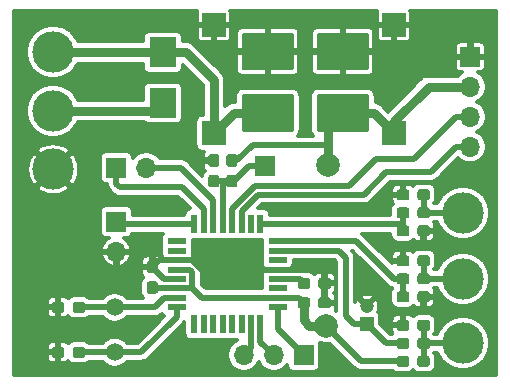
<source format=gbr>
G04 #@! TF.GenerationSoftware,KiCad,Pcbnew,5.1.5-52549c5~84~ubuntu18.04.1*
G04 #@! TF.CreationDate,2022-06-27T18:00:06-03:00*
G04 #@! TF.ProjectId,pressure-dash,70726573-7375-4726-952d-646173682e6b,rev?*
G04 #@! TF.SameCoordinates,PXa115cb0PY6b4f310*
G04 #@! TF.FileFunction,Copper,L1,Top*
G04 #@! TF.FilePolarity,Positive*
%FSLAX46Y46*%
G04 Gerber Fmt 4.6, Leading zero omitted, Abs format (unit mm)*
G04 Created by KiCad (PCBNEW 5.1.5-52549c5~84~ubuntu18.04.1) date 2022-06-27 18:00:06*
%MOMM*%
%LPD*%
G04 APERTURE LIST*
%ADD10R,1.700000X1.700000*%
%ADD11O,1.700000X1.700000*%
%ADD12C,3.500120*%
%ADD13C,1.200000*%
%ADD14R,1.200000X1.200000*%
%ADD15C,1.500000*%
%ADD16R,0.550000X1.600000*%
%ADD17R,1.600000X0.550000*%
%ADD18C,0.100000*%
%ADD19R,2.300000X2.500000*%
%ADD20C,2.000000*%
%ADD21C,0.500000*%
%ADD22C,0.800000*%
%ADD23C,0.300000*%
G04 APERTURE END LIST*
D10*
X22098000Y18796000D03*
X9525000Y18669000D03*
D11*
X12065000Y18669000D03*
X20320000Y2794000D03*
X22860000Y2794000D03*
D10*
X25400000Y2794000D03*
D12*
X4191000Y28448000D03*
X38862000Y14859000D03*
X38862000Y9271000D03*
X38862000Y3810000D03*
X4191000Y18542000D03*
X4191000Y23495000D03*
D13*
X30734000Y6961000D03*
D14*
X30734000Y5461000D03*
D15*
X9398000Y3058000D03*
X9398000Y6858000D03*
D16*
X16123000Y13902000D03*
X16923000Y13902000D03*
X17723000Y13902000D03*
X18523000Y13902000D03*
X19323000Y13902000D03*
X20123000Y13902000D03*
X20923000Y13902000D03*
X21723000Y13902000D03*
D17*
X23173000Y12452000D03*
X23173000Y11652000D03*
X23173000Y10852000D03*
X23173000Y10052000D03*
X23173000Y9252000D03*
X23173000Y8452000D03*
X23173000Y7652000D03*
X23173000Y6852000D03*
D16*
X21723000Y5402000D03*
X20923000Y5402000D03*
X20123000Y5402000D03*
X19323000Y5402000D03*
X18523000Y5402000D03*
X17723000Y5402000D03*
X16923000Y5402000D03*
X16123000Y5402000D03*
D17*
X14673000Y6852000D03*
X14673000Y7652000D03*
X14673000Y8452000D03*
X14673000Y9252000D03*
X14673000Y10052000D03*
X14673000Y10852000D03*
X14673000Y11652000D03*
X14673000Y12452000D03*
G04 #@! TA.AperFunction,ComponentPad*
D18*
G36*
X32020000Y20590000D02*
G01*
X32020000Y22590000D01*
X34020000Y22590000D01*
X34020000Y20590000D01*
X32020000Y20590000D01*
G37*
G04 #@! TD.AperFunction*
G04 #@! TA.AperFunction,ComponentPad*
G36*
X32020000Y29734000D02*
G01*
X32020000Y31734000D01*
X34020000Y31734000D01*
X34020000Y29734000D01*
X32020000Y29734000D01*
G37*
G04 #@! TD.AperFunction*
G04 #@! TA.AperFunction,ComponentPad*
G36*
X16780000Y20590000D02*
G01*
X16780000Y22590000D01*
X18780000Y22590000D01*
X18780000Y20590000D01*
X16780000Y20590000D01*
G37*
G04 #@! TD.AperFunction*
G04 #@! TA.AperFunction,ComponentPad*
G36*
X16780000Y29734000D02*
G01*
X16780000Y31734000D01*
X18780000Y31734000D01*
X18780000Y29734000D01*
X16780000Y29734000D01*
G37*
G04 #@! TD.AperFunction*
G04 #@! TA.AperFunction,SMDPad,CuDef*
G36*
X19564779Y19813856D02*
G01*
X19587834Y19810437D01*
X19610443Y19804773D01*
X19632387Y19796921D01*
X19653457Y19786956D01*
X19673448Y19774974D01*
X19692168Y19761090D01*
X19709438Y19745438D01*
X19725090Y19728168D01*
X19738974Y19709448D01*
X19750956Y19689457D01*
X19760921Y19668387D01*
X19768773Y19646443D01*
X19774437Y19623834D01*
X19777856Y19600779D01*
X19779000Y19577500D01*
X19779000Y19002500D01*
X19777856Y18979221D01*
X19774437Y18956166D01*
X19768773Y18933557D01*
X19760921Y18911613D01*
X19750956Y18890543D01*
X19738974Y18870552D01*
X19725090Y18851832D01*
X19709438Y18834562D01*
X19692168Y18818910D01*
X19673448Y18805026D01*
X19653457Y18793044D01*
X19632387Y18783079D01*
X19610443Y18775227D01*
X19587834Y18769563D01*
X19564779Y18766144D01*
X19541500Y18765000D01*
X19066500Y18765000D01*
X19043221Y18766144D01*
X19020166Y18769563D01*
X18997557Y18775227D01*
X18975613Y18783079D01*
X18954543Y18793044D01*
X18934552Y18805026D01*
X18915832Y18818910D01*
X18898562Y18834562D01*
X18882910Y18851832D01*
X18869026Y18870552D01*
X18857044Y18890543D01*
X18847079Y18911613D01*
X18839227Y18933557D01*
X18833563Y18956166D01*
X18830144Y18979221D01*
X18829000Y19002500D01*
X18829000Y19577500D01*
X18830144Y19600779D01*
X18833563Y19623834D01*
X18839227Y19646443D01*
X18847079Y19668387D01*
X18857044Y19689457D01*
X18869026Y19709448D01*
X18882910Y19728168D01*
X18898562Y19745438D01*
X18915832Y19761090D01*
X18934552Y19774974D01*
X18954543Y19786956D01*
X18975613Y19796921D01*
X18997557Y19804773D01*
X19020166Y19810437D01*
X19043221Y19813856D01*
X19066500Y19815000D01*
X19541500Y19815000D01*
X19564779Y19813856D01*
G37*
G04 #@! TD.AperFunction*
G04 #@! TA.AperFunction,SMDPad,CuDef*
G36*
X19564779Y18063856D02*
G01*
X19587834Y18060437D01*
X19610443Y18054773D01*
X19632387Y18046921D01*
X19653457Y18036956D01*
X19673448Y18024974D01*
X19692168Y18011090D01*
X19709438Y17995438D01*
X19725090Y17978168D01*
X19738974Y17959448D01*
X19750956Y17939457D01*
X19760921Y17918387D01*
X19768773Y17896443D01*
X19774437Y17873834D01*
X19777856Y17850779D01*
X19779000Y17827500D01*
X19779000Y17252500D01*
X19777856Y17229221D01*
X19774437Y17206166D01*
X19768773Y17183557D01*
X19760921Y17161613D01*
X19750956Y17140543D01*
X19738974Y17120552D01*
X19725090Y17101832D01*
X19709438Y17084562D01*
X19692168Y17068910D01*
X19673448Y17055026D01*
X19653457Y17043044D01*
X19632387Y17033079D01*
X19610443Y17025227D01*
X19587834Y17019563D01*
X19564779Y17016144D01*
X19541500Y17015000D01*
X19066500Y17015000D01*
X19043221Y17016144D01*
X19020166Y17019563D01*
X18997557Y17025227D01*
X18975613Y17033079D01*
X18954543Y17043044D01*
X18934552Y17055026D01*
X18915832Y17068910D01*
X18898562Y17084562D01*
X18882910Y17101832D01*
X18869026Y17120552D01*
X18857044Y17140543D01*
X18847079Y17161613D01*
X18839227Y17183557D01*
X18833563Y17206166D01*
X18830144Y17229221D01*
X18829000Y17252500D01*
X18829000Y17827500D01*
X18830144Y17850779D01*
X18833563Y17873834D01*
X18839227Y17896443D01*
X18847079Y17918387D01*
X18857044Y17939457D01*
X18869026Y17959448D01*
X18882910Y17978168D01*
X18898562Y17995438D01*
X18915832Y18011090D01*
X18934552Y18024974D01*
X18954543Y18036956D01*
X18975613Y18046921D01*
X18997557Y18054773D01*
X19020166Y18060437D01*
X19043221Y18063856D01*
X19066500Y18065000D01*
X19541500Y18065000D01*
X19564779Y18063856D01*
G37*
G04 #@! TD.AperFunction*
G04 #@! TA.AperFunction,SMDPad,CuDef*
G36*
X35856779Y15332856D02*
G01*
X35879834Y15329437D01*
X35902443Y15323773D01*
X35924387Y15315921D01*
X35945457Y15305956D01*
X35965448Y15293974D01*
X35984168Y15280090D01*
X36001438Y15264438D01*
X36017090Y15247168D01*
X36030974Y15228448D01*
X36042956Y15208457D01*
X36052921Y15187387D01*
X36060773Y15165443D01*
X36066437Y15142834D01*
X36069856Y15119779D01*
X36071000Y15096500D01*
X36071000Y14621500D01*
X36069856Y14598221D01*
X36066437Y14575166D01*
X36060773Y14552557D01*
X36052921Y14530613D01*
X36042956Y14509543D01*
X36030974Y14489552D01*
X36017090Y14470832D01*
X36001438Y14453562D01*
X35984168Y14437910D01*
X35965448Y14424026D01*
X35945457Y14412044D01*
X35924387Y14402079D01*
X35902443Y14394227D01*
X35879834Y14388563D01*
X35856779Y14385144D01*
X35833500Y14384000D01*
X35258500Y14384000D01*
X35235221Y14385144D01*
X35212166Y14388563D01*
X35189557Y14394227D01*
X35167613Y14402079D01*
X35146543Y14412044D01*
X35126552Y14424026D01*
X35107832Y14437910D01*
X35090562Y14453562D01*
X35074910Y14470832D01*
X35061026Y14489552D01*
X35049044Y14509543D01*
X35039079Y14530613D01*
X35031227Y14552557D01*
X35025563Y14575166D01*
X35022144Y14598221D01*
X35021000Y14621500D01*
X35021000Y15096500D01*
X35022144Y15119779D01*
X35025563Y15142834D01*
X35031227Y15165443D01*
X35039079Y15187387D01*
X35049044Y15208457D01*
X35061026Y15228448D01*
X35074910Y15247168D01*
X35090562Y15264438D01*
X35107832Y15280090D01*
X35126552Y15293974D01*
X35146543Y15305956D01*
X35167613Y15315921D01*
X35189557Y15323773D01*
X35212166Y15329437D01*
X35235221Y15332856D01*
X35258500Y15334000D01*
X35833500Y15334000D01*
X35856779Y15332856D01*
G37*
G04 #@! TD.AperFunction*
G04 #@! TA.AperFunction,SMDPad,CuDef*
G36*
X34106779Y15332856D02*
G01*
X34129834Y15329437D01*
X34152443Y15323773D01*
X34174387Y15315921D01*
X34195457Y15305956D01*
X34215448Y15293974D01*
X34234168Y15280090D01*
X34251438Y15264438D01*
X34267090Y15247168D01*
X34280974Y15228448D01*
X34292956Y15208457D01*
X34302921Y15187387D01*
X34310773Y15165443D01*
X34316437Y15142834D01*
X34319856Y15119779D01*
X34321000Y15096500D01*
X34321000Y14621500D01*
X34319856Y14598221D01*
X34316437Y14575166D01*
X34310773Y14552557D01*
X34302921Y14530613D01*
X34292956Y14509543D01*
X34280974Y14489552D01*
X34267090Y14470832D01*
X34251438Y14453562D01*
X34234168Y14437910D01*
X34215448Y14424026D01*
X34195457Y14412044D01*
X34174387Y14402079D01*
X34152443Y14394227D01*
X34129834Y14388563D01*
X34106779Y14385144D01*
X34083500Y14384000D01*
X33508500Y14384000D01*
X33485221Y14385144D01*
X33462166Y14388563D01*
X33439557Y14394227D01*
X33417613Y14402079D01*
X33396543Y14412044D01*
X33376552Y14424026D01*
X33357832Y14437910D01*
X33340562Y14453562D01*
X33324910Y14470832D01*
X33311026Y14489552D01*
X33299044Y14509543D01*
X33289079Y14530613D01*
X33281227Y14552557D01*
X33275563Y14575166D01*
X33272144Y14598221D01*
X33271000Y14621500D01*
X33271000Y15096500D01*
X33272144Y15119779D01*
X33275563Y15142834D01*
X33281227Y15165443D01*
X33289079Y15187387D01*
X33299044Y15208457D01*
X33311026Y15228448D01*
X33324910Y15247168D01*
X33340562Y15264438D01*
X33357832Y15280090D01*
X33376552Y15293974D01*
X33396543Y15305956D01*
X33417613Y15315921D01*
X33439557Y15323773D01*
X33462166Y15329437D01*
X33485221Y15332856D01*
X33508500Y15334000D01*
X34083500Y15334000D01*
X34106779Y15332856D01*
G37*
G04 #@! TD.AperFunction*
G04 #@! TA.AperFunction,SMDPad,CuDef*
G36*
X35856779Y9744856D02*
G01*
X35879834Y9741437D01*
X35902443Y9735773D01*
X35924387Y9727921D01*
X35945457Y9717956D01*
X35965448Y9705974D01*
X35984168Y9692090D01*
X36001438Y9676438D01*
X36017090Y9659168D01*
X36030974Y9640448D01*
X36042956Y9620457D01*
X36052921Y9599387D01*
X36060773Y9577443D01*
X36066437Y9554834D01*
X36069856Y9531779D01*
X36071000Y9508500D01*
X36071000Y9033500D01*
X36069856Y9010221D01*
X36066437Y8987166D01*
X36060773Y8964557D01*
X36052921Y8942613D01*
X36042956Y8921543D01*
X36030974Y8901552D01*
X36017090Y8882832D01*
X36001438Y8865562D01*
X35984168Y8849910D01*
X35965448Y8836026D01*
X35945457Y8824044D01*
X35924387Y8814079D01*
X35902443Y8806227D01*
X35879834Y8800563D01*
X35856779Y8797144D01*
X35833500Y8796000D01*
X35258500Y8796000D01*
X35235221Y8797144D01*
X35212166Y8800563D01*
X35189557Y8806227D01*
X35167613Y8814079D01*
X35146543Y8824044D01*
X35126552Y8836026D01*
X35107832Y8849910D01*
X35090562Y8865562D01*
X35074910Y8882832D01*
X35061026Y8901552D01*
X35049044Y8921543D01*
X35039079Y8942613D01*
X35031227Y8964557D01*
X35025563Y8987166D01*
X35022144Y9010221D01*
X35021000Y9033500D01*
X35021000Y9508500D01*
X35022144Y9531779D01*
X35025563Y9554834D01*
X35031227Y9577443D01*
X35039079Y9599387D01*
X35049044Y9620457D01*
X35061026Y9640448D01*
X35074910Y9659168D01*
X35090562Y9676438D01*
X35107832Y9692090D01*
X35126552Y9705974D01*
X35146543Y9717956D01*
X35167613Y9727921D01*
X35189557Y9735773D01*
X35212166Y9741437D01*
X35235221Y9744856D01*
X35258500Y9746000D01*
X35833500Y9746000D01*
X35856779Y9744856D01*
G37*
G04 #@! TD.AperFunction*
G04 #@! TA.AperFunction,SMDPad,CuDef*
G36*
X34106779Y9744856D02*
G01*
X34129834Y9741437D01*
X34152443Y9735773D01*
X34174387Y9727921D01*
X34195457Y9717956D01*
X34215448Y9705974D01*
X34234168Y9692090D01*
X34251438Y9676438D01*
X34267090Y9659168D01*
X34280974Y9640448D01*
X34292956Y9620457D01*
X34302921Y9599387D01*
X34310773Y9577443D01*
X34316437Y9554834D01*
X34319856Y9531779D01*
X34321000Y9508500D01*
X34321000Y9033500D01*
X34319856Y9010221D01*
X34316437Y8987166D01*
X34310773Y8964557D01*
X34302921Y8942613D01*
X34292956Y8921543D01*
X34280974Y8901552D01*
X34267090Y8882832D01*
X34251438Y8865562D01*
X34234168Y8849910D01*
X34215448Y8836026D01*
X34195457Y8824044D01*
X34174387Y8814079D01*
X34152443Y8806227D01*
X34129834Y8800563D01*
X34106779Y8797144D01*
X34083500Y8796000D01*
X33508500Y8796000D01*
X33485221Y8797144D01*
X33462166Y8800563D01*
X33439557Y8806227D01*
X33417613Y8814079D01*
X33396543Y8824044D01*
X33376552Y8836026D01*
X33357832Y8849910D01*
X33340562Y8865562D01*
X33324910Y8882832D01*
X33311026Y8901552D01*
X33299044Y8921543D01*
X33289079Y8942613D01*
X33281227Y8964557D01*
X33275563Y8987166D01*
X33272144Y9010221D01*
X33271000Y9033500D01*
X33271000Y9508500D01*
X33272144Y9531779D01*
X33275563Y9554834D01*
X33281227Y9577443D01*
X33289079Y9599387D01*
X33299044Y9620457D01*
X33311026Y9640448D01*
X33324910Y9659168D01*
X33340562Y9676438D01*
X33357832Y9692090D01*
X33376552Y9705974D01*
X33396543Y9717956D01*
X33417613Y9727921D01*
X33439557Y9735773D01*
X33462166Y9741437D01*
X33485221Y9744856D01*
X33508500Y9746000D01*
X34083500Y9746000D01*
X34106779Y9744856D01*
G37*
G04 #@! TD.AperFunction*
G04 #@! TA.AperFunction,SMDPad,CuDef*
G36*
X35856779Y4283856D02*
G01*
X35879834Y4280437D01*
X35902443Y4274773D01*
X35924387Y4266921D01*
X35945457Y4256956D01*
X35965448Y4244974D01*
X35984168Y4231090D01*
X36001438Y4215438D01*
X36017090Y4198168D01*
X36030974Y4179448D01*
X36042956Y4159457D01*
X36052921Y4138387D01*
X36060773Y4116443D01*
X36066437Y4093834D01*
X36069856Y4070779D01*
X36071000Y4047500D01*
X36071000Y3572500D01*
X36069856Y3549221D01*
X36066437Y3526166D01*
X36060773Y3503557D01*
X36052921Y3481613D01*
X36042956Y3460543D01*
X36030974Y3440552D01*
X36017090Y3421832D01*
X36001438Y3404562D01*
X35984168Y3388910D01*
X35965448Y3375026D01*
X35945457Y3363044D01*
X35924387Y3353079D01*
X35902443Y3345227D01*
X35879834Y3339563D01*
X35856779Y3336144D01*
X35833500Y3335000D01*
X35258500Y3335000D01*
X35235221Y3336144D01*
X35212166Y3339563D01*
X35189557Y3345227D01*
X35167613Y3353079D01*
X35146543Y3363044D01*
X35126552Y3375026D01*
X35107832Y3388910D01*
X35090562Y3404562D01*
X35074910Y3421832D01*
X35061026Y3440552D01*
X35049044Y3460543D01*
X35039079Y3481613D01*
X35031227Y3503557D01*
X35025563Y3526166D01*
X35022144Y3549221D01*
X35021000Y3572500D01*
X35021000Y4047500D01*
X35022144Y4070779D01*
X35025563Y4093834D01*
X35031227Y4116443D01*
X35039079Y4138387D01*
X35049044Y4159457D01*
X35061026Y4179448D01*
X35074910Y4198168D01*
X35090562Y4215438D01*
X35107832Y4231090D01*
X35126552Y4244974D01*
X35146543Y4256956D01*
X35167613Y4266921D01*
X35189557Y4274773D01*
X35212166Y4280437D01*
X35235221Y4283856D01*
X35258500Y4285000D01*
X35833500Y4285000D01*
X35856779Y4283856D01*
G37*
G04 #@! TD.AperFunction*
G04 #@! TA.AperFunction,SMDPad,CuDef*
G36*
X34106779Y4283856D02*
G01*
X34129834Y4280437D01*
X34152443Y4274773D01*
X34174387Y4266921D01*
X34195457Y4256956D01*
X34215448Y4244974D01*
X34234168Y4231090D01*
X34251438Y4215438D01*
X34267090Y4198168D01*
X34280974Y4179448D01*
X34292956Y4159457D01*
X34302921Y4138387D01*
X34310773Y4116443D01*
X34316437Y4093834D01*
X34319856Y4070779D01*
X34321000Y4047500D01*
X34321000Y3572500D01*
X34319856Y3549221D01*
X34316437Y3526166D01*
X34310773Y3503557D01*
X34302921Y3481613D01*
X34292956Y3460543D01*
X34280974Y3440552D01*
X34267090Y3421832D01*
X34251438Y3404562D01*
X34234168Y3388910D01*
X34215448Y3375026D01*
X34195457Y3363044D01*
X34174387Y3353079D01*
X34152443Y3345227D01*
X34129834Y3339563D01*
X34106779Y3336144D01*
X34083500Y3335000D01*
X33508500Y3335000D01*
X33485221Y3336144D01*
X33462166Y3339563D01*
X33439557Y3345227D01*
X33417613Y3353079D01*
X33396543Y3363044D01*
X33376552Y3375026D01*
X33357832Y3388910D01*
X33340562Y3404562D01*
X33324910Y3421832D01*
X33311026Y3440552D01*
X33299044Y3460543D01*
X33289079Y3481613D01*
X33281227Y3503557D01*
X33275563Y3526166D01*
X33272144Y3549221D01*
X33271000Y3572500D01*
X33271000Y4047500D01*
X33272144Y4070779D01*
X33275563Y4093834D01*
X33281227Y4116443D01*
X33289079Y4138387D01*
X33299044Y4159457D01*
X33311026Y4179448D01*
X33324910Y4198168D01*
X33340562Y4215438D01*
X33357832Y4231090D01*
X33376552Y4244974D01*
X33396543Y4256956D01*
X33417613Y4266921D01*
X33439557Y4274773D01*
X33462166Y4280437D01*
X33485221Y4283856D01*
X33508500Y4285000D01*
X34083500Y4285000D01*
X34106779Y4283856D01*
G37*
G04 #@! TD.AperFunction*
G04 #@! TA.AperFunction,SMDPad,CuDef*
G36*
X35842779Y2759856D02*
G01*
X35865834Y2756437D01*
X35888443Y2750773D01*
X35910387Y2742921D01*
X35931457Y2732956D01*
X35951448Y2720974D01*
X35970168Y2707090D01*
X35987438Y2691438D01*
X36003090Y2674168D01*
X36016974Y2655448D01*
X36028956Y2635457D01*
X36038921Y2614387D01*
X36046773Y2592443D01*
X36052437Y2569834D01*
X36055856Y2546779D01*
X36057000Y2523500D01*
X36057000Y2048500D01*
X36055856Y2025221D01*
X36052437Y2002166D01*
X36046773Y1979557D01*
X36038921Y1957613D01*
X36028956Y1936543D01*
X36016974Y1916552D01*
X36003090Y1897832D01*
X35987438Y1880562D01*
X35970168Y1864910D01*
X35951448Y1851026D01*
X35931457Y1839044D01*
X35910387Y1829079D01*
X35888443Y1821227D01*
X35865834Y1815563D01*
X35842779Y1812144D01*
X35819500Y1811000D01*
X35244500Y1811000D01*
X35221221Y1812144D01*
X35198166Y1815563D01*
X35175557Y1821227D01*
X35153613Y1829079D01*
X35132543Y1839044D01*
X35112552Y1851026D01*
X35093832Y1864910D01*
X35076562Y1880562D01*
X35060910Y1897832D01*
X35047026Y1916552D01*
X35035044Y1936543D01*
X35025079Y1957613D01*
X35017227Y1979557D01*
X35011563Y2002166D01*
X35008144Y2025221D01*
X35007000Y2048500D01*
X35007000Y2523500D01*
X35008144Y2546779D01*
X35011563Y2569834D01*
X35017227Y2592443D01*
X35025079Y2614387D01*
X35035044Y2635457D01*
X35047026Y2655448D01*
X35060910Y2674168D01*
X35076562Y2691438D01*
X35093832Y2707090D01*
X35112552Y2720974D01*
X35132543Y2732956D01*
X35153613Y2742921D01*
X35175557Y2750773D01*
X35198166Y2756437D01*
X35221221Y2759856D01*
X35244500Y2761000D01*
X35819500Y2761000D01*
X35842779Y2759856D01*
G37*
G04 #@! TD.AperFunction*
G04 #@! TA.AperFunction,SMDPad,CuDef*
G36*
X34092779Y2759856D02*
G01*
X34115834Y2756437D01*
X34138443Y2750773D01*
X34160387Y2742921D01*
X34181457Y2732956D01*
X34201448Y2720974D01*
X34220168Y2707090D01*
X34237438Y2691438D01*
X34253090Y2674168D01*
X34266974Y2655448D01*
X34278956Y2635457D01*
X34288921Y2614387D01*
X34296773Y2592443D01*
X34302437Y2569834D01*
X34305856Y2546779D01*
X34307000Y2523500D01*
X34307000Y2048500D01*
X34305856Y2025221D01*
X34302437Y2002166D01*
X34296773Y1979557D01*
X34288921Y1957613D01*
X34278956Y1936543D01*
X34266974Y1916552D01*
X34253090Y1897832D01*
X34237438Y1880562D01*
X34220168Y1864910D01*
X34201448Y1851026D01*
X34181457Y1839044D01*
X34160387Y1829079D01*
X34138443Y1821227D01*
X34115834Y1815563D01*
X34092779Y1812144D01*
X34069500Y1811000D01*
X33494500Y1811000D01*
X33471221Y1812144D01*
X33448166Y1815563D01*
X33425557Y1821227D01*
X33403613Y1829079D01*
X33382543Y1839044D01*
X33362552Y1851026D01*
X33343832Y1864910D01*
X33326562Y1880562D01*
X33310910Y1897832D01*
X33297026Y1916552D01*
X33285044Y1936543D01*
X33275079Y1957613D01*
X33267227Y1979557D01*
X33261563Y2002166D01*
X33258144Y2025221D01*
X33257000Y2048500D01*
X33257000Y2523500D01*
X33258144Y2546779D01*
X33261563Y2569834D01*
X33267227Y2592443D01*
X33275079Y2614387D01*
X33285044Y2635457D01*
X33297026Y2655448D01*
X33310910Y2674168D01*
X33326562Y2691438D01*
X33343832Y2707090D01*
X33362552Y2720974D01*
X33382543Y2732956D01*
X33403613Y2742921D01*
X33425557Y2750773D01*
X33448166Y2756437D01*
X33471221Y2759856D01*
X33494500Y2761000D01*
X34069500Y2761000D01*
X34092779Y2759856D01*
G37*
G04 #@! TD.AperFunction*
D11*
X39497000Y20447000D03*
X39497000Y22987000D03*
X39497000Y25527000D03*
D10*
X39497000Y28067000D03*
D11*
X9525000Y11557000D03*
D10*
X9525000Y14097000D03*
D19*
X13462000Y24139000D03*
X13462000Y28439000D03*
G04 #@! TA.AperFunction,SMDPad,CuDef*
D18*
G36*
X6660779Y3521856D02*
G01*
X6683834Y3518437D01*
X6706443Y3512773D01*
X6728387Y3504921D01*
X6749457Y3494956D01*
X6769448Y3482974D01*
X6788168Y3469090D01*
X6805438Y3453438D01*
X6821090Y3436168D01*
X6834974Y3417448D01*
X6846956Y3397457D01*
X6856921Y3376387D01*
X6864773Y3354443D01*
X6870437Y3331834D01*
X6873856Y3308779D01*
X6875000Y3285500D01*
X6875000Y2810500D01*
X6873856Y2787221D01*
X6870437Y2764166D01*
X6864773Y2741557D01*
X6856921Y2719613D01*
X6846956Y2698543D01*
X6834974Y2678552D01*
X6821090Y2659832D01*
X6805438Y2642562D01*
X6788168Y2626910D01*
X6769448Y2613026D01*
X6749457Y2601044D01*
X6728387Y2591079D01*
X6706443Y2583227D01*
X6683834Y2577563D01*
X6660779Y2574144D01*
X6637500Y2573000D01*
X6062500Y2573000D01*
X6039221Y2574144D01*
X6016166Y2577563D01*
X5993557Y2583227D01*
X5971613Y2591079D01*
X5950543Y2601044D01*
X5930552Y2613026D01*
X5911832Y2626910D01*
X5894562Y2642562D01*
X5878910Y2659832D01*
X5865026Y2678552D01*
X5853044Y2698543D01*
X5843079Y2719613D01*
X5835227Y2741557D01*
X5829563Y2764166D01*
X5826144Y2787221D01*
X5825000Y2810500D01*
X5825000Y3285500D01*
X5826144Y3308779D01*
X5829563Y3331834D01*
X5835227Y3354443D01*
X5843079Y3376387D01*
X5853044Y3397457D01*
X5865026Y3417448D01*
X5878910Y3436168D01*
X5894562Y3453438D01*
X5911832Y3469090D01*
X5930552Y3482974D01*
X5950543Y3494956D01*
X5971613Y3504921D01*
X5993557Y3512773D01*
X6016166Y3518437D01*
X6039221Y3521856D01*
X6062500Y3523000D01*
X6637500Y3523000D01*
X6660779Y3521856D01*
G37*
G04 #@! TD.AperFunction*
G04 #@! TA.AperFunction,SMDPad,CuDef*
G36*
X4910779Y3521856D02*
G01*
X4933834Y3518437D01*
X4956443Y3512773D01*
X4978387Y3504921D01*
X4999457Y3494956D01*
X5019448Y3482974D01*
X5038168Y3469090D01*
X5055438Y3453438D01*
X5071090Y3436168D01*
X5084974Y3417448D01*
X5096956Y3397457D01*
X5106921Y3376387D01*
X5114773Y3354443D01*
X5120437Y3331834D01*
X5123856Y3308779D01*
X5125000Y3285500D01*
X5125000Y2810500D01*
X5123856Y2787221D01*
X5120437Y2764166D01*
X5114773Y2741557D01*
X5106921Y2719613D01*
X5096956Y2698543D01*
X5084974Y2678552D01*
X5071090Y2659832D01*
X5055438Y2642562D01*
X5038168Y2626910D01*
X5019448Y2613026D01*
X4999457Y2601044D01*
X4978387Y2591079D01*
X4956443Y2583227D01*
X4933834Y2577563D01*
X4910779Y2574144D01*
X4887500Y2573000D01*
X4312500Y2573000D01*
X4289221Y2574144D01*
X4266166Y2577563D01*
X4243557Y2583227D01*
X4221613Y2591079D01*
X4200543Y2601044D01*
X4180552Y2613026D01*
X4161832Y2626910D01*
X4144562Y2642562D01*
X4128910Y2659832D01*
X4115026Y2678552D01*
X4103044Y2698543D01*
X4093079Y2719613D01*
X4085227Y2741557D01*
X4079563Y2764166D01*
X4076144Y2787221D01*
X4075000Y2810500D01*
X4075000Y3285500D01*
X4076144Y3308779D01*
X4079563Y3331834D01*
X4085227Y3354443D01*
X4093079Y3376387D01*
X4103044Y3397457D01*
X4115026Y3417448D01*
X4128910Y3436168D01*
X4144562Y3453438D01*
X4161832Y3469090D01*
X4180552Y3482974D01*
X4200543Y3494956D01*
X4221613Y3504921D01*
X4243557Y3512773D01*
X4266166Y3518437D01*
X4289221Y3521856D01*
X4312500Y3523000D01*
X4887500Y3523000D01*
X4910779Y3521856D01*
G37*
G04 #@! TD.AperFunction*
G04 #@! TA.AperFunction,SMDPad,CuDef*
G36*
X6660779Y7331856D02*
G01*
X6683834Y7328437D01*
X6706443Y7322773D01*
X6728387Y7314921D01*
X6749457Y7304956D01*
X6769448Y7292974D01*
X6788168Y7279090D01*
X6805438Y7263438D01*
X6821090Y7246168D01*
X6834974Y7227448D01*
X6846956Y7207457D01*
X6856921Y7186387D01*
X6864773Y7164443D01*
X6870437Y7141834D01*
X6873856Y7118779D01*
X6875000Y7095500D01*
X6875000Y6620500D01*
X6873856Y6597221D01*
X6870437Y6574166D01*
X6864773Y6551557D01*
X6856921Y6529613D01*
X6846956Y6508543D01*
X6834974Y6488552D01*
X6821090Y6469832D01*
X6805438Y6452562D01*
X6788168Y6436910D01*
X6769448Y6423026D01*
X6749457Y6411044D01*
X6728387Y6401079D01*
X6706443Y6393227D01*
X6683834Y6387563D01*
X6660779Y6384144D01*
X6637500Y6383000D01*
X6062500Y6383000D01*
X6039221Y6384144D01*
X6016166Y6387563D01*
X5993557Y6393227D01*
X5971613Y6401079D01*
X5950543Y6411044D01*
X5930552Y6423026D01*
X5911832Y6436910D01*
X5894562Y6452562D01*
X5878910Y6469832D01*
X5865026Y6488552D01*
X5853044Y6508543D01*
X5843079Y6529613D01*
X5835227Y6551557D01*
X5829563Y6574166D01*
X5826144Y6597221D01*
X5825000Y6620500D01*
X5825000Y7095500D01*
X5826144Y7118779D01*
X5829563Y7141834D01*
X5835227Y7164443D01*
X5843079Y7186387D01*
X5853044Y7207457D01*
X5865026Y7227448D01*
X5878910Y7246168D01*
X5894562Y7263438D01*
X5911832Y7279090D01*
X5930552Y7292974D01*
X5950543Y7304956D01*
X5971613Y7314921D01*
X5993557Y7322773D01*
X6016166Y7328437D01*
X6039221Y7331856D01*
X6062500Y7333000D01*
X6637500Y7333000D01*
X6660779Y7331856D01*
G37*
G04 #@! TD.AperFunction*
G04 #@! TA.AperFunction,SMDPad,CuDef*
G36*
X4910779Y7331856D02*
G01*
X4933834Y7328437D01*
X4956443Y7322773D01*
X4978387Y7314921D01*
X4999457Y7304956D01*
X5019448Y7292974D01*
X5038168Y7279090D01*
X5055438Y7263438D01*
X5071090Y7246168D01*
X5084974Y7227448D01*
X5096956Y7207457D01*
X5106921Y7186387D01*
X5114773Y7164443D01*
X5120437Y7141834D01*
X5123856Y7118779D01*
X5125000Y7095500D01*
X5125000Y6620500D01*
X5123856Y6597221D01*
X5120437Y6574166D01*
X5114773Y6551557D01*
X5106921Y6529613D01*
X5096956Y6508543D01*
X5084974Y6488552D01*
X5071090Y6469832D01*
X5055438Y6452562D01*
X5038168Y6436910D01*
X5019448Y6423026D01*
X4999457Y6411044D01*
X4978387Y6401079D01*
X4956443Y6393227D01*
X4933834Y6387563D01*
X4910779Y6384144D01*
X4887500Y6383000D01*
X4312500Y6383000D01*
X4289221Y6384144D01*
X4266166Y6387563D01*
X4243557Y6393227D01*
X4221613Y6401079D01*
X4200543Y6411044D01*
X4180552Y6423026D01*
X4161832Y6436910D01*
X4144562Y6452562D01*
X4128910Y6469832D01*
X4115026Y6488552D01*
X4103044Y6508543D01*
X4093079Y6529613D01*
X4085227Y6551557D01*
X4079563Y6574166D01*
X4076144Y6597221D01*
X4075000Y6620500D01*
X4075000Y7095500D01*
X4076144Y7118779D01*
X4079563Y7141834D01*
X4085227Y7164443D01*
X4093079Y7186387D01*
X4103044Y7207457D01*
X4115026Y7227448D01*
X4128910Y7246168D01*
X4144562Y7263438D01*
X4161832Y7279090D01*
X4180552Y7292974D01*
X4200543Y7304956D01*
X4221613Y7314921D01*
X4243557Y7322773D01*
X4266166Y7328437D01*
X4289221Y7331856D01*
X4312500Y7333000D01*
X4887500Y7333000D01*
X4910779Y7331856D01*
G37*
G04 #@! TD.AperFunction*
G04 #@! TA.AperFunction,SMDPad,CuDef*
G36*
X18040779Y19813856D02*
G01*
X18063834Y19810437D01*
X18086443Y19804773D01*
X18108387Y19796921D01*
X18129457Y19786956D01*
X18149448Y19774974D01*
X18168168Y19761090D01*
X18185438Y19745438D01*
X18201090Y19728168D01*
X18214974Y19709448D01*
X18226956Y19689457D01*
X18236921Y19668387D01*
X18244773Y19646443D01*
X18250437Y19623834D01*
X18253856Y19600779D01*
X18255000Y19577500D01*
X18255000Y19002500D01*
X18253856Y18979221D01*
X18250437Y18956166D01*
X18244773Y18933557D01*
X18236921Y18911613D01*
X18226956Y18890543D01*
X18214974Y18870552D01*
X18201090Y18851832D01*
X18185438Y18834562D01*
X18168168Y18818910D01*
X18149448Y18805026D01*
X18129457Y18793044D01*
X18108387Y18783079D01*
X18086443Y18775227D01*
X18063834Y18769563D01*
X18040779Y18766144D01*
X18017500Y18765000D01*
X17542500Y18765000D01*
X17519221Y18766144D01*
X17496166Y18769563D01*
X17473557Y18775227D01*
X17451613Y18783079D01*
X17430543Y18793044D01*
X17410552Y18805026D01*
X17391832Y18818910D01*
X17374562Y18834562D01*
X17358910Y18851832D01*
X17345026Y18870552D01*
X17333044Y18890543D01*
X17323079Y18911613D01*
X17315227Y18933557D01*
X17309563Y18956166D01*
X17306144Y18979221D01*
X17305000Y19002500D01*
X17305000Y19577500D01*
X17306144Y19600779D01*
X17309563Y19623834D01*
X17315227Y19646443D01*
X17323079Y19668387D01*
X17333044Y19689457D01*
X17345026Y19709448D01*
X17358910Y19728168D01*
X17374562Y19745438D01*
X17391832Y19761090D01*
X17410552Y19774974D01*
X17430543Y19786956D01*
X17451613Y19796921D01*
X17473557Y19804773D01*
X17496166Y19810437D01*
X17519221Y19813856D01*
X17542500Y19815000D01*
X18017500Y19815000D01*
X18040779Y19813856D01*
G37*
G04 #@! TD.AperFunction*
G04 #@! TA.AperFunction,SMDPad,CuDef*
G36*
X18040779Y18063856D02*
G01*
X18063834Y18060437D01*
X18086443Y18054773D01*
X18108387Y18046921D01*
X18129457Y18036956D01*
X18149448Y18024974D01*
X18168168Y18011090D01*
X18185438Y17995438D01*
X18201090Y17978168D01*
X18214974Y17959448D01*
X18226956Y17939457D01*
X18236921Y17918387D01*
X18244773Y17896443D01*
X18250437Y17873834D01*
X18253856Y17850779D01*
X18255000Y17827500D01*
X18255000Y17252500D01*
X18253856Y17229221D01*
X18250437Y17206166D01*
X18244773Y17183557D01*
X18236921Y17161613D01*
X18226956Y17140543D01*
X18214974Y17120552D01*
X18201090Y17101832D01*
X18185438Y17084562D01*
X18168168Y17068910D01*
X18149448Y17055026D01*
X18129457Y17043044D01*
X18108387Y17033079D01*
X18086443Y17025227D01*
X18063834Y17019563D01*
X18040779Y17016144D01*
X18017500Y17015000D01*
X17542500Y17015000D01*
X17519221Y17016144D01*
X17496166Y17019563D01*
X17473557Y17025227D01*
X17451613Y17033079D01*
X17430543Y17043044D01*
X17410552Y17055026D01*
X17391832Y17068910D01*
X17374562Y17084562D01*
X17358910Y17101832D01*
X17345026Y17120552D01*
X17333044Y17140543D01*
X17323079Y17161613D01*
X17315227Y17183557D01*
X17309563Y17206166D01*
X17306144Y17229221D01*
X17305000Y17252500D01*
X17305000Y17827500D01*
X17306144Y17850779D01*
X17309563Y17873834D01*
X17315227Y17896443D01*
X17323079Y17918387D01*
X17333044Y17939457D01*
X17345026Y17959448D01*
X17358910Y17978168D01*
X17374562Y17995438D01*
X17391832Y18011090D01*
X17410552Y18024974D01*
X17430543Y18036956D01*
X17451613Y18046921D01*
X17473557Y18054773D01*
X17496166Y18060437D01*
X17519221Y18063856D01*
X17542500Y18065000D01*
X18017500Y18065000D01*
X18040779Y18063856D01*
G37*
G04 #@! TD.AperFunction*
G04 #@! TA.AperFunction,SMDPad,CuDef*
G36*
X12833779Y10796856D02*
G01*
X12856834Y10793437D01*
X12879443Y10787773D01*
X12901387Y10779921D01*
X12922457Y10769956D01*
X12942448Y10757974D01*
X12961168Y10744090D01*
X12978438Y10728438D01*
X12994090Y10711168D01*
X13007974Y10692448D01*
X13019956Y10672457D01*
X13029921Y10651387D01*
X13037773Y10629443D01*
X13043437Y10606834D01*
X13046856Y10583779D01*
X13048000Y10560500D01*
X13048000Y9985500D01*
X13046856Y9962221D01*
X13043437Y9939166D01*
X13037773Y9916557D01*
X13029921Y9894613D01*
X13019956Y9873543D01*
X13007974Y9853552D01*
X12994090Y9834832D01*
X12978438Y9817562D01*
X12961168Y9801910D01*
X12942448Y9788026D01*
X12922457Y9776044D01*
X12901387Y9766079D01*
X12879443Y9758227D01*
X12856834Y9752563D01*
X12833779Y9749144D01*
X12810500Y9748000D01*
X12335500Y9748000D01*
X12312221Y9749144D01*
X12289166Y9752563D01*
X12266557Y9758227D01*
X12244613Y9766079D01*
X12223543Y9776044D01*
X12203552Y9788026D01*
X12184832Y9801910D01*
X12167562Y9817562D01*
X12151910Y9834832D01*
X12138026Y9853552D01*
X12126044Y9873543D01*
X12116079Y9894613D01*
X12108227Y9916557D01*
X12102563Y9939166D01*
X12099144Y9962221D01*
X12098000Y9985500D01*
X12098000Y10560500D01*
X12099144Y10583779D01*
X12102563Y10606834D01*
X12108227Y10629443D01*
X12116079Y10651387D01*
X12126044Y10672457D01*
X12138026Y10692448D01*
X12151910Y10711168D01*
X12167562Y10728438D01*
X12184832Y10744090D01*
X12203552Y10757974D01*
X12223543Y10769956D01*
X12244613Y10779921D01*
X12266557Y10787773D01*
X12289166Y10793437D01*
X12312221Y10796856D01*
X12335500Y10798000D01*
X12810500Y10798000D01*
X12833779Y10796856D01*
G37*
G04 #@! TD.AperFunction*
G04 #@! TA.AperFunction,SMDPad,CuDef*
G36*
X12833779Y9046856D02*
G01*
X12856834Y9043437D01*
X12879443Y9037773D01*
X12901387Y9029921D01*
X12922457Y9019956D01*
X12942448Y9007974D01*
X12961168Y8994090D01*
X12978438Y8978438D01*
X12994090Y8961168D01*
X13007974Y8942448D01*
X13019956Y8922457D01*
X13029921Y8901387D01*
X13037773Y8879443D01*
X13043437Y8856834D01*
X13046856Y8833779D01*
X13048000Y8810500D01*
X13048000Y8235500D01*
X13046856Y8212221D01*
X13043437Y8189166D01*
X13037773Y8166557D01*
X13029921Y8144613D01*
X13019956Y8123543D01*
X13007974Y8103552D01*
X12994090Y8084832D01*
X12978438Y8067562D01*
X12961168Y8051910D01*
X12942448Y8038026D01*
X12922457Y8026044D01*
X12901387Y8016079D01*
X12879443Y8008227D01*
X12856834Y8002563D01*
X12833779Y7999144D01*
X12810500Y7998000D01*
X12335500Y7998000D01*
X12312221Y7999144D01*
X12289166Y8002563D01*
X12266557Y8008227D01*
X12244613Y8016079D01*
X12223543Y8026044D01*
X12203552Y8038026D01*
X12184832Y8051910D01*
X12167562Y8067562D01*
X12151910Y8084832D01*
X12138026Y8103552D01*
X12126044Y8123543D01*
X12116079Y8144613D01*
X12108227Y8166557D01*
X12102563Y8189166D01*
X12099144Y8212221D01*
X12098000Y8235500D01*
X12098000Y8810500D01*
X12099144Y8833779D01*
X12102563Y8856834D01*
X12108227Y8879443D01*
X12116079Y8901387D01*
X12126044Y8922457D01*
X12138026Y8942448D01*
X12151910Y8961168D01*
X12167562Y8978438D01*
X12184832Y8994090D01*
X12203552Y9007974D01*
X12223543Y9019956D01*
X12244613Y9029921D01*
X12266557Y9037773D01*
X12289166Y9043437D01*
X12312221Y9046856D01*
X12335500Y9048000D01*
X12810500Y9048000D01*
X12833779Y9046856D01*
G37*
G04 #@! TD.AperFunction*
G04 #@! TA.AperFunction,SMDPad,CuDef*
G36*
X27460779Y7712856D02*
G01*
X27483834Y7709437D01*
X27506443Y7703773D01*
X27528387Y7695921D01*
X27549457Y7685956D01*
X27569448Y7673974D01*
X27588168Y7660090D01*
X27605438Y7644438D01*
X27621090Y7627168D01*
X27634974Y7608448D01*
X27646956Y7588457D01*
X27656921Y7567387D01*
X27664773Y7545443D01*
X27670437Y7522834D01*
X27673856Y7499779D01*
X27675000Y7476500D01*
X27675000Y7001500D01*
X27673856Y6978221D01*
X27670437Y6955166D01*
X27664773Y6932557D01*
X27656921Y6910613D01*
X27646956Y6889543D01*
X27634974Y6869552D01*
X27621090Y6850832D01*
X27605438Y6833562D01*
X27588168Y6817910D01*
X27569448Y6804026D01*
X27549457Y6792044D01*
X27528387Y6782079D01*
X27506443Y6774227D01*
X27483834Y6768563D01*
X27460779Y6765144D01*
X27437500Y6764000D01*
X26862500Y6764000D01*
X26839221Y6765144D01*
X26816166Y6768563D01*
X26793557Y6774227D01*
X26771613Y6782079D01*
X26750543Y6792044D01*
X26730552Y6804026D01*
X26711832Y6817910D01*
X26694562Y6833562D01*
X26678910Y6850832D01*
X26665026Y6869552D01*
X26653044Y6889543D01*
X26643079Y6910613D01*
X26635227Y6932557D01*
X26629563Y6955166D01*
X26626144Y6978221D01*
X26625000Y7001500D01*
X26625000Y7476500D01*
X26626144Y7499779D01*
X26629563Y7522834D01*
X26635227Y7545443D01*
X26643079Y7567387D01*
X26653044Y7588457D01*
X26665026Y7608448D01*
X26678910Y7627168D01*
X26694562Y7644438D01*
X26711832Y7660090D01*
X26730552Y7673974D01*
X26750543Y7685956D01*
X26771613Y7695921D01*
X26793557Y7703773D01*
X26816166Y7709437D01*
X26839221Y7712856D01*
X26862500Y7714000D01*
X27437500Y7714000D01*
X27460779Y7712856D01*
G37*
G04 #@! TD.AperFunction*
G04 #@! TA.AperFunction,SMDPad,CuDef*
G36*
X25710779Y7712856D02*
G01*
X25733834Y7709437D01*
X25756443Y7703773D01*
X25778387Y7695921D01*
X25799457Y7685956D01*
X25819448Y7673974D01*
X25838168Y7660090D01*
X25855438Y7644438D01*
X25871090Y7627168D01*
X25884974Y7608448D01*
X25896956Y7588457D01*
X25906921Y7567387D01*
X25914773Y7545443D01*
X25920437Y7522834D01*
X25923856Y7499779D01*
X25925000Y7476500D01*
X25925000Y7001500D01*
X25923856Y6978221D01*
X25920437Y6955166D01*
X25914773Y6932557D01*
X25906921Y6910613D01*
X25896956Y6889543D01*
X25884974Y6869552D01*
X25871090Y6850832D01*
X25855438Y6833562D01*
X25838168Y6817910D01*
X25819448Y6804026D01*
X25799457Y6792044D01*
X25778387Y6782079D01*
X25756443Y6774227D01*
X25733834Y6768563D01*
X25710779Y6765144D01*
X25687500Y6764000D01*
X25112500Y6764000D01*
X25089221Y6765144D01*
X25066166Y6768563D01*
X25043557Y6774227D01*
X25021613Y6782079D01*
X25000543Y6792044D01*
X24980552Y6804026D01*
X24961832Y6817910D01*
X24944562Y6833562D01*
X24928910Y6850832D01*
X24915026Y6869552D01*
X24903044Y6889543D01*
X24893079Y6910613D01*
X24885227Y6932557D01*
X24879563Y6955166D01*
X24876144Y6978221D01*
X24875000Y7001500D01*
X24875000Y7476500D01*
X24876144Y7499779D01*
X24879563Y7522834D01*
X24885227Y7545443D01*
X24893079Y7567387D01*
X24903044Y7588457D01*
X24915026Y7608448D01*
X24928910Y7627168D01*
X24944562Y7644438D01*
X24961832Y7660090D01*
X24980552Y7673974D01*
X25000543Y7685956D01*
X25021613Y7695921D01*
X25043557Y7703773D01*
X25066166Y7709437D01*
X25089221Y7712856D01*
X25112500Y7714000D01*
X25687500Y7714000D01*
X25710779Y7712856D01*
G37*
G04 #@! TD.AperFunction*
G04 #@! TA.AperFunction,SMDPad,CuDef*
G36*
X27474779Y9363856D02*
G01*
X27497834Y9360437D01*
X27520443Y9354773D01*
X27542387Y9346921D01*
X27563457Y9336956D01*
X27583448Y9324974D01*
X27602168Y9311090D01*
X27619438Y9295438D01*
X27635090Y9278168D01*
X27648974Y9259448D01*
X27660956Y9239457D01*
X27670921Y9218387D01*
X27678773Y9196443D01*
X27684437Y9173834D01*
X27687856Y9150779D01*
X27689000Y9127500D01*
X27689000Y8652500D01*
X27687856Y8629221D01*
X27684437Y8606166D01*
X27678773Y8583557D01*
X27670921Y8561613D01*
X27660956Y8540543D01*
X27648974Y8520552D01*
X27635090Y8501832D01*
X27619438Y8484562D01*
X27602168Y8468910D01*
X27583448Y8455026D01*
X27563457Y8443044D01*
X27542387Y8433079D01*
X27520443Y8425227D01*
X27497834Y8419563D01*
X27474779Y8416144D01*
X27451500Y8415000D01*
X26876500Y8415000D01*
X26853221Y8416144D01*
X26830166Y8419563D01*
X26807557Y8425227D01*
X26785613Y8433079D01*
X26764543Y8443044D01*
X26744552Y8455026D01*
X26725832Y8468910D01*
X26708562Y8484562D01*
X26692910Y8501832D01*
X26679026Y8520552D01*
X26667044Y8540543D01*
X26657079Y8561613D01*
X26649227Y8583557D01*
X26643563Y8606166D01*
X26640144Y8629221D01*
X26639000Y8652500D01*
X26639000Y9127500D01*
X26640144Y9150779D01*
X26643563Y9173834D01*
X26649227Y9196443D01*
X26657079Y9218387D01*
X26667044Y9239457D01*
X26679026Y9259448D01*
X26692910Y9278168D01*
X26708562Y9295438D01*
X26725832Y9311090D01*
X26744552Y9324974D01*
X26764543Y9336956D01*
X26785613Y9346921D01*
X26807557Y9354773D01*
X26830166Y9360437D01*
X26853221Y9363856D01*
X26876500Y9365000D01*
X27451500Y9365000D01*
X27474779Y9363856D01*
G37*
G04 #@! TD.AperFunction*
G04 #@! TA.AperFunction,SMDPad,CuDef*
G36*
X25724779Y9363856D02*
G01*
X25747834Y9360437D01*
X25770443Y9354773D01*
X25792387Y9346921D01*
X25813457Y9336956D01*
X25833448Y9324974D01*
X25852168Y9311090D01*
X25869438Y9295438D01*
X25885090Y9278168D01*
X25898974Y9259448D01*
X25910956Y9239457D01*
X25920921Y9218387D01*
X25928773Y9196443D01*
X25934437Y9173834D01*
X25937856Y9150779D01*
X25939000Y9127500D01*
X25939000Y8652500D01*
X25937856Y8629221D01*
X25934437Y8606166D01*
X25928773Y8583557D01*
X25920921Y8561613D01*
X25910956Y8540543D01*
X25898974Y8520552D01*
X25885090Y8501832D01*
X25869438Y8484562D01*
X25852168Y8468910D01*
X25833448Y8455026D01*
X25813457Y8443044D01*
X25792387Y8433079D01*
X25770443Y8425227D01*
X25747834Y8419563D01*
X25724779Y8416144D01*
X25701500Y8415000D01*
X25126500Y8415000D01*
X25103221Y8416144D01*
X25080166Y8419563D01*
X25057557Y8425227D01*
X25035613Y8433079D01*
X25014543Y8443044D01*
X24994552Y8455026D01*
X24975832Y8468910D01*
X24958562Y8484562D01*
X24942910Y8501832D01*
X24929026Y8520552D01*
X24917044Y8540543D01*
X24907079Y8561613D01*
X24899227Y8583557D01*
X24893563Y8606166D01*
X24890144Y8629221D01*
X24889000Y8652500D01*
X24889000Y9127500D01*
X24890144Y9150779D01*
X24893563Y9173834D01*
X24899227Y9196443D01*
X24907079Y9218387D01*
X24917044Y9239457D01*
X24929026Y9259448D01*
X24942910Y9278168D01*
X24958562Y9295438D01*
X24975832Y9311090D01*
X24994552Y9324974D01*
X25014543Y9336956D01*
X25035613Y9346921D01*
X25057557Y9354773D01*
X25080166Y9360437D01*
X25103221Y9363856D01*
X25126500Y9365000D01*
X25701500Y9365000D01*
X25724779Y9363856D01*
G37*
G04 #@! TD.AperFunction*
G04 #@! TA.AperFunction,SMDPad,CuDef*
G36*
X24351504Y30106796D02*
G01*
X24375773Y30103196D01*
X24399571Y30097235D01*
X24422671Y30088970D01*
X24444849Y30078480D01*
X24465893Y30065867D01*
X24485598Y30051253D01*
X24503777Y30034777D01*
X24520253Y30016598D01*
X24534867Y29996893D01*
X24547480Y29975849D01*
X24557970Y29953671D01*
X24566235Y29930571D01*
X24572196Y29906773D01*
X24575796Y29882504D01*
X24577000Y29858000D01*
X24577000Y27158000D01*
X24575796Y27133496D01*
X24572196Y27109227D01*
X24566235Y27085429D01*
X24557970Y27062329D01*
X24547480Y27040151D01*
X24534867Y27019107D01*
X24520253Y26999402D01*
X24503777Y26981223D01*
X24485598Y26964747D01*
X24465893Y26950133D01*
X24444849Y26937520D01*
X24422671Y26927030D01*
X24399571Y26918765D01*
X24375773Y26912804D01*
X24351504Y26909204D01*
X24327000Y26908000D01*
X20377000Y26908000D01*
X20352496Y26909204D01*
X20328227Y26912804D01*
X20304429Y26918765D01*
X20281329Y26927030D01*
X20259151Y26937520D01*
X20238107Y26950133D01*
X20218402Y26964747D01*
X20200223Y26981223D01*
X20183747Y26999402D01*
X20169133Y27019107D01*
X20156520Y27040151D01*
X20146030Y27062329D01*
X20137765Y27085429D01*
X20131804Y27109227D01*
X20128204Y27133496D01*
X20127000Y27158000D01*
X20127000Y29858000D01*
X20128204Y29882504D01*
X20131804Y29906773D01*
X20137765Y29930571D01*
X20146030Y29953671D01*
X20156520Y29975849D01*
X20169133Y29996893D01*
X20183747Y30016598D01*
X20200223Y30034777D01*
X20218402Y30051253D01*
X20238107Y30065867D01*
X20259151Y30078480D01*
X20281329Y30088970D01*
X20304429Y30097235D01*
X20328227Y30103196D01*
X20352496Y30106796D01*
X20377000Y30108000D01*
X24327000Y30108000D01*
X24351504Y30106796D01*
G37*
G04 #@! TD.AperFunction*
G04 #@! TA.AperFunction,SMDPad,CuDef*
G36*
X24351504Y24906796D02*
G01*
X24375773Y24903196D01*
X24399571Y24897235D01*
X24422671Y24888970D01*
X24444849Y24878480D01*
X24465893Y24865867D01*
X24485598Y24851253D01*
X24503777Y24834777D01*
X24520253Y24816598D01*
X24534867Y24796893D01*
X24547480Y24775849D01*
X24557970Y24753671D01*
X24566235Y24730571D01*
X24572196Y24706773D01*
X24575796Y24682504D01*
X24577000Y24658000D01*
X24577000Y21958000D01*
X24575796Y21933496D01*
X24572196Y21909227D01*
X24566235Y21885429D01*
X24557970Y21862329D01*
X24547480Y21840151D01*
X24534867Y21819107D01*
X24520253Y21799402D01*
X24503777Y21781223D01*
X24485598Y21764747D01*
X24465893Y21750133D01*
X24444849Y21737520D01*
X24422671Y21727030D01*
X24399571Y21718765D01*
X24375773Y21712804D01*
X24351504Y21709204D01*
X24327000Y21708000D01*
X20377000Y21708000D01*
X20352496Y21709204D01*
X20328227Y21712804D01*
X20304429Y21718765D01*
X20281329Y21727030D01*
X20259151Y21737520D01*
X20238107Y21750133D01*
X20218402Y21764747D01*
X20200223Y21781223D01*
X20183747Y21799402D01*
X20169133Y21819107D01*
X20156520Y21840151D01*
X20146030Y21862329D01*
X20137765Y21885429D01*
X20131804Y21909227D01*
X20128204Y21933496D01*
X20127000Y21958000D01*
X20127000Y24658000D01*
X20128204Y24682504D01*
X20131804Y24706773D01*
X20137765Y24730571D01*
X20146030Y24753671D01*
X20156520Y24775849D01*
X20169133Y24796893D01*
X20183747Y24816598D01*
X20200223Y24834777D01*
X20218402Y24851253D01*
X20238107Y24865867D01*
X20259151Y24878480D01*
X20281329Y24888970D01*
X20304429Y24897235D01*
X20328227Y24903196D01*
X20352496Y24906796D01*
X20377000Y24908000D01*
X24327000Y24908000D01*
X24351504Y24906796D01*
G37*
G04 #@! TD.AperFunction*
G04 #@! TA.AperFunction,SMDPad,CuDef*
G36*
X30701504Y30106796D02*
G01*
X30725773Y30103196D01*
X30749571Y30097235D01*
X30772671Y30088970D01*
X30794849Y30078480D01*
X30815893Y30065867D01*
X30835598Y30051253D01*
X30853777Y30034777D01*
X30870253Y30016598D01*
X30884867Y29996893D01*
X30897480Y29975849D01*
X30907970Y29953671D01*
X30916235Y29930571D01*
X30922196Y29906773D01*
X30925796Y29882504D01*
X30927000Y29858000D01*
X30927000Y27158000D01*
X30925796Y27133496D01*
X30922196Y27109227D01*
X30916235Y27085429D01*
X30907970Y27062329D01*
X30897480Y27040151D01*
X30884867Y27019107D01*
X30870253Y26999402D01*
X30853777Y26981223D01*
X30835598Y26964747D01*
X30815893Y26950133D01*
X30794849Y26937520D01*
X30772671Y26927030D01*
X30749571Y26918765D01*
X30725773Y26912804D01*
X30701504Y26909204D01*
X30677000Y26908000D01*
X26727000Y26908000D01*
X26702496Y26909204D01*
X26678227Y26912804D01*
X26654429Y26918765D01*
X26631329Y26927030D01*
X26609151Y26937520D01*
X26588107Y26950133D01*
X26568402Y26964747D01*
X26550223Y26981223D01*
X26533747Y26999402D01*
X26519133Y27019107D01*
X26506520Y27040151D01*
X26496030Y27062329D01*
X26487765Y27085429D01*
X26481804Y27109227D01*
X26478204Y27133496D01*
X26477000Y27158000D01*
X26477000Y29858000D01*
X26478204Y29882504D01*
X26481804Y29906773D01*
X26487765Y29930571D01*
X26496030Y29953671D01*
X26506520Y29975849D01*
X26519133Y29996893D01*
X26533747Y30016598D01*
X26550223Y30034777D01*
X26568402Y30051253D01*
X26588107Y30065867D01*
X26609151Y30078480D01*
X26631329Y30088970D01*
X26654429Y30097235D01*
X26678227Y30103196D01*
X26702496Y30106796D01*
X26727000Y30108000D01*
X30677000Y30108000D01*
X30701504Y30106796D01*
G37*
G04 #@! TD.AperFunction*
G04 #@! TA.AperFunction,SMDPad,CuDef*
G36*
X30701504Y24906796D02*
G01*
X30725773Y24903196D01*
X30749571Y24897235D01*
X30772671Y24888970D01*
X30794849Y24878480D01*
X30815893Y24865867D01*
X30835598Y24851253D01*
X30853777Y24834777D01*
X30870253Y24816598D01*
X30884867Y24796893D01*
X30897480Y24775849D01*
X30907970Y24753671D01*
X30916235Y24730571D01*
X30922196Y24706773D01*
X30925796Y24682504D01*
X30927000Y24658000D01*
X30927000Y21958000D01*
X30925796Y21933496D01*
X30922196Y21909227D01*
X30916235Y21885429D01*
X30907970Y21862329D01*
X30897480Y21840151D01*
X30884867Y21819107D01*
X30870253Y21799402D01*
X30853777Y21781223D01*
X30835598Y21764747D01*
X30815893Y21750133D01*
X30794849Y21737520D01*
X30772671Y21727030D01*
X30749571Y21718765D01*
X30725773Y21712804D01*
X30701504Y21709204D01*
X30677000Y21708000D01*
X26727000Y21708000D01*
X26702496Y21709204D01*
X26678227Y21712804D01*
X26654429Y21718765D01*
X26631329Y21727030D01*
X26609151Y21737520D01*
X26588107Y21750133D01*
X26568402Y21764747D01*
X26550223Y21781223D01*
X26533747Y21799402D01*
X26519133Y21819107D01*
X26506520Y21840151D01*
X26496030Y21862329D01*
X26487765Y21885429D01*
X26481804Y21909227D01*
X26478204Y21933496D01*
X26477000Y21958000D01*
X26477000Y24658000D01*
X26478204Y24682504D01*
X26481804Y24706773D01*
X26487765Y24730571D01*
X26496030Y24753671D01*
X26506520Y24775849D01*
X26519133Y24796893D01*
X26533747Y24816598D01*
X26550223Y24834777D01*
X26568402Y24851253D01*
X26588107Y24865867D01*
X26609151Y24878480D01*
X26631329Y24888970D01*
X26654429Y24897235D01*
X26678227Y24903196D01*
X26702496Y24906796D01*
X26727000Y24908000D01*
X30677000Y24908000D01*
X30701504Y24906796D01*
G37*
G04 #@! TD.AperFunction*
G04 #@! TA.AperFunction,SMDPad,CuDef*
G36*
X35856779Y13808856D02*
G01*
X35879834Y13805437D01*
X35902443Y13799773D01*
X35924387Y13791921D01*
X35945457Y13781956D01*
X35965448Y13769974D01*
X35984168Y13756090D01*
X36001438Y13740438D01*
X36017090Y13723168D01*
X36030974Y13704448D01*
X36042956Y13684457D01*
X36052921Y13663387D01*
X36060773Y13641443D01*
X36066437Y13618834D01*
X36069856Y13595779D01*
X36071000Y13572500D01*
X36071000Y13097500D01*
X36069856Y13074221D01*
X36066437Y13051166D01*
X36060773Y13028557D01*
X36052921Y13006613D01*
X36042956Y12985543D01*
X36030974Y12965552D01*
X36017090Y12946832D01*
X36001438Y12929562D01*
X35984168Y12913910D01*
X35965448Y12900026D01*
X35945457Y12888044D01*
X35924387Y12878079D01*
X35902443Y12870227D01*
X35879834Y12864563D01*
X35856779Y12861144D01*
X35833500Y12860000D01*
X35258500Y12860000D01*
X35235221Y12861144D01*
X35212166Y12864563D01*
X35189557Y12870227D01*
X35167613Y12878079D01*
X35146543Y12888044D01*
X35126552Y12900026D01*
X35107832Y12913910D01*
X35090562Y12929562D01*
X35074910Y12946832D01*
X35061026Y12965552D01*
X35049044Y12985543D01*
X35039079Y13006613D01*
X35031227Y13028557D01*
X35025563Y13051166D01*
X35022144Y13074221D01*
X35021000Y13097500D01*
X35021000Y13572500D01*
X35022144Y13595779D01*
X35025563Y13618834D01*
X35031227Y13641443D01*
X35039079Y13663387D01*
X35049044Y13684457D01*
X35061026Y13704448D01*
X35074910Y13723168D01*
X35090562Y13740438D01*
X35107832Y13756090D01*
X35126552Y13769974D01*
X35146543Y13781956D01*
X35167613Y13791921D01*
X35189557Y13799773D01*
X35212166Y13805437D01*
X35235221Y13808856D01*
X35258500Y13810000D01*
X35833500Y13810000D01*
X35856779Y13808856D01*
G37*
G04 #@! TD.AperFunction*
G04 #@! TA.AperFunction,SMDPad,CuDef*
G36*
X34106779Y13808856D02*
G01*
X34129834Y13805437D01*
X34152443Y13799773D01*
X34174387Y13791921D01*
X34195457Y13781956D01*
X34215448Y13769974D01*
X34234168Y13756090D01*
X34251438Y13740438D01*
X34267090Y13723168D01*
X34280974Y13704448D01*
X34292956Y13684457D01*
X34302921Y13663387D01*
X34310773Y13641443D01*
X34316437Y13618834D01*
X34319856Y13595779D01*
X34321000Y13572500D01*
X34321000Y13097500D01*
X34319856Y13074221D01*
X34316437Y13051166D01*
X34310773Y13028557D01*
X34302921Y13006613D01*
X34292956Y12985543D01*
X34280974Y12965552D01*
X34267090Y12946832D01*
X34251438Y12929562D01*
X34234168Y12913910D01*
X34215448Y12900026D01*
X34195457Y12888044D01*
X34174387Y12878079D01*
X34152443Y12870227D01*
X34129834Y12864563D01*
X34106779Y12861144D01*
X34083500Y12860000D01*
X33508500Y12860000D01*
X33485221Y12861144D01*
X33462166Y12864563D01*
X33439557Y12870227D01*
X33417613Y12878079D01*
X33396543Y12888044D01*
X33376552Y12900026D01*
X33357832Y12913910D01*
X33340562Y12929562D01*
X33324910Y12946832D01*
X33311026Y12965552D01*
X33299044Y12985543D01*
X33289079Y13006613D01*
X33281227Y13028557D01*
X33275563Y13051166D01*
X33272144Y13074221D01*
X33271000Y13097500D01*
X33271000Y13572500D01*
X33272144Y13595779D01*
X33275563Y13618834D01*
X33281227Y13641443D01*
X33289079Y13663387D01*
X33299044Y13684457D01*
X33311026Y13704448D01*
X33324910Y13723168D01*
X33340562Y13740438D01*
X33357832Y13756090D01*
X33376552Y13769974D01*
X33396543Y13781956D01*
X33417613Y13791921D01*
X33439557Y13799773D01*
X33462166Y13805437D01*
X33485221Y13808856D01*
X33508500Y13810000D01*
X34083500Y13810000D01*
X34106779Y13808856D01*
G37*
G04 #@! TD.AperFunction*
G04 #@! TA.AperFunction,SMDPad,CuDef*
G36*
X35856779Y8220856D02*
G01*
X35879834Y8217437D01*
X35902443Y8211773D01*
X35924387Y8203921D01*
X35945457Y8193956D01*
X35965448Y8181974D01*
X35984168Y8168090D01*
X36001438Y8152438D01*
X36017090Y8135168D01*
X36030974Y8116448D01*
X36042956Y8096457D01*
X36052921Y8075387D01*
X36060773Y8053443D01*
X36066437Y8030834D01*
X36069856Y8007779D01*
X36071000Y7984500D01*
X36071000Y7509500D01*
X36069856Y7486221D01*
X36066437Y7463166D01*
X36060773Y7440557D01*
X36052921Y7418613D01*
X36042956Y7397543D01*
X36030974Y7377552D01*
X36017090Y7358832D01*
X36001438Y7341562D01*
X35984168Y7325910D01*
X35965448Y7312026D01*
X35945457Y7300044D01*
X35924387Y7290079D01*
X35902443Y7282227D01*
X35879834Y7276563D01*
X35856779Y7273144D01*
X35833500Y7272000D01*
X35258500Y7272000D01*
X35235221Y7273144D01*
X35212166Y7276563D01*
X35189557Y7282227D01*
X35167613Y7290079D01*
X35146543Y7300044D01*
X35126552Y7312026D01*
X35107832Y7325910D01*
X35090562Y7341562D01*
X35074910Y7358832D01*
X35061026Y7377552D01*
X35049044Y7397543D01*
X35039079Y7418613D01*
X35031227Y7440557D01*
X35025563Y7463166D01*
X35022144Y7486221D01*
X35021000Y7509500D01*
X35021000Y7984500D01*
X35022144Y8007779D01*
X35025563Y8030834D01*
X35031227Y8053443D01*
X35039079Y8075387D01*
X35049044Y8096457D01*
X35061026Y8116448D01*
X35074910Y8135168D01*
X35090562Y8152438D01*
X35107832Y8168090D01*
X35126552Y8181974D01*
X35146543Y8193956D01*
X35167613Y8203921D01*
X35189557Y8211773D01*
X35212166Y8217437D01*
X35235221Y8220856D01*
X35258500Y8222000D01*
X35833500Y8222000D01*
X35856779Y8220856D01*
G37*
G04 #@! TD.AperFunction*
G04 #@! TA.AperFunction,SMDPad,CuDef*
G36*
X34106779Y8220856D02*
G01*
X34129834Y8217437D01*
X34152443Y8211773D01*
X34174387Y8203921D01*
X34195457Y8193956D01*
X34215448Y8181974D01*
X34234168Y8168090D01*
X34251438Y8152438D01*
X34267090Y8135168D01*
X34280974Y8116448D01*
X34292956Y8096457D01*
X34302921Y8075387D01*
X34310773Y8053443D01*
X34316437Y8030834D01*
X34319856Y8007779D01*
X34321000Y7984500D01*
X34321000Y7509500D01*
X34319856Y7486221D01*
X34316437Y7463166D01*
X34310773Y7440557D01*
X34302921Y7418613D01*
X34292956Y7397543D01*
X34280974Y7377552D01*
X34267090Y7358832D01*
X34251438Y7341562D01*
X34234168Y7325910D01*
X34215448Y7312026D01*
X34195457Y7300044D01*
X34174387Y7290079D01*
X34152443Y7282227D01*
X34129834Y7276563D01*
X34106779Y7273144D01*
X34083500Y7272000D01*
X33508500Y7272000D01*
X33485221Y7273144D01*
X33462166Y7276563D01*
X33439557Y7282227D01*
X33417613Y7290079D01*
X33396543Y7300044D01*
X33376552Y7312026D01*
X33357832Y7325910D01*
X33340562Y7341562D01*
X33324910Y7358832D01*
X33311026Y7377552D01*
X33299044Y7397543D01*
X33289079Y7418613D01*
X33281227Y7440557D01*
X33275563Y7463166D01*
X33272144Y7486221D01*
X33271000Y7509500D01*
X33271000Y7984500D01*
X33272144Y8007779D01*
X33275563Y8030834D01*
X33281227Y8053443D01*
X33289079Y8075387D01*
X33299044Y8096457D01*
X33311026Y8116448D01*
X33324910Y8135168D01*
X33340562Y8152438D01*
X33357832Y8168090D01*
X33376552Y8181974D01*
X33396543Y8193956D01*
X33417613Y8203921D01*
X33439557Y8211773D01*
X33462166Y8217437D01*
X33485221Y8220856D01*
X33508500Y8222000D01*
X34083500Y8222000D01*
X34106779Y8220856D01*
G37*
G04 #@! TD.AperFunction*
G04 #@! TA.AperFunction,SMDPad,CuDef*
G36*
X34106779Y16856856D02*
G01*
X34129834Y16853437D01*
X34152443Y16847773D01*
X34174387Y16839921D01*
X34195457Y16829956D01*
X34215448Y16817974D01*
X34234168Y16804090D01*
X34251438Y16788438D01*
X34267090Y16771168D01*
X34280974Y16752448D01*
X34292956Y16732457D01*
X34302921Y16711387D01*
X34310773Y16689443D01*
X34316437Y16666834D01*
X34319856Y16643779D01*
X34321000Y16620500D01*
X34321000Y16145500D01*
X34319856Y16122221D01*
X34316437Y16099166D01*
X34310773Y16076557D01*
X34302921Y16054613D01*
X34292956Y16033543D01*
X34280974Y16013552D01*
X34267090Y15994832D01*
X34251438Y15977562D01*
X34234168Y15961910D01*
X34215448Y15948026D01*
X34195457Y15936044D01*
X34174387Y15926079D01*
X34152443Y15918227D01*
X34129834Y15912563D01*
X34106779Y15909144D01*
X34083500Y15908000D01*
X33508500Y15908000D01*
X33485221Y15909144D01*
X33462166Y15912563D01*
X33439557Y15918227D01*
X33417613Y15926079D01*
X33396543Y15936044D01*
X33376552Y15948026D01*
X33357832Y15961910D01*
X33340562Y15977562D01*
X33324910Y15994832D01*
X33311026Y16013552D01*
X33299044Y16033543D01*
X33289079Y16054613D01*
X33281227Y16076557D01*
X33275563Y16099166D01*
X33272144Y16122221D01*
X33271000Y16145500D01*
X33271000Y16620500D01*
X33272144Y16643779D01*
X33275563Y16666834D01*
X33281227Y16689443D01*
X33289079Y16711387D01*
X33299044Y16732457D01*
X33311026Y16752448D01*
X33324910Y16771168D01*
X33340562Y16788438D01*
X33357832Y16804090D01*
X33376552Y16817974D01*
X33396543Y16829956D01*
X33417613Y16839921D01*
X33439557Y16847773D01*
X33462166Y16853437D01*
X33485221Y16856856D01*
X33508500Y16858000D01*
X34083500Y16858000D01*
X34106779Y16856856D01*
G37*
G04 #@! TD.AperFunction*
G04 #@! TA.AperFunction,SMDPad,CuDef*
G36*
X35856779Y16856856D02*
G01*
X35879834Y16853437D01*
X35902443Y16847773D01*
X35924387Y16839921D01*
X35945457Y16829956D01*
X35965448Y16817974D01*
X35984168Y16804090D01*
X36001438Y16788438D01*
X36017090Y16771168D01*
X36030974Y16752448D01*
X36042956Y16732457D01*
X36052921Y16711387D01*
X36060773Y16689443D01*
X36066437Y16666834D01*
X36069856Y16643779D01*
X36071000Y16620500D01*
X36071000Y16145500D01*
X36069856Y16122221D01*
X36066437Y16099166D01*
X36060773Y16076557D01*
X36052921Y16054613D01*
X36042956Y16033543D01*
X36030974Y16013552D01*
X36017090Y15994832D01*
X36001438Y15977562D01*
X35984168Y15961910D01*
X35965448Y15948026D01*
X35945457Y15936044D01*
X35924387Y15926079D01*
X35902443Y15918227D01*
X35879834Y15912563D01*
X35856779Y15909144D01*
X35833500Y15908000D01*
X35258500Y15908000D01*
X35235221Y15909144D01*
X35212166Y15912563D01*
X35189557Y15918227D01*
X35167613Y15926079D01*
X35146543Y15936044D01*
X35126552Y15948026D01*
X35107832Y15961910D01*
X35090562Y15977562D01*
X35074910Y15994832D01*
X35061026Y16013552D01*
X35049044Y16033543D01*
X35039079Y16054613D01*
X35031227Y16076557D01*
X35025563Y16099166D01*
X35022144Y16122221D01*
X35021000Y16145500D01*
X35021000Y16620500D01*
X35022144Y16643779D01*
X35025563Y16666834D01*
X35031227Y16689443D01*
X35039079Y16711387D01*
X35049044Y16732457D01*
X35061026Y16752448D01*
X35074910Y16771168D01*
X35090562Y16788438D01*
X35107832Y16804090D01*
X35126552Y16817974D01*
X35146543Y16829956D01*
X35167613Y16839921D01*
X35189557Y16847773D01*
X35212166Y16853437D01*
X35235221Y16856856D01*
X35258500Y16858000D01*
X35833500Y16858000D01*
X35856779Y16856856D01*
G37*
G04 #@! TD.AperFunction*
G04 #@! TA.AperFunction,SMDPad,CuDef*
G36*
X34106779Y11268856D02*
G01*
X34129834Y11265437D01*
X34152443Y11259773D01*
X34174387Y11251921D01*
X34195457Y11241956D01*
X34215448Y11229974D01*
X34234168Y11216090D01*
X34251438Y11200438D01*
X34267090Y11183168D01*
X34280974Y11164448D01*
X34292956Y11144457D01*
X34302921Y11123387D01*
X34310773Y11101443D01*
X34316437Y11078834D01*
X34319856Y11055779D01*
X34321000Y11032500D01*
X34321000Y10557500D01*
X34319856Y10534221D01*
X34316437Y10511166D01*
X34310773Y10488557D01*
X34302921Y10466613D01*
X34292956Y10445543D01*
X34280974Y10425552D01*
X34267090Y10406832D01*
X34251438Y10389562D01*
X34234168Y10373910D01*
X34215448Y10360026D01*
X34195457Y10348044D01*
X34174387Y10338079D01*
X34152443Y10330227D01*
X34129834Y10324563D01*
X34106779Y10321144D01*
X34083500Y10320000D01*
X33508500Y10320000D01*
X33485221Y10321144D01*
X33462166Y10324563D01*
X33439557Y10330227D01*
X33417613Y10338079D01*
X33396543Y10348044D01*
X33376552Y10360026D01*
X33357832Y10373910D01*
X33340562Y10389562D01*
X33324910Y10406832D01*
X33311026Y10425552D01*
X33299044Y10445543D01*
X33289079Y10466613D01*
X33281227Y10488557D01*
X33275563Y10511166D01*
X33272144Y10534221D01*
X33271000Y10557500D01*
X33271000Y11032500D01*
X33272144Y11055779D01*
X33275563Y11078834D01*
X33281227Y11101443D01*
X33289079Y11123387D01*
X33299044Y11144457D01*
X33311026Y11164448D01*
X33324910Y11183168D01*
X33340562Y11200438D01*
X33357832Y11216090D01*
X33376552Y11229974D01*
X33396543Y11241956D01*
X33417613Y11251921D01*
X33439557Y11259773D01*
X33462166Y11265437D01*
X33485221Y11268856D01*
X33508500Y11270000D01*
X34083500Y11270000D01*
X34106779Y11268856D01*
G37*
G04 #@! TD.AperFunction*
G04 #@! TA.AperFunction,SMDPad,CuDef*
G36*
X35856779Y11268856D02*
G01*
X35879834Y11265437D01*
X35902443Y11259773D01*
X35924387Y11251921D01*
X35945457Y11241956D01*
X35965448Y11229974D01*
X35984168Y11216090D01*
X36001438Y11200438D01*
X36017090Y11183168D01*
X36030974Y11164448D01*
X36042956Y11144457D01*
X36052921Y11123387D01*
X36060773Y11101443D01*
X36066437Y11078834D01*
X36069856Y11055779D01*
X36071000Y11032500D01*
X36071000Y10557500D01*
X36069856Y10534221D01*
X36066437Y10511166D01*
X36060773Y10488557D01*
X36052921Y10466613D01*
X36042956Y10445543D01*
X36030974Y10425552D01*
X36017090Y10406832D01*
X36001438Y10389562D01*
X35984168Y10373910D01*
X35965448Y10360026D01*
X35945457Y10348044D01*
X35924387Y10338079D01*
X35902443Y10330227D01*
X35879834Y10324563D01*
X35856779Y10321144D01*
X35833500Y10320000D01*
X35258500Y10320000D01*
X35235221Y10321144D01*
X35212166Y10324563D01*
X35189557Y10330227D01*
X35167613Y10338079D01*
X35146543Y10348044D01*
X35126552Y10360026D01*
X35107832Y10373910D01*
X35090562Y10389562D01*
X35074910Y10406832D01*
X35061026Y10425552D01*
X35049044Y10445543D01*
X35039079Y10466613D01*
X35031227Y10488557D01*
X35025563Y10511166D01*
X35022144Y10534221D01*
X35021000Y10557500D01*
X35021000Y11032500D01*
X35022144Y11055779D01*
X35025563Y11078834D01*
X35031227Y11101443D01*
X35039079Y11123387D01*
X35049044Y11144457D01*
X35061026Y11164448D01*
X35074910Y11183168D01*
X35090562Y11200438D01*
X35107832Y11216090D01*
X35126552Y11229974D01*
X35146543Y11241956D01*
X35167613Y11251921D01*
X35189557Y11259773D01*
X35212166Y11265437D01*
X35235221Y11268856D01*
X35258500Y11270000D01*
X35833500Y11270000D01*
X35856779Y11268856D01*
G37*
G04 #@! TD.AperFunction*
G04 #@! TA.AperFunction,SMDPad,CuDef*
G36*
X34106779Y5807856D02*
G01*
X34129834Y5804437D01*
X34152443Y5798773D01*
X34174387Y5790921D01*
X34195457Y5780956D01*
X34215448Y5768974D01*
X34234168Y5755090D01*
X34251438Y5739438D01*
X34267090Y5722168D01*
X34280974Y5703448D01*
X34292956Y5683457D01*
X34302921Y5662387D01*
X34310773Y5640443D01*
X34316437Y5617834D01*
X34319856Y5594779D01*
X34321000Y5571500D01*
X34321000Y5096500D01*
X34319856Y5073221D01*
X34316437Y5050166D01*
X34310773Y5027557D01*
X34302921Y5005613D01*
X34292956Y4984543D01*
X34280974Y4964552D01*
X34267090Y4945832D01*
X34251438Y4928562D01*
X34234168Y4912910D01*
X34215448Y4899026D01*
X34195457Y4887044D01*
X34174387Y4877079D01*
X34152443Y4869227D01*
X34129834Y4863563D01*
X34106779Y4860144D01*
X34083500Y4859000D01*
X33508500Y4859000D01*
X33485221Y4860144D01*
X33462166Y4863563D01*
X33439557Y4869227D01*
X33417613Y4877079D01*
X33396543Y4887044D01*
X33376552Y4899026D01*
X33357832Y4912910D01*
X33340562Y4928562D01*
X33324910Y4945832D01*
X33311026Y4964552D01*
X33299044Y4984543D01*
X33289079Y5005613D01*
X33281227Y5027557D01*
X33275563Y5050166D01*
X33272144Y5073221D01*
X33271000Y5096500D01*
X33271000Y5571500D01*
X33272144Y5594779D01*
X33275563Y5617834D01*
X33281227Y5640443D01*
X33289079Y5662387D01*
X33299044Y5683457D01*
X33311026Y5703448D01*
X33324910Y5722168D01*
X33340562Y5739438D01*
X33357832Y5755090D01*
X33376552Y5768974D01*
X33396543Y5780956D01*
X33417613Y5790921D01*
X33439557Y5798773D01*
X33462166Y5804437D01*
X33485221Y5807856D01*
X33508500Y5809000D01*
X34083500Y5809000D01*
X34106779Y5807856D01*
G37*
G04 #@! TD.AperFunction*
G04 #@! TA.AperFunction,SMDPad,CuDef*
G36*
X35856779Y5807856D02*
G01*
X35879834Y5804437D01*
X35902443Y5798773D01*
X35924387Y5790921D01*
X35945457Y5780956D01*
X35965448Y5768974D01*
X35984168Y5755090D01*
X36001438Y5739438D01*
X36017090Y5722168D01*
X36030974Y5703448D01*
X36042956Y5683457D01*
X36052921Y5662387D01*
X36060773Y5640443D01*
X36066437Y5617834D01*
X36069856Y5594779D01*
X36071000Y5571500D01*
X36071000Y5096500D01*
X36069856Y5073221D01*
X36066437Y5050166D01*
X36060773Y5027557D01*
X36052921Y5005613D01*
X36042956Y4984543D01*
X36030974Y4964552D01*
X36017090Y4945832D01*
X36001438Y4928562D01*
X35984168Y4912910D01*
X35965448Y4899026D01*
X35945457Y4887044D01*
X35924387Y4877079D01*
X35902443Y4869227D01*
X35879834Y4863563D01*
X35856779Y4860144D01*
X35833500Y4859000D01*
X35258500Y4859000D01*
X35235221Y4860144D01*
X35212166Y4863563D01*
X35189557Y4869227D01*
X35167613Y4877079D01*
X35146543Y4887044D01*
X35126552Y4899026D01*
X35107832Y4912910D01*
X35090562Y4928562D01*
X35074910Y4945832D01*
X35061026Y4964552D01*
X35049044Y4984543D01*
X35039079Y5005613D01*
X35031227Y5027557D01*
X35025563Y5050166D01*
X35022144Y5073221D01*
X35021000Y5096500D01*
X35021000Y5571500D01*
X35022144Y5594779D01*
X35025563Y5617834D01*
X35031227Y5640443D01*
X35039079Y5662387D01*
X35049044Y5683457D01*
X35061026Y5703448D01*
X35074910Y5722168D01*
X35090562Y5739438D01*
X35107832Y5755090D01*
X35126552Y5768974D01*
X35146543Y5780956D01*
X35167613Y5790921D01*
X35189557Y5798773D01*
X35212166Y5804437D01*
X35235221Y5807856D01*
X35258500Y5809000D01*
X35833500Y5809000D01*
X35856779Y5807856D01*
G37*
G04 #@! TD.AperFunction*
D20*
X27432000Y18923000D03*
X27265000Y5294000D03*
D21*
X13152000Y10852000D02*
X12573000Y10273000D01*
X14673000Y10852000D02*
X13152000Y10852000D01*
X13594000Y9252000D02*
X12573000Y10273000D01*
X14673000Y9252000D02*
X13594000Y9252000D01*
X16773000Y10052000D02*
X21873000Y10052000D01*
X21873000Y10052000D02*
X23173000Y10052000D01*
X15973000Y10852000D02*
X16773000Y10052000D01*
X14673000Y10852000D02*
X15973000Y10852000D01*
X23173000Y10052000D02*
X26040000Y10052000D01*
X27164000Y7253000D02*
X27150000Y7239000D01*
X27164000Y8890000D02*
X27164000Y7253000D01*
X38862000Y3810000D02*
X35532000Y3810000D01*
X35546000Y2300000D02*
X35532000Y2286000D01*
X35546000Y5334000D02*
X35546000Y2300000D01*
X35546000Y10795000D02*
X35546000Y9271000D01*
X38862000Y9271000D02*
X35546000Y9271000D01*
X35546000Y16383000D02*
X35546000Y14859000D01*
X38862000Y14859000D02*
X35546000Y14859000D01*
X23173000Y12452000D02*
X29839000Y12452000D01*
X33796000Y7747000D02*
X33796000Y9271000D01*
X33020000Y9271000D02*
X33796000Y9271000D01*
X29839000Y12452000D02*
X33020000Y9271000D01*
X21723000Y13902000D02*
X33714000Y13902000D01*
X33796000Y14859000D02*
X33782000Y13970000D01*
X33714000Y13902000D02*
X33782000Y13970000D01*
X33782000Y13970000D02*
X33796000Y13335000D01*
X12644000Y8452000D02*
X12573000Y8523000D01*
X14673000Y8452000D02*
X12644000Y8452000D01*
X21873000Y7652000D02*
X23173000Y7652000D01*
X16773000Y7652000D02*
X21873000Y7652000D01*
X15973000Y8452000D02*
X16773000Y7652000D01*
X14673000Y8452000D02*
X15973000Y8452000D01*
X15973000Y9837002D02*
X15973000Y8452000D01*
X15758002Y10052000D02*
X15973000Y9837002D01*
X14673000Y10052000D02*
X15758002Y10052000D01*
D22*
X31302000Y23308000D02*
X33020000Y21590000D01*
X28702000Y23308000D02*
X31302000Y23308000D01*
X33020000Y22590000D02*
X33020000Y21590000D01*
X35957000Y25527000D02*
X33020000Y22590000D01*
X39497000Y25527000D02*
X35957000Y25527000D01*
D21*
X19779000Y19290000D02*
X21063000Y20574000D01*
X19304000Y19290000D02*
X19779000Y19290000D01*
X21063000Y20574000D02*
X27568000Y20574000D01*
X27265000Y5294000D02*
X30273000Y2286000D01*
D22*
X27432000Y22038000D02*
X28702000Y23308000D01*
X27432000Y18923000D02*
X27432000Y22038000D01*
D21*
X24987000Y7652000D02*
X25400000Y7239000D01*
X23173000Y7652000D02*
X24987000Y7652000D01*
D22*
X25850787Y5294000D02*
X25400000Y5744787D01*
X27265000Y5294000D02*
X25850787Y5294000D01*
X25400000Y5744787D02*
X25400000Y7239000D01*
D21*
X30273000Y2286000D02*
X33782000Y2286000D01*
D22*
X17780000Y22590000D02*
X17780000Y21590000D01*
X17780000Y26071000D02*
X17780000Y22590000D01*
X15412000Y28439000D02*
X17780000Y26071000D01*
X13462000Y28439000D02*
X15412000Y28439000D01*
X19498000Y23308000D02*
X17780000Y21590000D01*
X22352000Y23308000D02*
X19498000Y23308000D01*
X13453000Y28448000D02*
X13462000Y28439000D01*
X4191000Y28448000D02*
X13453000Y28448000D01*
D21*
X25052000Y9252000D02*
X25414000Y8890000D01*
X23173000Y9252000D02*
X25052000Y9252000D01*
X18523000Y15202000D02*
X18542000Y15221000D01*
X18523000Y13902000D02*
X18523000Y15202000D01*
X18542000Y15221000D02*
X18542000Y17526000D01*
X18528000Y17540000D02*
X17780000Y17540000D01*
X18542000Y17526000D02*
X18528000Y17540000D01*
X20748000Y18796000D02*
X22098000Y18796000D01*
X19492000Y17540000D02*
X20748000Y18796000D01*
X18556000Y17540000D02*
X19492000Y17540000D01*
X18542000Y17526000D02*
X18556000Y17540000D01*
X13587998Y7652000D02*
X14673000Y7652000D01*
X12793998Y6858000D02*
X13587998Y7652000D01*
X6350000Y6858000D02*
X12793998Y6858000D01*
X9388000Y3048000D02*
X9398000Y3058000D01*
X6350000Y3048000D02*
X9388000Y3048000D01*
X10458660Y3058000D02*
X9398000Y3058000D01*
X11654000Y3058000D02*
X10458660Y3058000D01*
X14673000Y6077000D02*
X11654000Y3058000D01*
X14673000Y6852000D02*
X14673000Y6077000D01*
D22*
X12818000Y23495000D02*
X13462000Y24139000D01*
X4191000Y23495000D02*
X12818000Y23495000D01*
D21*
X9720000Y13902000D02*
X9525000Y14097000D01*
X16123000Y13902000D02*
X9720000Y13902000D01*
X20123000Y13902000D02*
X20123000Y14987002D01*
X20123000Y14987002D02*
X21518998Y16383000D01*
X38294919Y20447000D02*
X36135919Y18288000D01*
X39497000Y20447000D02*
X38294919Y20447000D01*
X36135919Y18288000D02*
X32385000Y18288000D01*
X30480000Y16383000D02*
X32385000Y18288000D01*
X21518998Y16383000D02*
X30480000Y16383000D01*
X19323000Y15202000D02*
X19323000Y13902000D01*
X21266000Y17145000D02*
X19323000Y15202000D01*
X38294919Y22987000D02*
X34738919Y19431000D01*
X39497000Y22987000D02*
X38294919Y22987000D01*
X34738919Y19431000D02*
X31496000Y19431000D01*
X31496000Y19431000D02*
X29210000Y17145000D01*
X29210000Y17145000D02*
X21266000Y17145000D01*
X23173000Y11652000D02*
X28353000Y11652000D01*
X32385000Y3810000D02*
X30734000Y5461000D01*
X33796000Y3810000D02*
X32385000Y3810000D01*
X29634000Y5461000D02*
X28956000Y6139000D01*
X30734000Y5461000D02*
X29634000Y5461000D01*
X28956000Y11049000D02*
X28353000Y11652000D01*
X28956000Y6139000D02*
X28956000Y11049000D01*
X20923000Y3397000D02*
X20320000Y2794000D01*
X20923000Y5402000D02*
X20923000Y3397000D01*
X21723000Y3931000D02*
X22860000Y2794000D01*
X21723000Y5402000D02*
X21723000Y3931000D01*
X23173000Y5021000D02*
X25400000Y2794000D01*
X23173000Y6852000D02*
X23173000Y5021000D01*
X17723000Y13902000D02*
X17723000Y15932000D01*
X14986000Y18669000D02*
X12065000Y18669000D01*
X17723000Y15932000D02*
X14986000Y18669000D01*
X16923000Y15202000D02*
X15107000Y17018000D01*
X16923000Y13902000D02*
X16923000Y15202000D01*
X9525000Y17319000D02*
X9525000Y18669000D01*
X9826000Y17018000D02*
X9525000Y17319000D01*
X15107000Y17018000D02*
X9826000Y17018000D01*
D23*
G36*
X16362243Y31907041D02*
G01*
X16336511Y31822215D01*
X16327823Y31734000D01*
X16327823Y30834000D01*
X17680000Y30834000D01*
X17680000Y30854000D01*
X17880000Y30854000D01*
X17880000Y30834000D01*
X19232177Y30834000D01*
X19232177Y31734000D01*
X19223489Y31822215D01*
X19197757Y31907041D01*
X19189761Y31922000D01*
X31610239Y31922000D01*
X31602243Y31907041D01*
X31576511Y31822215D01*
X31567823Y31734000D01*
X31567823Y30834000D01*
X32920000Y30834000D01*
X32920000Y30854000D01*
X33120000Y30854000D01*
X33120000Y30834000D01*
X34472177Y30834000D01*
X34472177Y31734000D01*
X34463489Y31822215D01*
X34437757Y31907041D01*
X34429761Y31922000D01*
X41654000Y31922000D01*
X41654001Y1122000D01*
X854000Y1122000D01*
X854000Y2573000D01*
X3622823Y2573000D01*
X3631511Y2484785D01*
X3657243Y2399959D01*
X3699029Y2321784D01*
X3755263Y2253263D01*
X3823784Y2197029D01*
X3901959Y2155243D01*
X3986785Y2129511D01*
X4075000Y2120823D01*
X4387500Y2123000D01*
X4500000Y2235500D01*
X4500000Y2948000D01*
X3737500Y2948000D01*
X3625000Y2835500D01*
X3622823Y2573000D01*
X854000Y2573000D01*
X854000Y3523000D01*
X3622823Y3523000D01*
X3625000Y3260500D01*
X3737500Y3148000D01*
X4500000Y3148000D01*
X4500000Y3860500D01*
X4387500Y3973000D01*
X4075000Y3975177D01*
X3986785Y3966489D01*
X3901959Y3940757D01*
X3823784Y3898971D01*
X3755263Y3842737D01*
X3699029Y3774216D01*
X3657243Y3696041D01*
X3631511Y3611215D01*
X3622823Y3523000D01*
X854000Y3523000D01*
X854000Y6383000D01*
X3622823Y6383000D01*
X3631511Y6294785D01*
X3657243Y6209959D01*
X3699029Y6131784D01*
X3755263Y6063263D01*
X3823784Y6007029D01*
X3901959Y5965243D01*
X3986785Y5939511D01*
X4075000Y5930823D01*
X4387500Y5933000D01*
X4500000Y6045500D01*
X4500000Y6758000D01*
X3737500Y6758000D01*
X3625000Y6645500D01*
X3622823Y6383000D01*
X854000Y6383000D01*
X854000Y7333000D01*
X3622823Y7333000D01*
X3625000Y7070500D01*
X3737500Y6958000D01*
X4500000Y6958000D01*
X4500000Y7670500D01*
X4387500Y7783000D01*
X4075000Y7785177D01*
X3986785Y7776489D01*
X3901959Y7750757D01*
X3823784Y7708971D01*
X3755263Y7652737D01*
X3699029Y7584216D01*
X3657243Y7506041D01*
X3631511Y7421215D01*
X3622823Y7333000D01*
X854000Y7333000D01*
X854000Y11255469D01*
X8260453Y11255469D01*
X8306042Y11105168D01*
X8417612Y10876043D01*
X8571738Y10673087D01*
X8762498Y10504099D01*
X8982560Y10375573D01*
X9223468Y10292449D01*
X9425000Y10373348D01*
X9425000Y11457000D01*
X9625000Y11457000D01*
X9625000Y10373348D01*
X9826532Y10292449D01*
X10067440Y10375573D01*
X10287502Y10504099D01*
X10478262Y10673087D01*
X10573121Y10798000D01*
X11645823Y10798000D01*
X11648000Y10485500D01*
X11760500Y10373000D01*
X12473000Y10373000D01*
X12473000Y11135500D01*
X12360500Y11248000D01*
X12098000Y11250177D01*
X12009785Y11241489D01*
X11924959Y11215757D01*
X11846784Y11173971D01*
X11778263Y11117737D01*
X11722029Y11049216D01*
X11680243Y10971041D01*
X11654511Y10886215D01*
X11645823Y10798000D01*
X10573121Y10798000D01*
X10632388Y10876043D01*
X10743958Y11105168D01*
X10789547Y11255469D01*
X10708282Y11457000D01*
X9625000Y11457000D01*
X9425000Y11457000D01*
X8341718Y11457000D01*
X8260453Y11255469D01*
X854000Y11255469D01*
X854000Y16989320D01*
X2779741Y16989320D01*
X2973812Y16696555D01*
X3357228Y16494553D01*
X3772686Y16371233D01*
X4204219Y16331335D01*
X4635245Y16376391D01*
X5049198Y16504671D01*
X5408188Y16696555D01*
X5602259Y16989320D01*
X4191000Y18400579D01*
X2779741Y16989320D01*
X854000Y16989320D01*
X854000Y18528781D01*
X1980335Y18528781D01*
X2025391Y18097755D01*
X2153671Y17683802D01*
X2345555Y17324812D01*
X2638320Y17130741D01*
X4049579Y18542000D01*
X4332421Y18542000D01*
X5743680Y17130741D01*
X6036445Y17324812D01*
X6238447Y17708228D01*
X6361767Y18123686D01*
X6401665Y18555219D01*
X6356609Y18986245D01*
X6228329Y19400198D01*
X6036445Y19759188D01*
X5743680Y19953259D01*
X4332421Y18542000D01*
X4049579Y18542000D01*
X2638320Y19953259D01*
X2345555Y19759188D01*
X2143553Y19375772D01*
X2020233Y18960314D01*
X1980335Y18528781D01*
X854000Y18528781D01*
X854000Y20094680D01*
X2779741Y20094680D01*
X4191000Y18683421D01*
X5602259Y20094680D01*
X5408188Y20387445D01*
X5024772Y20589447D01*
X4609314Y20712767D01*
X4177781Y20752665D01*
X3746755Y20707609D01*
X3332802Y20579329D01*
X2973812Y20387445D01*
X2779741Y20094680D01*
X854000Y20094680D01*
X854000Y23721536D01*
X1890940Y23721536D01*
X1890940Y23268464D01*
X1979330Y22824097D01*
X2152713Y22405513D01*
X2404427Y22028797D01*
X2724797Y21708427D01*
X3101513Y21456713D01*
X3520097Y21283330D01*
X3964464Y21194940D01*
X4417536Y21194940D01*
X4861903Y21283330D01*
X5280487Y21456713D01*
X5657203Y21708427D01*
X5977573Y22028797D01*
X6229287Y22405513D01*
X6287064Y22545000D01*
X11882810Y22545000D01*
X11921210Y22498210D01*
X12004958Y22429479D01*
X12100506Y22378408D01*
X12204181Y22346958D01*
X12312000Y22336339D01*
X14612000Y22336339D01*
X14719819Y22346958D01*
X14823494Y22378408D01*
X14919042Y22429479D01*
X15002790Y22498210D01*
X15071521Y22581958D01*
X15122592Y22677506D01*
X15154042Y22781181D01*
X15164661Y22889000D01*
X15164661Y25389000D01*
X15154042Y25496819D01*
X15122592Y25600494D01*
X15071521Y25696042D01*
X15002790Y25779790D01*
X14919042Y25848521D01*
X14823494Y25899592D01*
X14719819Y25931042D01*
X14612000Y25941661D01*
X12312000Y25941661D01*
X12204181Y25931042D01*
X12100506Y25899592D01*
X12004958Y25848521D01*
X11921210Y25779790D01*
X11852479Y25696042D01*
X11801408Y25600494D01*
X11769958Y25496819D01*
X11759339Y25389000D01*
X11759339Y24445000D01*
X6287064Y24445000D01*
X6229287Y24584487D01*
X5977573Y24961203D01*
X5657203Y25281573D01*
X5280487Y25533287D01*
X4861903Y25706670D01*
X4417536Y25795060D01*
X3964464Y25795060D01*
X3520097Y25706670D01*
X3101513Y25533287D01*
X2724797Y25281573D01*
X2404427Y24961203D01*
X2152713Y24584487D01*
X1979330Y24165903D01*
X1890940Y23721536D01*
X854000Y23721536D01*
X854000Y28674536D01*
X1890940Y28674536D01*
X1890940Y28221464D01*
X1979330Y27777097D01*
X2152713Y27358513D01*
X2404427Y26981797D01*
X2724797Y26661427D01*
X3101513Y26409713D01*
X3520097Y26236330D01*
X3964464Y26147940D01*
X4417536Y26147940D01*
X4861903Y26236330D01*
X5280487Y26409713D01*
X5657203Y26661427D01*
X5977573Y26981797D01*
X6229287Y27358513D01*
X6287064Y27498000D01*
X11759339Y27498000D01*
X11759339Y27189000D01*
X11769958Y27081181D01*
X11801408Y26977506D01*
X11852479Y26881958D01*
X11921210Y26798210D01*
X12004958Y26729479D01*
X12100506Y26678408D01*
X12204181Y26646958D01*
X12312000Y26636339D01*
X14612000Y26636339D01*
X14719819Y26646958D01*
X14823494Y26678408D01*
X14919042Y26729479D01*
X15002790Y26798210D01*
X15071521Y26881958D01*
X15122592Y26977506D01*
X15154042Y27081181D01*
X15164661Y27189000D01*
X15164661Y27342837D01*
X16830000Y25677497D01*
X16830001Y23142661D01*
X16780000Y23142661D01*
X16672181Y23132042D01*
X16568506Y23100592D01*
X16472958Y23049521D01*
X16389210Y22980790D01*
X16320479Y22897042D01*
X16269408Y22801494D01*
X16237958Y22697819D01*
X16227339Y22590000D01*
X16227339Y20590000D01*
X16237958Y20482181D01*
X16269408Y20378506D01*
X16320479Y20282958D01*
X16389210Y20199210D01*
X16472958Y20130479D01*
X16568506Y20079408D01*
X16672181Y20047958D01*
X16780000Y20037339D01*
X16913594Y20037339D01*
X16887243Y19988041D01*
X16861511Y19903215D01*
X16852823Y19815000D01*
X16855000Y19502500D01*
X16967500Y19390000D01*
X17680000Y19390000D01*
X17680000Y19410000D01*
X17880000Y19410000D01*
X17880000Y19390000D01*
X17900000Y19390000D01*
X17900000Y19190000D01*
X17880000Y19190000D01*
X17880000Y19170000D01*
X17680000Y19170000D01*
X17680000Y19190000D01*
X16967500Y19190000D01*
X16855000Y19077500D01*
X16852823Y18765000D01*
X16861511Y18676785D01*
X16887243Y18591959D01*
X16929029Y18513784D01*
X16985263Y18445263D01*
X17020484Y18416357D01*
X16983772Y18386228D01*
X16885505Y18266490D01*
X16812486Y18129882D01*
X16776179Y18010192D01*
X15579473Y19206897D01*
X15554422Y19237422D01*
X15432606Y19337393D01*
X15293628Y19411679D01*
X15142827Y19457424D01*
X15025293Y19469000D01*
X15025291Y19469000D01*
X14986000Y19472870D01*
X14946709Y19469000D01*
X13214223Y19469000D01*
X13152451Y19561448D01*
X12957448Y19756451D01*
X12728149Y19909664D01*
X12473365Y20015199D01*
X12202888Y20069000D01*
X11927112Y20069000D01*
X11656635Y20015199D01*
X11401851Y19909664D01*
X11172552Y19756451D01*
X10977549Y19561448D01*
X10927661Y19486785D01*
X10927661Y19519000D01*
X10917042Y19626819D01*
X10885592Y19730494D01*
X10834521Y19826042D01*
X10765790Y19909790D01*
X10682042Y19978521D01*
X10586494Y20029592D01*
X10482819Y20061042D01*
X10375000Y20071661D01*
X8675000Y20071661D01*
X8567181Y20061042D01*
X8463506Y20029592D01*
X8367958Y19978521D01*
X8284210Y19909790D01*
X8215479Y19826042D01*
X8164408Y19730494D01*
X8132958Y19626819D01*
X8122339Y19519000D01*
X8122339Y17819000D01*
X8132958Y17711181D01*
X8164408Y17607506D01*
X8215479Y17511958D01*
X8284210Y17428210D01*
X8367958Y17359479D01*
X8463506Y17308408D01*
X8567181Y17276958D01*
X8675000Y17266339D01*
X8726317Y17266339D01*
X8736576Y17162174D01*
X8767725Y17059490D01*
X8782321Y17011373D01*
X8856607Y16872394D01*
X8885348Y16837373D01*
X8956578Y16750578D01*
X8987103Y16725527D01*
X9232527Y16480103D01*
X9257578Y16449578D01*
X9379394Y16349607D01*
X9518372Y16275321D01*
X9669173Y16229576D01*
X9786707Y16218000D01*
X9786716Y16218000D01*
X9825999Y16214131D01*
X9865282Y16218000D01*
X14775630Y16218000D01*
X15748745Y15244885D01*
X15740181Y15244042D01*
X15636506Y15212592D01*
X15540958Y15161521D01*
X15457210Y15092790D01*
X15388479Y15009042D01*
X15337408Y14913494D01*
X15305958Y14809819D01*
X15295339Y14702000D01*
X10927661Y14702000D01*
X10927661Y14947000D01*
X10917042Y15054819D01*
X10885592Y15158494D01*
X10834521Y15254042D01*
X10765790Y15337790D01*
X10682042Y15406521D01*
X10586494Y15457592D01*
X10482819Y15489042D01*
X10375000Y15499661D01*
X8675000Y15499661D01*
X8567181Y15489042D01*
X8463506Y15457592D01*
X8367958Y15406521D01*
X8284210Y15337790D01*
X8215479Y15254042D01*
X8164408Y15158494D01*
X8132958Y15054819D01*
X8122339Y14947000D01*
X8122339Y13247000D01*
X8132958Y13139181D01*
X8164408Y13035506D01*
X8215479Y12939958D01*
X8284210Y12856210D01*
X8367958Y12787479D01*
X8463506Y12736408D01*
X8567181Y12704958D01*
X8675000Y12694339D01*
X8907073Y12694339D01*
X8762498Y12609901D01*
X8571738Y12440913D01*
X8417612Y12237957D01*
X8306042Y12008832D01*
X8260453Y11858531D01*
X8341718Y11657000D01*
X9425000Y11657000D01*
X9425000Y11677000D01*
X9625000Y11677000D01*
X9625000Y11657000D01*
X10708282Y11657000D01*
X10789547Y11858531D01*
X10743958Y12008832D01*
X10632388Y12237957D01*
X10478262Y12440913D01*
X10287502Y12609901D01*
X10142927Y12694339D01*
X10375000Y12694339D01*
X10482819Y12704958D01*
X10586494Y12736408D01*
X10682042Y12787479D01*
X10765790Y12856210D01*
X10834521Y12939958D01*
X10885592Y13035506D01*
X10905763Y13102000D01*
X13469251Y13102000D01*
X13413479Y13034042D01*
X13362408Y12938494D01*
X13330958Y12834819D01*
X13320339Y12727000D01*
X13320339Y12177000D01*
X13330958Y12069181D01*
X13336170Y12052000D01*
X13330958Y12034819D01*
X13320339Y11927000D01*
X13320339Y11377000D01*
X13330958Y11269181D01*
X13362408Y11165506D01*
X13413479Y11069958D01*
X13482210Y10986210D01*
X13523892Y10952002D01*
X13471532Y10952002D01*
X13465757Y10971041D01*
X13423971Y11049216D01*
X13367737Y11117737D01*
X13299216Y11173971D01*
X13221041Y11215757D01*
X13136215Y11241489D01*
X13048000Y11250177D01*
X12785500Y11248000D01*
X12673000Y11135500D01*
X12673000Y10373000D01*
X12693000Y10373000D01*
X12693000Y10173000D01*
X12673000Y10173000D01*
X12673000Y10153000D01*
X12473000Y10153000D01*
X12473000Y10173000D01*
X11760500Y10173000D01*
X11648000Y10060500D01*
X11645823Y9748000D01*
X11654511Y9659785D01*
X11680243Y9574959D01*
X11722029Y9496784D01*
X11778263Y9428263D01*
X11813484Y9399357D01*
X11776772Y9369228D01*
X11678505Y9249490D01*
X11605486Y9112882D01*
X11560522Y8964653D01*
X11545339Y8810500D01*
X11545339Y8235500D01*
X11560522Y8081347D01*
X11605486Y7933118D01*
X11678505Y7796510D01*
X11776772Y7676772D01*
X11799646Y7658000D01*
X10426954Y7658000D01*
X10407776Y7686702D01*
X10226702Y7867776D01*
X10013781Y8010045D01*
X9777196Y8108042D01*
X9526039Y8158000D01*
X9269961Y8158000D01*
X9018804Y8108042D01*
X8782219Y8010045D01*
X8569298Y7867776D01*
X8388224Y7686702D01*
X8369046Y7658000D01*
X7191632Y7658000D01*
X7076490Y7752495D01*
X6939882Y7825514D01*
X6791653Y7870478D01*
X6637500Y7885661D01*
X6062500Y7885661D01*
X5908347Y7870478D01*
X5760118Y7825514D01*
X5623510Y7752495D01*
X5503772Y7654228D01*
X5473643Y7617516D01*
X5444737Y7652737D01*
X5376216Y7708971D01*
X5298041Y7750757D01*
X5213215Y7776489D01*
X5125000Y7785177D01*
X4812500Y7783000D01*
X4700000Y7670500D01*
X4700000Y6958000D01*
X4720000Y6958000D01*
X4720000Y6758000D01*
X4700000Y6758000D01*
X4700000Y6045500D01*
X4812500Y5933000D01*
X5125000Y5930823D01*
X5213215Y5939511D01*
X5298041Y5965243D01*
X5376216Y6007029D01*
X5444737Y6063263D01*
X5473643Y6098484D01*
X5503772Y6061772D01*
X5623510Y5963505D01*
X5760118Y5890486D01*
X5908347Y5845522D01*
X6062500Y5830339D01*
X6637500Y5830339D01*
X6791653Y5845522D01*
X6939882Y5890486D01*
X7076490Y5963505D01*
X7191632Y6058000D01*
X8369046Y6058000D01*
X8388224Y6029298D01*
X8569298Y5848224D01*
X8782219Y5705955D01*
X9018804Y5607958D01*
X9269961Y5558000D01*
X9526039Y5558000D01*
X9777196Y5607958D01*
X10013781Y5705955D01*
X10226702Y5848224D01*
X10407776Y6029298D01*
X10426954Y6058000D01*
X12754707Y6058000D01*
X12793998Y6054130D01*
X12833289Y6058000D01*
X12833291Y6058000D01*
X12950825Y6069576D01*
X13101626Y6115321D01*
X13240604Y6189607D01*
X13362420Y6289578D01*
X13386990Y6319516D01*
X13413479Y6269958D01*
X13482210Y6186210D01*
X13565958Y6117479D01*
X13576483Y6111853D01*
X11322630Y3858000D01*
X10426954Y3858000D01*
X10407776Y3886702D01*
X10226702Y4067776D01*
X10013781Y4210045D01*
X9777196Y4308042D01*
X9526039Y4358000D01*
X9269961Y4358000D01*
X9018804Y4308042D01*
X8782219Y4210045D01*
X8569298Y4067776D01*
X8388224Y3886702D01*
X8362364Y3848000D01*
X7191632Y3848000D01*
X7076490Y3942495D01*
X6939882Y4015514D01*
X6791653Y4060478D01*
X6637500Y4075661D01*
X6062500Y4075661D01*
X5908347Y4060478D01*
X5760118Y4015514D01*
X5623510Y3942495D01*
X5503772Y3844228D01*
X5473643Y3807516D01*
X5444737Y3842737D01*
X5376216Y3898971D01*
X5298041Y3940757D01*
X5213215Y3966489D01*
X5125000Y3975177D01*
X4812500Y3973000D01*
X4700000Y3860500D01*
X4700000Y3148000D01*
X4720000Y3148000D01*
X4720000Y2948000D01*
X4700000Y2948000D01*
X4700000Y2235500D01*
X4812500Y2123000D01*
X5125000Y2120823D01*
X5213215Y2129511D01*
X5298041Y2155243D01*
X5376216Y2197029D01*
X5444737Y2253263D01*
X5473643Y2288484D01*
X5503772Y2251772D01*
X5623510Y2153505D01*
X5760118Y2080486D01*
X5908347Y2035522D01*
X6062500Y2020339D01*
X6637500Y2020339D01*
X6791653Y2035522D01*
X6939882Y2080486D01*
X7076490Y2153505D01*
X7191632Y2248000D01*
X8375728Y2248000D01*
X8388224Y2229298D01*
X8569298Y2048224D01*
X8782219Y1905955D01*
X9018804Y1807958D01*
X9269961Y1758000D01*
X9526039Y1758000D01*
X9777196Y1807958D01*
X10013781Y1905955D01*
X10226702Y2048224D01*
X10407776Y2229298D01*
X10426954Y2258000D01*
X11614709Y2258000D01*
X11654000Y2254130D01*
X11693291Y2258000D01*
X11693293Y2258000D01*
X11810827Y2269576D01*
X11961628Y2315321D01*
X12100606Y2389607D01*
X12222422Y2489578D01*
X12247473Y2520103D01*
X15210897Y5483527D01*
X15241422Y5508578D01*
X15295339Y5574277D01*
X15295339Y4602000D01*
X15305958Y4494181D01*
X15337408Y4390506D01*
X15388479Y4294958D01*
X15457210Y4211210D01*
X15540958Y4142479D01*
X15636506Y4091408D01*
X15740181Y4059958D01*
X15848000Y4049339D01*
X16398000Y4049339D01*
X16505819Y4059958D01*
X16523000Y4065170D01*
X16540181Y4059958D01*
X16648000Y4049339D01*
X17198000Y4049339D01*
X17305819Y4059958D01*
X17323000Y4065170D01*
X17340181Y4059958D01*
X17448000Y4049339D01*
X17998000Y4049339D01*
X18105819Y4059958D01*
X18123000Y4065170D01*
X18140181Y4059958D01*
X18248000Y4049339D01*
X18798000Y4049339D01*
X18905819Y4059958D01*
X18923000Y4065170D01*
X18940181Y4059958D01*
X19048000Y4049339D01*
X19598000Y4049339D01*
X19705819Y4059958D01*
X19723000Y4065170D01*
X19727329Y4063857D01*
X19656851Y4034664D01*
X19427552Y3881451D01*
X19232549Y3686448D01*
X19079336Y3457149D01*
X18973801Y3202365D01*
X18920000Y2931888D01*
X18920000Y2656112D01*
X18973801Y2385635D01*
X19079336Y2130851D01*
X19232549Y1901552D01*
X19427552Y1706549D01*
X19656851Y1553336D01*
X19911635Y1447801D01*
X20182112Y1394000D01*
X20457888Y1394000D01*
X20728365Y1447801D01*
X20983149Y1553336D01*
X21212448Y1706549D01*
X21407451Y1901552D01*
X21560664Y2130851D01*
X21590000Y2201674D01*
X21619336Y2130851D01*
X21772549Y1901552D01*
X21967552Y1706549D01*
X22196851Y1553336D01*
X22451635Y1447801D01*
X22722112Y1394000D01*
X22997888Y1394000D01*
X23268365Y1447801D01*
X23523149Y1553336D01*
X23752448Y1706549D01*
X23947451Y1901552D01*
X23997339Y1976215D01*
X23997339Y1944000D01*
X24007958Y1836181D01*
X24039408Y1732506D01*
X24090479Y1636958D01*
X24159210Y1553210D01*
X24242958Y1484479D01*
X24338506Y1433408D01*
X24442181Y1401958D01*
X24550000Y1391339D01*
X26250000Y1391339D01*
X26357819Y1401958D01*
X26461494Y1433408D01*
X26557042Y1484479D01*
X26640790Y1553210D01*
X26709521Y1636958D01*
X26760592Y1732506D01*
X26792042Y1836181D01*
X26802661Y1944000D01*
X26802661Y3644000D01*
X26792042Y3751819D01*
X26771094Y3820874D01*
X26812882Y3803565D01*
X27112338Y3744000D01*
X27417662Y3744000D01*
X27639503Y3788127D01*
X29679531Y1748098D01*
X29704578Y1717578D01*
X29735098Y1692531D01*
X29826393Y1617607D01*
X29841542Y1609510D01*
X29965372Y1543321D01*
X30116173Y1497576D01*
X30233707Y1486000D01*
X30233716Y1486000D01*
X30272999Y1482131D01*
X30312282Y1486000D01*
X32940368Y1486000D01*
X33055510Y1391505D01*
X33192118Y1318486D01*
X33340347Y1273522D01*
X33494500Y1258339D01*
X34069500Y1258339D01*
X34223653Y1273522D01*
X34371882Y1318486D01*
X34508490Y1391505D01*
X34628228Y1489772D01*
X34657000Y1524831D01*
X34685772Y1489772D01*
X34805510Y1391505D01*
X34942118Y1318486D01*
X35090347Y1273522D01*
X35244500Y1258339D01*
X35819500Y1258339D01*
X35973653Y1273522D01*
X36121882Y1318486D01*
X36258490Y1391505D01*
X36378228Y1489772D01*
X36476495Y1609510D01*
X36549514Y1746118D01*
X36594478Y1894347D01*
X36609661Y2048500D01*
X36609661Y2523500D01*
X36594478Y2677653D01*
X36549514Y2825882D01*
X36476495Y2962490D01*
X36437504Y3010000D01*
X36703804Y3010000D01*
X36823713Y2720513D01*
X37075427Y2343797D01*
X37395797Y2023427D01*
X37772513Y1771713D01*
X38191097Y1598330D01*
X38635464Y1509940D01*
X39088536Y1509940D01*
X39532903Y1598330D01*
X39951487Y1771713D01*
X40328203Y2023427D01*
X40648573Y2343797D01*
X40900287Y2720513D01*
X41073670Y3139097D01*
X41162060Y3583464D01*
X41162060Y4036536D01*
X41073670Y4480903D01*
X40900287Y4899487D01*
X40648573Y5276203D01*
X40328203Y5596573D01*
X39951487Y5848287D01*
X39532903Y6021670D01*
X39088536Y6110060D01*
X38635464Y6110060D01*
X38191097Y6021670D01*
X37772513Y5848287D01*
X37395797Y5596573D01*
X37075427Y5276203D01*
X36823713Y4899487D01*
X36703804Y4610000D01*
X36451504Y4610000D01*
X36490495Y4657510D01*
X36563514Y4794118D01*
X36608478Y4942347D01*
X36623661Y5096500D01*
X36623661Y5571500D01*
X36608478Y5725653D01*
X36563514Y5873882D01*
X36490495Y6010490D01*
X36392228Y6130228D01*
X36272490Y6228495D01*
X36135882Y6301514D01*
X35987653Y6346478D01*
X35833500Y6361661D01*
X35258500Y6361661D01*
X35104347Y6346478D01*
X34956118Y6301514D01*
X34819510Y6228495D01*
X34699772Y6130228D01*
X34669643Y6093516D01*
X34640737Y6128737D01*
X34572216Y6184971D01*
X34494041Y6226757D01*
X34409215Y6252489D01*
X34321000Y6261177D01*
X34008500Y6259000D01*
X33896000Y6146500D01*
X33896000Y5434000D01*
X33916000Y5434000D01*
X33916000Y5234000D01*
X33896000Y5234000D01*
X33896000Y5214000D01*
X33696000Y5214000D01*
X33696000Y5234000D01*
X32933500Y5234000D01*
X32821000Y5121500D01*
X32818823Y4859000D01*
X32827511Y4770785D01*
X32853243Y4685959D01*
X32893845Y4610000D01*
X32716371Y4610000D01*
X31886661Y5439709D01*
X31886661Y5809000D01*
X32818823Y5809000D01*
X32821000Y5546500D01*
X32933500Y5434000D01*
X33696000Y5434000D01*
X33696000Y6146500D01*
X33583500Y6259000D01*
X33271000Y6261177D01*
X33182785Y6252489D01*
X33097959Y6226757D01*
X33019784Y6184971D01*
X32951263Y6128737D01*
X32895029Y6060216D01*
X32853243Y5982041D01*
X32827511Y5897215D01*
X32818823Y5809000D01*
X31886661Y5809000D01*
X31886661Y6061000D01*
X31876042Y6168819D01*
X31844592Y6272494D01*
X31793521Y6368042D01*
X31724790Y6451790D01*
X31674411Y6493135D01*
X31729717Y6612084D01*
X31778655Y6813043D01*
X31787447Y7019688D01*
X31755756Y7224077D01*
X31684800Y7418357D01*
X31642514Y7497467D01*
X31467454Y7553033D01*
X30875421Y6961000D01*
X30889564Y6946857D01*
X30748143Y6805436D01*
X30734000Y6819579D01*
X30719858Y6805436D01*
X30578437Y6946857D01*
X30592579Y6961000D01*
X30000546Y7553033D01*
X29825486Y7497467D01*
X29756000Y7348021D01*
X29756000Y7694454D01*
X30141967Y7694454D01*
X30734000Y7102421D01*
X31326033Y7694454D01*
X31270467Y7869514D01*
X31082916Y7956717D01*
X30881957Y8005655D01*
X30675312Y8014447D01*
X30470923Y7982756D01*
X30276643Y7911800D01*
X30197533Y7869514D01*
X30141967Y7694454D01*
X29756000Y7694454D01*
X29756000Y11009709D01*
X29759870Y11049000D01*
X29753100Y11117737D01*
X29744424Y11205827D01*
X29698679Y11356628D01*
X29697831Y11358215D01*
X29624393Y11495607D01*
X29584056Y11544757D01*
X29524422Y11617422D01*
X29493897Y11642473D01*
X29484370Y11652000D01*
X29507630Y11652000D01*
X32426531Y8733098D01*
X32451578Y8702578D01*
X32482098Y8677531D01*
X32573393Y8602607D01*
X32588542Y8594510D01*
X32712372Y8528321D01*
X32863173Y8482576D01*
X32897242Y8479221D01*
X32851505Y8423490D01*
X32778486Y8286882D01*
X32733522Y8138653D01*
X32718339Y7984500D01*
X32718339Y7509500D01*
X32733522Y7355347D01*
X32778486Y7207118D01*
X32851505Y7070510D01*
X32949772Y6950772D01*
X33069510Y6852505D01*
X33206118Y6779486D01*
X33354347Y6734522D01*
X33508500Y6719339D01*
X34083500Y6719339D01*
X34237653Y6734522D01*
X34385882Y6779486D01*
X34522490Y6852505D01*
X34642228Y6950772D01*
X34672357Y6987484D01*
X34701263Y6952263D01*
X34769784Y6896029D01*
X34847959Y6854243D01*
X34932785Y6828511D01*
X35021000Y6819823D01*
X35333500Y6822000D01*
X35446000Y6934500D01*
X35446000Y7647000D01*
X35646000Y7647000D01*
X35646000Y6934500D01*
X35758500Y6822000D01*
X36071000Y6819823D01*
X36159215Y6828511D01*
X36244041Y6854243D01*
X36322216Y6896029D01*
X36390737Y6952263D01*
X36446971Y7020784D01*
X36488757Y7098959D01*
X36514489Y7183785D01*
X36523177Y7272000D01*
X36521000Y7534500D01*
X36408500Y7647000D01*
X35646000Y7647000D01*
X35446000Y7647000D01*
X35426000Y7647000D01*
X35426000Y7847000D01*
X35446000Y7847000D01*
X35446000Y7867000D01*
X35646000Y7867000D01*
X35646000Y7847000D01*
X36408500Y7847000D01*
X36521000Y7959500D01*
X36523177Y8222000D01*
X36514489Y8310215D01*
X36488757Y8395041D01*
X36448155Y8471000D01*
X36703804Y8471000D01*
X36823713Y8181513D01*
X37075427Y7804797D01*
X37395797Y7484427D01*
X37772513Y7232713D01*
X38191097Y7059330D01*
X38635464Y6970940D01*
X39088536Y6970940D01*
X39532903Y7059330D01*
X39951487Y7232713D01*
X40328203Y7484427D01*
X40648573Y7804797D01*
X40900287Y8181513D01*
X41073670Y8600097D01*
X41162060Y9044464D01*
X41162060Y9497536D01*
X41073670Y9941903D01*
X40900287Y10360487D01*
X40648573Y10737203D01*
X40328203Y11057573D01*
X39951487Y11309287D01*
X39532903Y11482670D01*
X39088536Y11571060D01*
X38635464Y11571060D01*
X38191097Y11482670D01*
X37772513Y11309287D01*
X37395797Y11057573D01*
X37075427Y10737203D01*
X36823713Y10360487D01*
X36703804Y10071000D01*
X36451504Y10071000D01*
X36490495Y10118510D01*
X36563514Y10255118D01*
X36608478Y10403347D01*
X36623661Y10557500D01*
X36623661Y11032500D01*
X36608478Y11186653D01*
X36563514Y11334882D01*
X36490495Y11471490D01*
X36392228Y11591228D01*
X36272490Y11689495D01*
X36135882Y11762514D01*
X35987653Y11807478D01*
X35833500Y11822661D01*
X35258500Y11822661D01*
X35104347Y11807478D01*
X34956118Y11762514D01*
X34819510Y11689495D01*
X34699772Y11591228D01*
X34669643Y11554516D01*
X34640737Y11589737D01*
X34572216Y11645971D01*
X34494041Y11687757D01*
X34409215Y11713489D01*
X34321000Y11722177D01*
X34008500Y11720000D01*
X33896000Y11607500D01*
X33896000Y10895000D01*
X33916000Y10895000D01*
X33916000Y10695000D01*
X33896000Y10695000D01*
X33896000Y10675000D01*
X33696000Y10675000D01*
X33696000Y10695000D01*
X32933500Y10695000D01*
X32830435Y10591935D01*
X32152370Y11270000D01*
X32818823Y11270000D01*
X32821000Y11007500D01*
X32933500Y10895000D01*
X33696000Y10895000D01*
X33696000Y11607500D01*
X33583500Y11720000D01*
X33271000Y11722177D01*
X33182785Y11713489D01*
X33097959Y11687757D01*
X33019784Y11645971D01*
X32951263Y11589737D01*
X32895029Y11521216D01*
X32853243Y11443041D01*
X32827511Y11358215D01*
X32818823Y11270000D01*
X32152370Y11270000D01*
X30432473Y12989897D01*
X30407422Y13020422D01*
X30308018Y13102000D01*
X32718339Y13102000D01*
X32718339Y13097500D01*
X32733522Y12943347D01*
X32778486Y12795118D01*
X32851505Y12658510D01*
X32949772Y12538772D01*
X33069510Y12440505D01*
X33206118Y12367486D01*
X33354347Y12322522D01*
X33508500Y12307339D01*
X34083500Y12307339D01*
X34237653Y12322522D01*
X34385882Y12367486D01*
X34522490Y12440505D01*
X34642228Y12538772D01*
X34672357Y12575484D01*
X34701263Y12540263D01*
X34769784Y12484029D01*
X34847959Y12442243D01*
X34932785Y12416511D01*
X35021000Y12407823D01*
X35333500Y12410000D01*
X35446000Y12522500D01*
X35446000Y13235000D01*
X35646000Y13235000D01*
X35646000Y12522500D01*
X35758500Y12410000D01*
X36071000Y12407823D01*
X36159215Y12416511D01*
X36244041Y12442243D01*
X36322216Y12484029D01*
X36390737Y12540263D01*
X36446971Y12608784D01*
X36488757Y12686959D01*
X36514489Y12771785D01*
X36523177Y12860000D01*
X36521000Y13122500D01*
X36408500Y13235000D01*
X35646000Y13235000D01*
X35446000Y13235000D01*
X35426000Y13235000D01*
X35426000Y13435000D01*
X35446000Y13435000D01*
X35446000Y13455000D01*
X35646000Y13455000D01*
X35646000Y13435000D01*
X36408500Y13435000D01*
X36521000Y13547500D01*
X36523177Y13810000D01*
X36514489Y13898215D01*
X36488757Y13983041D01*
X36448155Y14059000D01*
X36703804Y14059000D01*
X36823713Y13769513D01*
X37075427Y13392797D01*
X37395797Y13072427D01*
X37772513Y12820713D01*
X38191097Y12647330D01*
X38635464Y12558940D01*
X39088536Y12558940D01*
X39532903Y12647330D01*
X39951487Y12820713D01*
X40328203Y13072427D01*
X40648573Y13392797D01*
X40900287Y13769513D01*
X41073670Y14188097D01*
X41162060Y14632464D01*
X41162060Y15085536D01*
X41073670Y15529903D01*
X40900287Y15948487D01*
X40648573Y16325203D01*
X40328203Y16645573D01*
X39951487Y16897287D01*
X39532903Y17070670D01*
X39088536Y17159060D01*
X38635464Y17159060D01*
X38191097Y17070670D01*
X37772513Y16897287D01*
X37395797Y16645573D01*
X37075427Y16325203D01*
X36823713Y15948487D01*
X36703804Y15659000D01*
X36451504Y15659000D01*
X36490495Y15706510D01*
X36563514Y15843118D01*
X36608478Y15991347D01*
X36623661Y16145500D01*
X36623661Y16620500D01*
X36608478Y16774653D01*
X36563514Y16922882D01*
X36490495Y17059490D01*
X36392228Y17179228D01*
X36272490Y17277495D01*
X36135882Y17350514D01*
X35987653Y17395478D01*
X35833500Y17410661D01*
X35258500Y17410661D01*
X35104347Y17395478D01*
X34956118Y17350514D01*
X34819510Y17277495D01*
X34699772Y17179228D01*
X34669643Y17142516D01*
X34640737Y17177737D01*
X34572216Y17233971D01*
X34494041Y17275757D01*
X34409215Y17301489D01*
X34321000Y17310177D01*
X34008500Y17308000D01*
X33896000Y17195500D01*
X33896000Y16483000D01*
X33916000Y16483000D01*
X33916000Y16283000D01*
X33896000Y16283000D01*
X33896000Y16263000D01*
X33696000Y16263000D01*
X33696000Y16283000D01*
X32933500Y16283000D01*
X32821000Y16170500D01*
X32818823Y15908000D01*
X32827511Y15819785D01*
X32853243Y15734959D01*
X32895029Y15656784D01*
X32923039Y15622654D01*
X32851505Y15535490D01*
X32778486Y15398882D01*
X32733522Y15250653D01*
X32718339Y15096500D01*
X32718339Y14702000D01*
X22550661Y14702000D01*
X22540042Y14809819D01*
X22508592Y14913494D01*
X22457521Y15009042D01*
X22388790Y15092790D01*
X22305042Y15161521D01*
X22209494Y15212592D01*
X22105819Y15244042D01*
X21998000Y15254661D01*
X21522030Y15254661D01*
X21850369Y15583000D01*
X30440709Y15583000D01*
X30480000Y15579130D01*
X30519291Y15583000D01*
X30519293Y15583000D01*
X30636827Y15594576D01*
X30787628Y15640321D01*
X30926606Y15714607D01*
X31048422Y15814578D01*
X31073473Y15845103D01*
X32086370Y16858000D01*
X32818823Y16858000D01*
X32821000Y16595500D01*
X32933500Y16483000D01*
X33696000Y16483000D01*
X33696000Y17195500D01*
X33583500Y17308000D01*
X33271000Y17310177D01*
X33182785Y17301489D01*
X33097959Y17275757D01*
X33019784Y17233971D01*
X32951263Y17177737D01*
X32895029Y17109216D01*
X32853243Y17031041D01*
X32827511Y16946215D01*
X32818823Y16858000D01*
X32086370Y16858000D01*
X32716370Y17488000D01*
X36096628Y17488000D01*
X36135919Y17484130D01*
X36175210Y17488000D01*
X36175212Y17488000D01*
X36292746Y17499576D01*
X36443547Y17545321D01*
X36582525Y17619607D01*
X36704341Y17719578D01*
X36729392Y17750103D01*
X38471695Y19492406D01*
X38604552Y19359549D01*
X38833851Y19206336D01*
X39088635Y19100801D01*
X39359112Y19047000D01*
X39634888Y19047000D01*
X39905365Y19100801D01*
X40160149Y19206336D01*
X40389448Y19359549D01*
X40584451Y19554552D01*
X40737664Y19783851D01*
X40843199Y20038635D01*
X40897000Y20309112D01*
X40897000Y20584888D01*
X40843199Y20855365D01*
X40737664Y21110149D01*
X40584451Y21339448D01*
X40389448Y21534451D01*
X40160149Y21687664D01*
X40089326Y21717000D01*
X40160149Y21746336D01*
X40389448Y21899549D01*
X40584451Y22094552D01*
X40737664Y22323851D01*
X40843199Y22578635D01*
X40897000Y22849112D01*
X40897000Y23124888D01*
X40843199Y23395365D01*
X40737664Y23650149D01*
X40584451Y23879448D01*
X40389448Y24074451D01*
X40160149Y24227664D01*
X40089326Y24257000D01*
X40160149Y24286336D01*
X40389448Y24439549D01*
X40584451Y24634552D01*
X40737664Y24863851D01*
X40843199Y25118635D01*
X40897000Y25389112D01*
X40897000Y25664888D01*
X40843199Y25935365D01*
X40737664Y26190149D01*
X40584451Y26419448D01*
X40389448Y26614451D01*
X40163463Y26765450D01*
X40347000Y26764823D01*
X40435215Y26773511D01*
X40520041Y26799243D01*
X40598216Y26841029D01*
X40666737Y26897263D01*
X40722971Y26965784D01*
X40764757Y27043959D01*
X40790489Y27128785D01*
X40799177Y27217000D01*
X40797000Y27854500D01*
X40684500Y27967000D01*
X39597000Y27967000D01*
X39597000Y27947000D01*
X39397000Y27947000D01*
X39397000Y27967000D01*
X38309500Y27967000D01*
X38197000Y27854500D01*
X38194823Y27217000D01*
X38203511Y27128785D01*
X38229243Y27043959D01*
X38271029Y26965784D01*
X38327263Y26897263D01*
X38395784Y26841029D01*
X38473959Y26799243D01*
X38558785Y26773511D01*
X38647000Y26764823D01*
X38830537Y26765450D01*
X38604552Y26614451D01*
X38467101Y26477000D01*
X36003654Y26477000D01*
X35956999Y26481595D01*
X35910345Y26477000D01*
X35910335Y26477000D01*
X35770768Y26463254D01*
X35591692Y26408932D01*
X35426655Y26320718D01*
X35426653Y26320717D01*
X35426654Y26320717D01*
X35318245Y26231748D01*
X35318242Y26231745D01*
X35281999Y26202001D01*
X35252254Y26165757D01*
X32520000Y23433502D01*
X32006750Y23946752D01*
X31977001Y23983001D01*
X31832345Y24101718D01*
X31667308Y24189932D01*
X31488232Y24244254D01*
X31479661Y24245098D01*
X31479661Y24658000D01*
X31464238Y24814591D01*
X31418562Y24965165D01*
X31344388Y25103935D01*
X31244567Y25225567D01*
X31122935Y25325388D01*
X30984165Y25399562D01*
X30833591Y25445238D01*
X30677000Y25460661D01*
X26727000Y25460661D01*
X26570409Y25445238D01*
X26419835Y25399562D01*
X26281065Y25325388D01*
X26159433Y25225567D01*
X26059612Y25103935D01*
X25985438Y24965165D01*
X25939762Y24814591D01*
X25924339Y24658000D01*
X25924339Y21958000D01*
X25939762Y21801409D01*
X25985438Y21650835D01*
X26059612Y21512065D01*
X26159433Y21390433D01*
X26179457Y21374000D01*
X24874543Y21374000D01*
X24894567Y21390433D01*
X24994388Y21512065D01*
X25068562Y21650835D01*
X25114238Y21801409D01*
X25129661Y21958000D01*
X25129661Y24658000D01*
X25114238Y24814591D01*
X25068562Y24965165D01*
X24994388Y25103935D01*
X24894567Y25225567D01*
X24772935Y25325388D01*
X24634165Y25399562D01*
X24483591Y25445238D01*
X24327000Y25460661D01*
X20377000Y25460661D01*
X20220409Y25445238D01*
X20069835Y25399562D01*
X19931065Y25325388D01*
X19809433Y25225567D01*
X19709612Y25103935D01*
X19635438Y24965165D01*
X19589762Y24814591D01*
X19574339Y24658000D01*
X19574339Y24258000D01*
X19544654Y24258000D01*
X19498000Y24262595D01*
X19451345Y24258000D01*
X19451335Y24258000D01*
X19311768Y24244254D01*
X19132692Y24189932D01*
X18967655Y24101718D01*
X18967653Y24101717D01*
X18967654Y24101717D01*
X18859245Y24012748D01*
X18859242Y24012745D01*
X18822999Y23983001D01*
X18793254Y23946757D01*
X18730000Y23883503D01*
X18730000Y26024343D01*
X18734595Y26071000D01*
X18730000Y26117657D01*
X18730000Y26117665D01*
X18716254Y26257232D01*
X18670237Y26408931D01*
X18661932Y26436309D01*
X18573717Y26601346D01*
X18484748Y26709755D01*
X18484745Y26709758D01*
X18455001Y26746001D01*
X18418757Y26775746D01*
X18286503Y26908000D01*
X19674823Y26908000D01*
X19683511Y26819785D01*
X19709243Y26734959D01*
X19751029Y26656784D01*
X19807263Y26588263D01*
X19875784Y26532029D01*
X19953959Y26490243D01*
X20038785Y26464511D01*
X20127000Y26455823D01*
X22139500Y26458000D01*
X22252000Y26570500D01*
X22252000Y28408000D01*
X22452000Y28408000D01*
X22452000Y26570500D01*
X22564500Y26458000D01*
X24577000Y26455823D01*
X24665215Y26464511D01*
X24750041Y26490243D01*
X24828216Y26532029D01*
X24896737Y26588263D01*
X24952971Y26656784D01*
X24994757Y26734959D01*
X25020489Y26819785D01*
X25029177Y26908000D01*
X26024823Y26908000D01*
X26033511Y26819785D01*
X26059243Y26734959D01*
X26101029Y26656784D01*
X26157263Y26588263D01*
X26225784Y26532029D01*
X26303959Y26490243D01*
X26388785Y26464511D01*
X26477000Y26455823D01*
X28489500Y26458000D01*
X28602000Y26570500D01*
X28602000Y28408000D01*
X28802000Y28408000D01*
X28802000Y26570500D01*
X28914500Y26458000D01*
X30927000Y26455823D01*
X31015215Y26464511D01*
X31100041Y26490243D01*
X31178216Y26532029D01*
X31246737Y26588263D01*
X31302971Y26656784D01*
X31344757Y26734959D01*
X31370489Y26819785D01*
X31379177Y26908000D01*
X31377000Y28295500D01*
X31264500Y28408000D01*
X28802000Y28408000D01*
X28602000Y28408000D01*
X26139500Y28408000D01*
X26027000Y28295500D01*
X26024823Y26908000D01*
X25029177Y26908000D01*
X25027000Y28295500D01*
X24914500Y28408000D01*
X22452000Y28408000D01*
X22252000Y28408000D01*
X19789500Y28408000D01*
X19677000Y28295500D01*
X19674823Y26908000D01*
X18286503Y26908000D01*
X16116748Y29077754D01*
X16087001Y29114001D01*
X15942345Y29232718D01*
X15777308Y29320932D01*
X15598232Y29375254D01*
X15458665Y29389000D01*
X15458654Y29389000D01*
X15412000Y29393595D01*
X15365346Y29389000D01*
X15164661Y29389000D01*
X15164661Y29689000D01*
X15154042Y29796819D01*
X15122592Y29900494D01*
X15071521Y29996042D01*
X15002790Y30079790D01*
X14919042Y30148521D01*
X14823494Y30199592D01*
X14719819Y30231042D01*
X14612000Y30241661D01*
X12312000Y30241661D01*
X12204181Y30231042D01*
X12100506Y30199592D01*
X12004958Y30148521D01*
X11921210Y30079790D01*
X11852479Y29996042D01*
X11801408Y29900494D01*
X11769958Y29796819D01*
X11759339Y29689000D01*
X11759339Y29398000D01*
X6287064Y29398000D01*
X6229287Y29537487D01*
X5977573Y29914203D01*
X5657203Y30234573D01*
X5280487Y30486287D01*
X4923876Y30634000D01*
X16327823Y30634000D01*
X16327823Y29734000D01*
X16336511Y29645785D01*
X16362243Y29560959D01*
X16404029Y29482784D01*
X16460263Y29414263D01*
X16528784Y29358029D01*
X16606959Y29316243D01*
X16691785Y29290511D01*
X16780000Y29281823D01*
X17680000Y29281823D01*
X17680000Y30634000D01*
X17880000Y30634000D01*
X17880000Y29281823D01*
X18780000Y29281823D01*
X18868215Y29290511D01*
X18953041Y29316243D01*
X19031216Y29358029D01*
X19099737Y29414263D01*
X19155971Y29482784D01*
X19197757Y29560959D01*
X19223489Y29645785D01*
X19232177Y29734000D01*
X19232177Y30108000D01*
X19674823Y30108000D01*
X19677000Y28720500D01*
X19789500Y28608000D01*
X22252000Y28608000D01*
X22252000Y30445500D01*
X22452000Y30445500D01*
X22452000Y28608000D01*
X24914500Y28608000D01*
X25027000Y28720500D01*
X25029177Y30108000D01*
X26024823Y30108000D01*
X26027000Y28720500D01*
X26139500Y28608000D01*
X28602000Y28608000D01*
X28602000Y30445500D01*
X28802000Y30445500D01*
X28802000Y28608000D01*
X31264500Y28608000D01*
X31377000Y28720500D01*
X31377308Y28917000D01*
X38194823Y28917000D01*
X38197000Y28279500D01*
X38309500Y28167000D01*
X39397000Y28167000D01*
X39397000Y29254500D01*
X39597000Y29254500D01*
X39597000Y28167000D01*
X40684500Y28167000D01*
X40797000Y28279500D01*
X40799177Y28917000D01*
X40790489Y29005215D01*
X40764757Y29090041D01*
X40722971Y29168216D01*
X40666737Y29236737D01*
X40598216Y29292971D01*
X40520041Y29334757D01*
X40435215Y29360489D01*
X40347000Y29369177D01*
X39709500Y29367000D01*
X39597000Y29254500D01*
X39397000Y29254500D01*
X39284500Y29367000D01*
X38647000Y29369177D01*
X38558785Y29360489D01*
X38473959Y29334757D01*
X38395784Y29292971D01*
X38327263Y29236737D01*
X38271029Y29168216D01*
X38229243Y29090041D01*
X38203511Y29005215D01*
X38194823Y28917000D01*
X31377308Y28917000D01*
X31379177Y30108000D01*
X31370489Y30196215D01*
X31344757Y30281041D01*
X31302971Y30359216D01*
X31246737Y30427737D01*
X31178216Y30483971D01*
X31100041Y30525757D01*
X31015215Y30551489D01*
X30927000Y30560177D01*
X28914500Y30558000D01*
X28802000Y30445500D01*
X28602000Y30445500D01*
X28489500Y30558000D01*
X26477000Y30560177D01*
X26388785Y30551489D01*
X26303959Y30525757D01*
X26225784Y30483971D01*
X26157263Y30427737D01*
X26101029Y30359216D01*
X26059243Y30281041D01*
X26033511Y30196215D01*
X26024823Y30108000D01*
X25029177Y30108000D01*
X25020489Y30196215D01*
X24994757Y30281041D01*
X24952971Y30359216D01*
X24896737Y30427737D01*
X24828216Y30483971D01*
X24750041Y30525757D01*
X24665215Y30551489D01*
X24577000Y30560177D01*
X22564500Y30558000D01*
X22452000Y30445500D01*
X22252000Y30445500D01*
X22139500Y30558000D01*
X20127000Y30560177D01*
X20038785Y30551489D01*
X19953959Y30525757D01*
X19875784Y30483971D01*
X19807263Y30427737D01*
X19751029Y30359216D01*
X19709243Y30281041D01*
X19683511Y30196215D01*
X19674823Y30108000D01*
X19232177Y30108000D01*
X19232177Y30634000D01*
X31567823Y30634000D01*
X31567823Y29734000D01*
X31576511Y29645785D01*
X31602243Y29560959D01*
X31644029Y29482784D01*
X31700263Y29414263D01*
X31768784Y29358029D01*
X31846959Y29316243D01*
X31931785Y29290511D01*
X32020000Y29281823D01*
X32920000Y29281823D01*
X32920000Y30634000D01*
X33120000Y30634000D01*
X33120000Y29281823D01*
X34020000Y29281823D01*
X34108215Y29290511D01*
X34193041Y29316243D01*
X34271216Y29358029D01*
X34339737Y29414263D01*
X34395971Y29482784D01*
X34437757Y29560959D01*
X34463489Y29645785D01*
X34472177Y29734000D01*
X34472177Y30634000D01*
X33120000Y30634000D01*
X32920000Y30634000D01*
X31567823Y30634000D01*
X19232177Y30634000D01*
X17880000Y30634000D01*
X17680000Y30634000D01*
X16327823Y30634000D01*
X4923876Y30634000D01*
X4861903Y30659670D01*
X4417536Y30748060D01*
X3964464Y30748060D01*
X3520097Y30659670D01*
X3101513Y30486287D01*
X2724797Y30234573D01*
X2404427Y29914203D01*
X2152713Y29537487D01*
X1979330Y29118903D01*
X1890940Y28674536D01*
X854000Y28674536D01*
X854000Y31922000D01*
X16370239Y31922000D01*
X16362243Y31907041D01*
G37*
X16362243Y31907041D02*
X16336511Y31822215D01*
X16327823Y31734000D01*
X16327823Y30834000D01*
X17680000Y30834000D01*
X17680000Y30854000D01*
X17880000Y30854000D01*
X17880000Y30834000D01*
X19232177Y30834000D01*
X19232177Y31734000D01*
X19223489Y31822215D01*
X19197757Y31907041D01*
X19189761Y31922000D01*
X31610239Y31922000D01*
X31602243Y31907041D01*
X31576511Y31822215D01*
X31567823Y31734000D01*
X31567823Y30834000D01*
X32920000Y30834000D01*
X32920000Y30854000D01*
X33120000Y30854000D01*
X33120000Y30834000D01*
X34472177Y30834000D01*
X34472177Y31734000D01*
X34463489Y31822215D01*
X34437757Y31907041D01*
X34429761Y31922000D01*
X41654000Y31922000D01*
X41654001Y1122000D01*
X854000Y1122000D01*
X854000Y2573000D01*
X3622823Y2573000D01*
X3631511Y2484785D01*
X3657243Y2399959D01*
X3699029Y2321784D01*
X3755263Y2253263D01*
X3823784Y2197029D01*
X3901959Y2155243D01*
X3986785Y2129511D01*
X4075000Y2120823D01*
X4387500Y2123000D01*
X4500000Y2235500D01*
X4500000Y2948000D01*
X3737500Y2948000D01*
X3625000Y2835500D01*
X3622823Y2573000D01*
X854000Y2573000D01*
X854000Y3523000D01*
X3622823Y3523000D01*
X3625000Y3260500D01*
X3737500Y3148000D01*
X4500000Y3148000D01*
X4500000Y3860500D01*
X4387500Y3973000D01*
X4075000Y3975177D01*
X3986785Y3966489D01*
X3901959Y3940757D01*
X3823784Y3898971D01*
X3755263Y3842737D01*
X3699029Y3774216D01*
X3657243Y3696041D01*
X3631511Y3611215D01*
X3622823Y3523000D01*
X854000Y3523000D01*
X854000Y6383000D01*
X3622823Y6383000D01*
X3631511Y6294785D01*
X3657243Y6209959D01*
X3699029Y6131784D01*
X3755263Y6063263D01*
X3823784Y6007029D01*
X3901959Y5965243D01*
X3986785Y5939511D01*
X4075000Y5930823D01*
X4387500Y5933000D01*
X4500000Y6045500D01*
X4500000Y6758000D01*
X3737500Y6758000D01*
X3625000Y6645500D01*
X3622823Y6383000D01*
X854000Y6383000D01*
X854000Y7333000D01*
X3622823Y7333000D01*
X3625000Y7070500D01*
X3737500Y6958000D01*
X4500000Y6958000D01*
X4500000Y7670500D01*
X4387500Y7783000D01*
X4075000Y7785177D01*
X3986785Y7776489D01*
X3901959Y7750757D01*
X3823784Y7708971D01*
X3755263Y7652737D01*
X3699029Y7584216D01*
X3657243Y7506041D01*
X3631511Y7421215D01*
X3622823Y7333000D01*
X854000Y7333000D01*
X854000Y11255469D01*
X8260453Y11255469D01*
X8306042Y11105168D01*
X8417612Y10876043D01*
X8571738Y10673087D01*
X8762498Y10504099D01*
X8982560Y10375573D01*
X9223468Y10292449D01*
X9425000Y10373348D01*
X9425000Y11457000D01*
X9625000Y11457000D01*
X9625000Y10373348D01*
X9826532Y10292449D01*
X10067440Y10375573D01*
X10287502Y10504099D01*
X10478262Y10673087D01*
X10573121Y10798000D01*
X11645823Y10798000D01*
X11648000Y10485500D01*
X11760500Y10373000D01*
X12473000Y10373000D01*
X12473000Y11135500D01*
X12360500Y11248000D01*
X12098000Y11250177D01*
X12009785Y11241489D01*
X11924959Y11215757D01*
X11846784Y11173971D01*
X11778263Y11117737D01*
X11722029Y11049216D01*
X11680243Y10971041D01*
X11654511Y10886215D01*
X11645823Y10798000D01*
X10573121Y10798000D01*
X10632388Y10876043D01*
X10743958Y11105168D01*
X10789547Y11255469D01*
X10708282Y11457000D01*
X9625000Y11457000D01*
X9425000Y11457000D01*
X8341718Y11457000D01*
X8260453Y11255469D01*
X854000Y11255469D01*
X854000Y16989320D01*
X2779741Y16989320D01*
X2973812Y16696555D01*
X3357228Y16494553D01*
X3772686Y16371233D01*
X4204219Y16331335D01*
X4635245Y16376391D01*
X5049198Y16504671D01*
X5408188Y16696555D01*
X5602259Y16989320D01*
X4191000Y18400579D01*
X2779741Y16989320D01*
X854000Y16989320D01*
X854000Y18528781D01*
X1980335Y18528781D01*
X2025391Y18097755D01*
X2153671Y17683802D01*
X2345555Y17324812D01*
X2638320Y17130741D01*
X4049579Y18542000D01*
X4332421Y18542000D01*
X5743680Y17130741D01*
X6036445Y17324812D01*
X6238447Y17708228D01*
X6361767Y18123686D01*
X6401665Y18555219D01*
X6356609Y18986245D01*
X6228329Y19400198D01*
X6036445Y19759188D01*
X5743680Y19953259D01*
X4332421Y18542000D01*
X4049579Y18542000D01*
X2638320Y19953259D01*
X2345555Y19759188D01*
X2143553Y19375772D01*
X2020233Y18960314D01*
X1980335Y18528781D01*
X854000Y18528781D01*
X854000Y20094680D01*
X2779741Y20094680D01*
X4191000Y18683421D01*
X5602259Y20094680D01*
X5408188Y20387445D01*
X5024772Y20589447D01*
X4609314Y20712767D01*
X4177781Y20752665D01*
X3746755Y20707609D01*
X3332802Y20579329D01*
X2973812Y20387445D01*
X2779741Y20094680D01*
X854000Y20094680D01*
X854000Y23721536D01*
X1890940Y23721536D01*
X1890940Y23268464D01*
X1979330Y22824097D01*
X2152713Y22405513D01*
X2404427Y22028797D01*
X2724797Y21708427D01*
X3101513Y21456713D01*
X3520097Y21283330D01*
X3964464Y21194940D01*
X4417536Y21194940D01*
X4861903Y21283330D01*
X5280487Y21456713D01*
X5657203Y21708427D01*
X5977573Y22028797D01*
X6229287Y22405513D01*
X6287064Y22545000D01*
X11882810Y22545000D01*
X11921210Y22498210D01*
X12004958Y22429479D01*
X12100506Y22378408D01*
X12204181Y22346958D01*
X12312000Y22336339D01*
X14612000Y22336339D01*
X14719819Y22346958D01*
X14823494Y22378408D01*
X14919042Y22429479D01*
X15002790Y22498210D01*
X15071521Y22581958D01*
X15122592Y22677506D01*
X15154042Y22781181D01*
X15164661Y22889000D01*
X15164661Y25389000D01*
X15154042Y25496819D01*
X15122592Y25600494D01*
X15071521Y25696042D01*
X15002790Y25779790D01*
X14919042Y25848521D01*
X14823494Y25899592D01*
X14719819Y25931042D01*
X14612000Y25941661D01*
X12312000Y25941661D01*
X12204181Y25931042D01*
X12100506Y25899592D01*
X12004958Y25848521D01*
X11921210Y25779790D01*
X11852479Y25696042D01*
X11801408Y25600494D01*
X11769958Y25496819D01*
X11759339Y25389000D01*
X11759339Y24445000D01*
X6287064Y24445000D01*
X6229287Y24584487D01*
X5977573Y24961203D01*
X5657203Y25281573D01*
X5280487Y25533287D01*
X4861903Y25706670D01*
X4417536Y25795060D01*
X3964464Y25795060D01*
X3520097Y25706670D01*
X3101513Y25533287D01*
X2724797Y25281573D01*
X2404427Y24961203D01*
X2152713Y24584487D01*
X1979330Y24165903D01*
X1890940Y23721536D01*
X854000Y23721536D01*
X854000Y28674536D01*
X1890940Y28674536D01*
X1890940Y28221464D01*
X1979330Y27777097D01*
X2152713Y27358513D01*
X2404427Y26981797D01*
X2724797Y26661427D01*
X3101513Y26409713D01*
X3520097Y26236330D01*
X3964464Y26147940D01*
X4417536Y26147940D01*
X4861903Y26236330D01*
X5280487Y26409713D01*
X5657203Y26661427D01*
X5977573Y26981797D01*
X6229287Y27358513D01*
X6287064Y27498000D01*
X11759339Y27498000D01*
X11759339Y27189000D01*
X11769958Y27081181D01*
X11801408Y26977506D01*
X11852479Y26881958D01*
X11921210Y26798210D01*
X12004958Y26729479D01*
X12100506Y26678408D01*
X12204181Y26646958D01*
X12312000Y26636339D01*
X14612000Y26636339D01*
X14719819Y26646958D01*
X14823494Y26678408D01*
X14919042Y26729479D01*
X15002790Y26798210D01*
X15071521Y26881958D01*
X15122592Y26977506D01*
X15154042Y27081181D01*
X15164661Y27189000D01*
X15164661Y27342837D01*
X16830000Y25677497D01*
X16830001Y23142661D01*
X16780000Y23142661D01*
X16672181Y23132042D01*
X16568506Y23100592D01*
X16472958Y23049521D01*
X16389210Y22980790D01*
X16320479Y22897042D01*
X16269408Y22801494D01*
X16237958Y22697819D01*
X16227339Y22590000D01*
X16227339Y20590000D01*
X16237958Y20482181D01*
X16269408Y20378506D01*
X16320479Y20282958D01*
X16389210Y20199210D01*
X16472958Y20130479D01*
X16568506Y20079408D01*
X16672181Y20047958D01*
X16780000Y20037339D01*
X16913594Y20037339D01*
X16887243Y19988041D01*
X16861511Y19903215D01*
X16852823Y19815000D01*
X16855000Y19502500D01*
X16967500Y19390000D01*
X17680000Y19390000D01*
X17680000Y19410000D01*
X17880000Y19410000D01*
X17880000Y19390000D01*
X17900000Y19390000D01*
X17900000Y19190000D01*
X17880000Y19190000D01*
X17880000Y19170000D01*
X17680000Y19170000D01*
X17680000Y19190000D01*
X16967500Y19190000D01*
X16855000Y19077500D01*
X16852823Y18765000D01*
X16861511Y18676785D01*
X16887243Y18591959D01*
X16929029Y18513784D01*
X16985263Y18445263D01*
X17020484Y18416357D01*
X16983772Y18386228D01*
X16885505Y18266490D01*
X16812486Y18129882D01*
X16776179Y18010192D01*
X15579473Y19206897D01*
X15554422Y19237422D01*
X15432606Y19337393D01*
X15293628Y19411679D01*
X15142827Y19457424D01*
X15025293Y19469000D01*
X15025291Y19469000D01*
X14986000Y19472870D01*
X14946709Y19469000D01*
X13214223Y19469000D01*
X13152451Y19561448D01*
X12957448Y19756451D01*
X12728149Y19909664D01*
X12473365Y20015199D01*
X12202888Y20069000D01*
X11927112Y20069000D01*
X11656635Y20015199D01*
X11401851Y19909664D01*
X11172552Y19756451D01*
X10977549Y19561448D01*
X10927661Y19486785D01*
X10927661Y19519000D01*
X10917042Y19626819D01*
X10885592Y19730494D01*
X10834521Y19826042D01*
X10765790Y19909790D01*
X10682042Y19978521D01*
X10586494Y20029592D01*
X10482819Y20061042D01*
X10375000Y20071661D01*
X8675000Y20071661D01*
X8567181Y20061042D01*
X8463506Y20029592D01*
X8367958Y19978521D01*
X8284210Y19909790D01*
X8215479Y19826042D01*
X8164408Y19730494D01*
X8132958Y19626819D01*
X8122339Y19519000D01*
X8122339Y17819000D01*
X8132958Y17711181D01*
X8164408Y17607506D01*
X8215479Y17511958D01*
X8284210Y17428210D01*
X8367958Y17359479D01*
X8463506Y17308408D01*
X8567181Y17276958D01*
X8675000Y17266339D01*
X8726317Y17266339D01*
X8736576Y17162174D01*
X8767725Y17059490D01*
X8782321Y17011373D01*
X8856607Y16872394D01*
X8885348Y16837373D01*
X8956578Y16750578D01*
X8987103Y16725527D01*
X9232527Y16480103D01*
X9257578Y16449578D01*
X9379394Y16349607D01*
X9518372Y16275321D01*
X9669173Y16229576D01*
X9786707Y16218000D01*
X9786716Y16218000D01*
X9825999Y16214131D01*
X9865282Y16218000D01*
X14775630Y16218000D01*
X15748745Y15244885D01*
X15740181Y15244042D01*
X15636506Y15212592D01*
X15540958Y15161521D01*
X15457210Y15092790D01*
X15388479Y15009042D01*
X15337408Y14913494D01*
X15305958Y14809819D01*
X15295339Y14702000D01*
X10927661Y14702000D01*
X10927661Y14947000D01*
X10917042Y15054819D01*
X10885592Y15158494D01*
X10834521Y15254042D01*
X10765790Y15337790D01*
X10682042Y15406521D01*
X10586494Y15457592D01*
X10482819Y15489042D01*
X10375000Y15499661D01*
X8675000Y15499661D01*
X8567181Y15489042D01*
X8463506Y15457592D01*
X8367958Y15406521D01*
X8284210Y15337790D01*
X8215479Y15254042D01*
X8164408Y15158494D01*
X8132958Y15054819D01*
X8122339Y14947000D01*
X8122339Y13247000D01*
X8132958Y13139181D01*
X8164408Y13035506D01*
X8215479Y12939958D01*
X8284210Y12856210D01*
X8367958Y12787479D01*
X8463506Y12736408D01*
X8567181Y12704958D01*
X8675000Y12694339D01*
X8907073Y12694339D01*
X8762498Y12609901D01*
X8571738Y12440913D01*
X8417612Y12237957D01*
X8306042Y12008832D01*
X8260453Y11858531D01*
X8341718Y11657000D01*
X9425000Y11657000D01*
X9425000Y11677000D01*
X9625000Y11677000D01*
X9625000Y11657000D01*
X10708282Y11657000D01*
X10789547Y11858531D01*
X10743958Y12008832D01*
X10632388Y12237957D01*
X10478262Y12440913D01*
X10287502Y12609901D01*
X10142927Y12694339D01*
X10375000Y12694339D01*
X10482819Y12704958D01*
X10586494Y12736408D01*
X10682042Y12787479D01*
X10765790Y12856210D01*
X10834521Y12939958D01*
X10885592Y13035506D01*
X10905763Y13102000D01*
X13469251Y13102000D01*
X13413479Y13034042D01*
X13362408Y12938494D01*
X13330958Y12834819D01*
X13320339Y12727000D01*
X13320339Y12177000D01*
X13330958Y12069181D01*
X13336170Y12052000D01*
X13330958Y12034819D01*
X13320339Y11927000D01*
X13320339Y11377000D01*
X13330958Y11269181D01*
X13362408Y11165506D01*
X13413479Y11069958D01*
X13482210Y10986210D01*
X13523892Y10952002D01*
X13471532Y10952002D01*
X13465757Y10971041D01*
X13423971Y11049216D01*
X13367737Y11117737D01*
X13299216Y11173971D01*
X13221041Y11215757D01*
X13136215Y11241489D01*
X13048000Y11250177D01*
X12785500Y11248000D01*
X12673000Y11135500D01*
X12673000Y10373000D01*
X12693000Y10373000D01*
X12693000Y10173000D01*
X12673000Y10173000D01*
X12673000Y10153000D01*
X12473000Y10153000D01*
X12473000Y10173000D01*
X11760500Y10173000D01*
X11648000Y10060500D01*
X11645823Y9748000D01*
X11654511Y9659785D01*
X11680243Y9574959D01*
X11722029Y9496784D01*
X11778263Y9428263D01*
X11813484Y9399357D01*
X11776772Y9369228D01*
X11678505Y9249490D01*
X11605486Y9112882D01*
X11560522Y8964653D01*
X11545339Y8810500D01*
X11545339Y8235500D01*
X11560522Y8081347D01*
X11605486Y7933118D01*
X11678505Y7796510D01*
X11776772Y7676772D01*
X11799646Y7658000D01*
X10426954Y7658000D01*
X10407776Y7686702D01*
X10226702Y7867776D01*
X10013781Y8010045D01*
X9777196Y8108042D01*
X9526039Y8158000D01*
X9269961Y8158000D01*
X9018804Y8108042D01*
X8782219Y8010045D01*
X8569298Y7867776D01*
X8388224Y7686702D01*
X8369046Y7658000D01*
X7191632Y7658000D01*
X7076490Y7752495D01*
X6939882Y7825514D01*
X6791653Y7870478D01*
X6637500Y7885661D01*
X6062500Y7885661D01*
X5908347Y7870478D01*
X5760118Y7825514D01*
X5623510Y7752495D01*
X5503772Y7654228D01*
X5473643Y7617516D01*
X5444737Y7652737D01*
X5376216Y7708971D01*
X5298041Y7750757D01*
X5213215Y7776489D01*
X5125000Y7785177D01*
X4812500Y7783000D01*
X4700000Y7670500D01*
X4700000Y6958000D01*
X4720000Y6958000D01*
X4720000Y6758000D01*
X4700000Y6758000D01*
X4700000Y6045500D01*
X4812500Y5933000D01*
X5125000Y5930823D01*
X5213215Y5939511D01*
X5298041Y5965243D01*
X5376216Y6007029D01*
X5444737Y6063263D01*
X5473643Y6098484D01*
X5503772Y6061772D01*
X5623510Y5963505D01*
X5760118Y5890486D01*
X5908347Y5845522D01*
X6062500Y5830339D01*
X6637500Y5830339D01*
X6791653Y5845522D01*
X6939882Y5890486D01*
X7076490Y5963505D01*
X7191632Y6058000D01*
X8369046Y6058000D01*
X8388224Y6029298D01*
X8569298Y5848224D01*
X8782219Y5705955D01*
X9018804Y5607958D01*
X9269961Y5558000D01*
X9526039Y5558000D01*
X9777196Y5607958D01*
X10013781Y5705955D01*
X10226702Y5848224D01*
X10407776Y6029298D01*
X10426954Y6058000D01*
X12754707Y6058000D01*
X12793998Y6054130D01*
X12833289Y6058000D01*
X12833291Y6058000D01*
X12950825Y6069576D01*
X13101626Y6115321D01*
X13240604Y6189607D01*
X13362420Y6289578D01*
X13386990Y6319516D01*
X13413479Y6269958D01*
X13482210Y6186210D01*
X13565958Y6117479D01*
X13576483Y6111853D01*
X11322630Y3858000D01*
X10426954Y3858000D01*
X10407776Y3886702D01*
X10226702Y4067776D01*
X10013781Y4210045D01*
X9777196Y4308042D01*
X9526039Y4358000D01*
X9269961Y4358000D01*
X9018804Y4308042D01*
X8782219Y4210045D01*
X8569298Y4067776D01*
X8388224Y3886702D01*
X8362364Y3848000D01*
X7191632Y3848000D01*
X7076490Y3942495D01*
X6939882Y4015514D01*
X6791653Y4060478D01*
X6637500Y4075661D01*
X6062500Y4075661D01*
X5908347Y4060478D01*
X5760118Y4015514D01*
X5623510Y3942495D01*
X5503772Y3844228D01*
X5473643Y3807516D01*
X5444737Y3842737D01*
X5376216Y3898971D01*
X5298041Y3940757D01*
X5213215Y3966489D01*
X5125000Y3975177D01*
X4812500Y3973000D01*
X4700000Y3860500D01*
X4700000Y3148000D01*
X4720000Y3148000D01*
X4720000Y2948000D01*
X4700000Y2948000D01*
X4700000Y2235500D01*
X4812500Y2123000D01*
X5125000Y2120823D01*
X5213215Y2129511D01*
X5298041Y2155243D01*
X5376216Y2197029D01*
X5444737Y2253263D01*
X5473643Y2288484D01*
X5503772Y2251772D01*
X5623510Y2153505D01*
X5760118Y2080486D01*
X5908347Y2035522D01*
X6062500Y2020339D01*
X6637500Y2020339D01*
X6791653Y2035522D01*
X6939882Y2080486D01*
X7076490Y2153505D01*
X7191632Y2248000D01*
X8375728Y2248000D01*
X8388224Y2229298D01*
X8569298Y2048224D01*
X8782219Y1905955D01*
X9018804Y1807958D01*
X9269961Y1758000D01*
X9526039Y1758000D01*
X9777196Y1807958D01*
X10013781Y1905955D01*
X10226702Y2048224D01*
X10407776Y2229298D01*
X10426954Y2258000D01*
X11614709Y2258000D01*
X11654000Y2254130D01*
X11693291Y2258000D01*
X11693293Y2258000D01*
X11810827Y2269576D01*
X11961628Y2315321D01*
X12100606Y2389607D01*
X12222422Y2489578D01*
X12247473Y2520103D01*
X15210897Y5483527D01*
X15241422Y5508578D01*
X15295339Y5574277D01*
X15295339Y4602000D01*
X15305958Y4494181D01*
X15337408Y4390506D01*
X15388479Y4294958D01*
X15457210Y4211210D01*
X15540958Y4142479D01*
X15636506Y4091408D01*
X15740181Y4059958D01*
X15848000Y4049339D01*
X16398000Y4049339D01*
X16505819Y4059958D01*
X16523000Y4065170D01*
X16540181Y4059958D01*
X16648000Y4049339D01*
X17198000Y4049339D01*
X17305819Y4059958D01*
X17323000Y4065170D01*
X17340181Y4059958D01*
X17448000Y4049339D01*
X17998000Y4049339D01*
X18105819Y4059958D01*
X18123000Y4065170D01*
X18140181Y4059958D01*
X18248000Y4049339D01*
X18798000Y4049339D01*
X18905819Y4059958D01*
X18923000Y4065170D01*
X18940181Y4059958D01*
X19048000Y4049339D01*
X19598000Y4049339D01*
X19705819Y4059958D01*
X19723000Y4065170D01*
X19727329Y4063857D01*
X19656851Y4034664D01*
X19427552Y3881451D01*
X19232549Y3686448D01*
X19079336Y3457149D01*
X18973801Y3202365D01*
X18920000Y2931888D01*
X18920000Y2656112D01*
X18973801Y2385635D01*
X19079336Y2130851D01*
X19232549Y1901552D01*
X19427552Y1706549D01*
X19656851Y1553336D01*
X19911635Y1447801D01*
X20182112Y1394000D01*
X20457888Y1394000D01*
X20728365Y1447801D01*
X20983149Y1553336D01*
X21212448Y1706549D01*
X21407451Y1901552D01*
X21560664Y2130851D01*
X21590000Y2201674D01*
X21619336Y2130851D01*
X21772549Y1901552D01*
X21967552Y1706549D01*
X22196851Y1553336D01*
X22451635Y1447801D01*
X22722112Y1394000D01*
X22997888Y1394000D01*
X23268365Y1447801D01*
X23523149Y1553336D01*
X23752448Y1706549D01*
X23947451Y1901552D01*
X23997339Y1976215D01*
X23997339Y1944000D01*
X24007958Y1836181D01*
X24039408Y1732506D01*
X24090479Y1636958D01*
X24159210Y1553210D01*
X24242958Y1484479D01*
X24338506Y1433408D01*
X24442181Y1401958D01*
X24550000Y1391339D01*
X26250000Y1391339D01*
X26357819Y1401958D01*
X26461494Y1433408D01*
X26557042Y1484479D01*
X26640790Y1553210D01*
X26709521Y1636958D01*
X26760592Y1732506D01*
X26792042Y1836181D01*
X26802661Y1944000D01*
X26802661Y3644000D01*
X26792042Y3751819D01*
X26771094Y3820874D01*
X26812882Y3803565D01*
X27112338Y3744000D01*
X27417662Y3744000D01*
X27639503Y3788127D01*
X29679531Y1748098D01*
X29704578Y1717578D01*
X29735098Y1692531D01*
X29826393Y1617607D01*
X29841542Y1609510D01*
X29965372Y1543321D01*
X30116173Y1497576D01*
X30233707Y1486000D01*
X30233716Y1486000D01*
X30272999Y1482131D01*
X30312282Y1486000D01*
X32940368Y1486000D01*
X33055510Y1391505D01*
X33192118Y1318486D01*
X33340347Y1273522D01*
X33494500Y1258339D01*
X34069500Y1258339D01*
X34223653Y1273522D01*
X34371882Y1318486D01*
X34508490Y1391505D01*
X34628228Y1489772D01*
X34657000Y1524831D01*
X34685772Y1489772D01*
X34805510Y1391505D01*
X34942118Y1318486D01*
X35090347Y1273522D01*
X35244500Y1258339D01*
X35819500Y1258339D01*
X35973653Y1273522D01*
X36121882Y1318486D01*
X36258490Y1391505D01*
X36378228Y1489772D01*
X36476495Y1609510D01*
X36549514Y1746118D01*
X36594478Y1894347D01*
X36609661Y2048500D01*
X36609661Y2523500D01*
X36594478Y2677653D01*
X36549514Y2825882D01*
X36476495Y2962490D01*
X36437504Y3010000D01*
X36703804Y3010000D01*
X36823713Y2720513D01*
X37075427Y2343797D01*
X37395797Y2023427D01*
X37772513Y1771713D01*
X38191097Y1598330D01*
X38635464Y1509940D01*
X39088536Y1509940D01*
X39532903Y1598330D01*
X39951487Y1771713D01*
X40328203Y2023427D01*
X40648573Y2343797D01*
X40900287Y2720513D01*
X41073670Y3139097D01*
X41162060Y3583464D01*
X41162060Y4036536D01*
X41073670Y4480903D01*
X40900287Y4899487D01*
X40648573Y5276203D01*
X40328203Y5596573D01*
X39951487Y5848287D01*
X39532903Y6021670D01*
X39088536Y6110060D01*
X38635464Y6110060D01*
X38191097Y6021670D01*
X37772513Y5848287D01*
X37395797Y5596573D01*
X37075427Y5276203D01*
X36823713Y4899487D01*
X36703804Y4610000D01*
X36451504Y4610000D01*
X36490495Y4657510D01*
X36563514Y4794118D01*
X36608478Y4942347D01*
X36623661Y5096500D01*
X36623661Y5571500D01*
X36608478Y5725653D01*
X36563514Y5873882D01*
X36490495Y6010490D01*
X36392228Y6130228D01*
X36272490Y6228495D01*
X36135882Y6301514D01*
X35987653Y6346478D01*
X35833500Y6361661D01*
X35258500Y6361661D01*
X35104347Y6346478D01*
X34956118Y6301514D01*
X34819510Y6228495D01*
X34699772Y6130228D01*
X34669643Y6093516D01*
X34640737Y6128737D01*
X34572216Y6184971D01*
X34494041Y6226757D01*
X34409215Y6252489D01*
X34321000Y6261177D01*
X34008500Y6259000D01*
X33896000Y6146500D01*
X33896000Y5434000D01*
X33916000Y5434000D01*
X33916000Y5234000D01*
X33896000Y5234000D01*
X33896000Y5214000D01*
X33696000Y5214000D01*
X33696000Y5234000D01*
X32933500Y5234000D01*
X32821000Y5121500D01*
X32818823Y4859000D01*
X32827511Y4770785D01*
X32853243Y4685959D01*
X32893845Y4610000D01*
X32716371Y4610000D01*
X31886661Y5439709D01*
X31886661Y5809000D01*
X32818823Y5809000D01*
X32821000Y5546500D01*
X32933500Y5434000D01*
X33696000Y5434000D01*
X33696000Y6146500D01*
X33583500Y6259000D01*
X33271000Y6261177D01*
X33182785Y6252489D01*
X33097959Y6226757D01*
X33019784Y6184971D01*
X32951263Y6128737D01*
X32895029Y6060216D01*
X32853243Y5982041D01*
X32827511Y5897215D01*
X32818823Y5809000D01*
X31886661Y5809000D01*
X31886661Y6061000D01*
X31876042Y6168819D01*
X31844592Y6272494D01*
X31793521Y6368042D01*
X31724790Y6451790D01*
X31674411Y6493135D01*
X31729717Y6612084D01*
X31778655Y6813043D01*
X31787447Y7019688D01*
X31755756Y7224077D01*
X31684800Y7418357D01*
X31642514Y7497467D01*
X31467454Y7553033D01*
X30875421Y6961000D01*
X30889564Y6946857D01*
X30748143Y6805436D01*
X30734000Y6819579D01*
X30719858Y6805436D01*
X30578437Y6946857D01*
X30592579Y6961000D01*
X30000546Y7553033D01*
X29825486Y7497467D01*
X29756000Y7348021D01*
X29756000Y7694454D01*
X30141967Y7694454D01*
X30734000Y7102421D01*
X31326033Y7694454D01*
X31270467Y7869514D01*
X31082916Y7956717D01*
X30881957Y8005655D01*
X30675312Y8014447D01*
X30470923Y7982756D01*
X30276643Y7911800D01*
X30197533Y7869514D01*
X30141967Y7694454D01*
X29756000Y7694454D01*
X29756000Y11009709D01*
X29759870Y11049000D01*
X29753100Y11117737D01*
X29744424Y11205827D01*
X29698679Y11356628D01*
X29697831Y11358215D01*
X29624393Y11495607D01*
X29584056Y11544757D01*
X29524422Y11617422D01*
X29493897Y11642473D01*
X29484370Y11652000D01*
X29507630Y11652000D01*
X32426531Y8733098D01*
X32451578Y8702578D01*
X32482098Y8677531D01*
X32573393Y8602607D01*
X32588542Y8594510D01*
X32712372Y8528321D01*
X32863173Y8482576D01*
X32897242Y8479221D01*
X32851505Y8423490D01*
X32778486Y8286882D01*
X32733522Y8138653D01*
X32718339Y7984500D01*
X32718339Y7509500D01*
X32733522Y7355347D01*
X32778486Y7207118D01*
X32851505Y7070510D01*
X32949772Y6950772D01*
X33069510Y6852505D01*
X33206118Y6779486D01*
X33354347Y6734522D01*
X33508500Y6719339D01*
X34083500Y6719339D01*
X34237653Y6734522D01*
X34385882Y6779486D01*
X34522490Y6852505D01*
X34642228Y6950772D01*
X34672357Y6987484D01*
X34701263Y6952263D01*
X34769784Y6896029D01*
X34847959Y6854243D01*
X34932785Y6828511D01*
X35021000Y6819823D01*
X35333500Y6822000D01*
X35446000Y6934500D01*
X35446000Y7647000D01*
X35646000Y7647000D01*
X35646000Y6934500D01*
X35758500Y6822000D01*
X36071000Y6819823D01*
X36159215Y6828511D01*
X36244041Y6854243D01*
X36322216Y6896029D01*
X36390737Y6952263D01*
X36446971Y7020784D01*
X36488757Y7098959D01*
X36514489Y7183785D01*
X36523177Y7272000D01*
X36521000Y7534500D01*
X36408500Y7647000D01*
X35646000Y7647000D01*
X35446000Y7647000D01*
X35426000Y7647000D01*
X35426000Y7847000D01*
X35446000Y7847000D01*
X35446000Y7867000D01*
X35646000Y7867000D01*
X35646000Y7847000D01*
X36408500Y7847000D01*
X36521000Y7959500D01*
X36523177Y8222000D01*
X36514489Y8310215D01*
X36488757Y8395041D01*
X36448155Y8471000D01*
X36703804Y8471000D01*
X36823713Y8181513D01*
X37075427Y7804797D01*
X37395797Y7484427D01*
X37772513Y7232713D01*
X38191097Y7059330D01*
X38635464Y6970940D01*
X39088536Y6970940D01*
X39532903Y7059330D01*
X39951487Y7232713D01*
X40328203Y7484427D01*
X40648573Y7804797D01*
X40900287Y8181513D01*
X41073670Y8600097D01*
X41162060Y9044464D01*
X41162060Y9497536D01*
X41073670Y9941903D01*
X40900287Y10360487D01*
X40648573Y10737203D01*
X40328203Y11057573D01*
X39951487Y11309287D01*
X39532903Y11482670D01*
X39088536Y11571060D01*
X38635464Y11571060D01*
X38191097Y11482670D01*
X37772513Y11309287D01*
X37395797Y11057573D01*
X37075427Y10737203D01*
X36823713Y10360487D01*
X36703804Y10071000D01*
X36451504Y10071000D01*
X36490495Y10118510D01*
X36563514Y10255118D01*
X36608478Y10403347D01*
X36623661Y10557500D01*
X36623661Y11032500D01*
X36608478Y11186653D01*
X36563514Y11334882D01*
X36490495Y11471490D01*
X36392228Y11591228D01*
X36272490Y11689495D01*
X36135882Y11762514D01*
X35987653Y11807478D01*
X35833500Y11822661D01*
X35258500Y11822661D01*
X35104347Y11807478D01*
X34956118Y11762514D01*
X34819510Y11689495D01*
X34699772Y11591228D01*
X34669643Y11554516D01*
X34640737Y11589737D01*
X34572216Y11645971D01*
X34494041Y11687757D01*
X34409215Y11713489D01*
X34321000Y11722177D01*
X34008500Y11720000D01*
X33896000Y11607500D01*
X33896000Y10895000D01*
X33916000Y10895000D01*
X33916000Y10695000D01*
X33896000Y10695000D01*
X33896000Y10675000D01*
X33696000Y10675000D01*
X33696000Y10695000D01*
X32933500Y10695000D01*
X32830435Y10591935D01*
X32152370Y11270000D01*
X32818823Y11270000D01*
X32821000Y11007500D01*
X32933500Y10895000D01*
X33696000Y10895000D01*
X33696000Y11607500D01*
X33583500Y11720000D01*
X33271000Y11722177D01*
X33182785Y11713489D01*
X33097959Y11687757D01*
X33019784Y11645971D01*
X32951263Y11589737D01*
X32895029Y11521216D01*
X32853243Y11443041D01*
X32827511Y11358215D01*
X32818823Y11270000D01*
X32152370Y11270000D01*
X30432473Y12989897D01*
X30407422Y13020422D01*
X30308018Y13102000D01*
X32718339Y13102000D01*
X32718339Y13097500D01*
X32733522Y12943347D01*
X32778486Y12795118D01*
X32851505Y12658510D01*
X32949772Y12538772D01*
X33069510Y12440505D01*
X33206118Y12367486D01*
X33354347Y12322522D01*
X33508500Y12307339D01*
X34083500Y12307339D01*
X34237653Y12322522D01*
X34385882Y12367486D01*
X34522490Y12440505D01*
X34642228Y12538772D01*
X34672357Y12575484D01*
X34701263Y12540263D01*
X34769784Y12484029D01*
X34847959Y12442243D01*
X34932785Y12416511D01*
X35021000Y12407823D01*
X35333500Y12410000D01*
X35446000Y12522500D01*
X35446000Y13235000D01*
X35646000Y13235000D01*
X35646000Y12522500D01*
X35758500Y12410000D01*
X36071000Y12407823D01*
X36159215Y12416511D01*
X36244041Y12442243D01*
X36322216Y12484029D01*
X36390737Y12540263D01*
X36446971Y12608784D01*
X36488757Y12686959D01*
X36514489Y12771785D01*
X36523177Y12860000D01*
X36521000Y13122500D01*
X36408500Y13235000D01*
X35646000Y13235000D01*
X35446000Y13235000D01*
X35426000Y13235000D01*
X35426000Y13435000D01*
X35446000Y13435000D01*
X35446000Y13455000D01*
X35646000Y13455000D01*
X35646000Y13435000D01*
X36408500Y13435000D01*
X36521000Y13547500D01*
X36523177Y13810000D01*
X36514489Y13898215D01*
X36488757Y13983041D01*
X36448155Y14059000D01*
X36703804Y14059000D01*
X36823713Y13769513D01*
X37075427Y13392797D01*
X37395797Y13072427D01*
X37772513Y12820713D01*
X38191097Y12647330D01*
X38635464Y12558940D01*
X39088536Y12558940D01*
X39532903Y12647330D01*
X39951487Y12820713D01*
X40328203Y13072427D01*
X40648573Y13392797D01*
X40900287Y13769513D01*
X41073670Y14188097D01*
X41162060Y14632464D01*
X41162060Y15085536D01*
X41073670Y15529903D01*
X40900287Y15948487D01*
X40648573Y16325203D01*
X40328203Y16645573D01*
X39951487Y16897287D01*
X39532903Y17070670D01*
X39088536Y17159060D01*
X38635464Y17159060D01*
X38191097Y17070670D01*
X37772513Y16897287D01*
X37395797Y16645573D01*
X37075427Y16325203D01*
X36823713Y15948487D01*
X36703804Y15659000D01*
X36451504Y15659000D01*
X36490495Y15706510D01*
X36563514Y15843118D01*
X36608478Y15991347D01*
X36623661Y16145500D01*
X36623661Y16620500D01*
X36608478Y16774653D01*
X36563514Y16922882D01*
X36490495Y17059490D01*
X36392228Y17179228D01*
X36272490Y17277495D01*
X36135882Y17350514D01*
X35987653Y17395478D01*
X35833500Y17410661D01*
X35258500Y17410661D01*
X35104347Y17395478D01*
X34956118Y17350514D01*
X34819510Y17277495D01*
X34699772Y17179228D01*
X34669643Y17142516D01*
X34640737Y17177737D01*
X34572216Y17233971D01*
X34494041Y17275757D01*
X34409215Y17301489D01*
X34321000Y17310177D01*
X34008500Y17308000D01*
X33896000Y17195500D01*
X33896000Y16483000D01*
X33916000Y16483000D01*
X33916000Y16283000D01*
X33896000Y16283000D01*
X33896000Y16263000D01*
X33696000Y16263000D01*
X33696000Y16283000D01*
X32933500Y16283000D01*
X32821000Y16170500D01*
X32818823Y15908000D01*
X32827511Y15819785D01*
X32853243Y15734959D01*
X32895029Y15656784D01*
X32923039Y15622654D01*
X32851505Y15535490D01*
X32778486Y15398882D01*
X32733522Y15250653D01*
X32718339Y15096500D01*
X32718339Y14702000D01*
X22550661Y14702000D01*
X22540042Y14809819D01*
X22508592Y14913494D01*
X22457521Y15009042D01*
X22388790Y15092790D01*
X22305042Y15161521D01*
X22209494Y15212592D01*
X22105819Y15244042D01*
X21998000Y15254661D01*
X21522030Y15254661D01*
X21850369Y15583000D01*
X30440709Y15583000D01*
X30480000Y15579130D01*
X30519291Y15583000D01*
X30519293Y15583000D01*
X30636827Y15594576D01*
X30787628Y15640321D01*
X30926606Y15714607D01*
X31048422Y15814578D01*
X31073473Y15845103D01*
X32086370Y16858000D01*
X32818823Y16858000D01*
X32821000Y16595500D01*
X32933500Y16483000D01*
X33696000Y16483000D01*
X33696000Y17195500D01*
X33583500Y17308000D01*
X33271000Y17310177D01*
X33182785Y17301489D01*
X33097959Y17275757D01*
X33019784Y17233971D01*
X32951263Y17177737D01*
X32895029Y17109216D01*
X32853243Y17031041D01*
X32827511Y16946215D01*
X32818823Y16858000D01*
X32086370Y16858000D01*
X32716370Y17488000D01*
X36096628Y17488000D01*
X36135919Y17484130D01*
X36175210Y17488000D01*
X36175212Y17488000D01*
X36292746Y17499576D01*
X36443547Y17545321D01*
X36582525Y17619607D01*
X36704341Y17719578D01*
X36729392Y17750103D01*
X38471695Y19492406D01*
X38604552Y19359549D01*
X38833851Y19206336D01*
X39088635Y19100801D01*
X39359112Y19047000D01*
X39634888Y19047000D01*
X39905365Y19100801D01*
X40160149Y19206336D01*
X40389448Y19359549D01*
X40584451Y19554552D01*
X40737664Y19783851D01*
X40843199Y20038635D01*
X40897000Y20309112D01*
X40897000Y20584888D01*
X40843199Y20855365D01*
X40737664Y21110149D01*
X40584451Y21339448D01*
X40389448Y21534451D01*
X40160149Y21687664D01*
X40089326Y21717000D01*
X40160149Y21746336D01*
X40389448Y21899549D01*
X40584451Y22094552D01*
X40737664Y22323851D01*
X40843199Y22578635D01*
X40897000Y22849112D01*
X40897000Y23124888D01*
X40843199Y23395365D01*
X40737664Y23650149D01*
X40584451Y23879448D01*
X40389448Y24074451D01*
X40160149Y24227664D01*
X40089326Y24257000D01*
X40160149Y24286336D01*
X40389448Y24439549D01*
X40584451Y24634552D01*
X40737664Y24863851D01*
X40843199Y25118635D01*
X40897000Y25389112D01*
X40897000Y25664888D01*
X40843199Y25935365D01*
X40737664Y26190149D01*
X40584451Y26419448D01*
X40389448Y26614451D01*
X40163463Y26765450D01*
X40347000Y26764823D01*
X40435215Y26773511D01*
X40520041Y26799243D01*
X40598216Y26841029D01*
X40666737Y26897263D01*
X40722971Y26965784D01*
X40764757Y27043959D01*
X40790489Y27128785D01*
X40799177Y27217000D01*
X40797000Y27854500D01*
X40684500Y27967000D01*
X39597000Y27967000D01*
X39597000Y27947000D01*
X39397000Y27947000D01*
X39397000Y27967000D01*
X38309500Y27967000D01*
X38197000Y27854500D01*
X38194823Y27217000D01*
X38203511Y27128785D01*
X38229243Y27043959D01*
X38271029Y26965784D01*
X38327263Y26897263D01*
X38395784Y26841029D01*
X38473959Y26799243D01*
X38558785Y26773511D01*
X38647000Y26764823D01*
X38830537Y26765450D01*
X38604552Y26614451D01*
X38467101Y26477000D01*
X36003654Y26477000D01*
X35956999Y26481595D01*
X35910345Y26477000D01*
X35910335Y26477000D01*
X35770768Y26463254D01*
X35591692Y26408932D01*
X35426655Y26320718D01*
X35426653Y26320717D01*
X35426654Y26320717D01*
X35318245Y26231748D01*
X35318242Y26231745D01*
X35281999Y26202001D01*
X35252254Y26165757D01*
X32520000Y23433502D01*
X32006750Y23946752D01*
X31977001Y23983001D01*
X31832345Y24101718D01*
X31667308Y24189932D01*
X31488232Y24244254D01*
X31479661Y24245098D01*
X31479661Y24658000D01*
X31464238Y24814591D01*
X31418562Y24965165D01*
X31344388Y25103935D01*
X31244567Y25225567D01*
X31122935Y25325388D01*
X30984165Y25399562D01*
X30833591Y25445238D01*
X30677000Y25460661D01*
X26727000Y25460661D01*
X26570409Y25445238D01*
X26419835Y25399562D01*
X26281065Y25325388D01*
X26159433Y25225567D01*
X26059612Y25103935D01*
X25985438Y24965165D01*
X25939762Y24814591D01*
X25924339Y24658000D01*
X25924339Y21958000D01*
X25939762Y21801409D01*
X25985438Y21650835D01*
X26059612Y21512065D01*
X26159433Y21390433D01*
X26179457Y21374000D01*
X24874543Y21374000D01*
X24894567Y21390433D01*
X24994388Y21512065D01*
X25068562Y21650835D01*
X25114238Y21801409D01*
X25129661Y21958000D01*
X25129661Y24658000D01*
X25114238Y24814591D01*
X25068562Y24965165D01*
X24994388Y25103935D01*
X24894567Y25225567D01*
X24772935Y25325388D01*
X24634165Y25399562D01*
X24483591Y25445238D01*
X24327000Y25460661D01*
X20377000Y25460661D01*
X20220409Y25445238D01*
X20069835Y25399562D01*
X19931065Y25325388D01*
X19809433Y25225567D01*
X19709612Y25103935D01*
X19635438Y24965165D01*
X19589762Y24814591D01*
X19574339Y24658000D01*
X19574339Y24258000D01*
X19544654Y24258000D01*
X19498000Y24262595D01*
X19451345Y24258000D01*
X19451335Y24258000D01*
X19311768Y24244254D01*
X19132692Y24189932D01*
X18967655Y24101718D01*
X18967653Y24101717D01*
X18967654Y24101717D01*
X18859245Y24012748D01*
X18859242Y24012745D01*
X18822999Y23983001D01*
X18793254Y23946757D01*
X18730000Y23883503D01*
X18730000Y26024343D01*
X18734595Y26071000D01*
X18730000Y26117657D01*
X18730000Y26117665D01*
X18716254Y26257232D01*
X18670237Y26408931D01*
X18661932Y26436309D01*
X18573717Y26601346D01*
X18484748Y26709755D01*
X18484745Y26709758D01*
X18455001Y26746001D01*
X18418757Y26775746D01*
X18286503Y26908000D01*
X19674823Y26908000D01*
X19683511Y26819785D01*
X19709243Y26734959D01*
X19751029Y26656784D01*
X19807263Y26588263D01*
X19875784Y26532029D01*
X19953959Y26490243D01*
X20038785Y26464511D01*
X20127000Y26455823D01*
X22139500Y26458000D01*
X22252000Y26570500D01*
X22252000Y28408000D01*
X22452000Y28408000D01*
X22452000Y26570500D01*
X22564500Y26458000D01*
X24577000Y26455823D01*
X24665215Y26464511D01*
X24750041Y26490243D01*
X24828216Y26532029D01*
X24896737Y26588263D01*
X24952971Y26656784D01*
X24994757Y26734959D01*
X25020489Y26819785D01*
X25029177Y26908000D01*
X26024823Y26908000D01*
X26033511Y26819785D01*
X26059243Y26734959D01*
X26101029Y26656784D01*
X26157263Y26588263D01*
X26225784Y26532029D01*
X26303959Y26490243D01*
X26388785Y26464511D01*
X26477000Y26455823D01*
X28489500Y26458000D01*
X28602000Y26570500D01*
X28602000Y28408000D01*
X28802000Y28408000D01*
X28802000Y26570500D01*
X28914500Y26458000D01*
X30927000Y26455823D01*
X31015215Y26464511D01*
X31100041Y26490243D01*
X31178216Y26532029D01*
X31246737Y26588263D01*
X31302971Y26656784D01*
X31344757Y26734959D01*
X31370489Y26819785D01*
X31379177Y26908000D01*
X31377000Y28295500D01*
X31264500Y28408000D01*
X28802000Y28408000D01*
X28602000Y28408000D01*
X26139500Y28408000D01*
X26027000Y28295500D01*
X26024823Y26908000D01*
X25029177Y26908000D01*
X25027000Y28295500D01*
X24914500Y28408000D01*
X22452000Y28408000D01*
X22252000Y28408000D01*
X19789500Y28408000D01*
X19677000Y28295500D01*
X19674823Y26908000D01*
X18286503Y26908000D01*
X16116748Y29077754D01*
X16087001Y29114001D01*
X15942345Y29232718D01*
X15777308Y29320932D01*
X15598232Y29375254D01*
X15458665Y29389000D01*
X15458654Y29389000D01*
X15412000Y29393595D01*
X15365346Y29389000D01*
X15164661Y29389000D01*
X15164661Y29689000D01*
X15154042Y29796819D01*
X15122592Y29900494D01*
X15071521Y29996042D01*
X15002790Y30079790D01*
X14919042Y30148521D01*
X14823494Y30199592D01*
X14719819Y30231042D01*
X14612000Y30241661D01*
X12312000Y30241661D01*
X12204181Y30231042D01*
X12100506Y30199592D01*
X12004958Y30148521D01*
X11921210Y30079790D01*
X11852479Y29996042D01*
X11801408Y29900494D01*
X11769958Y29796819D01*
X11759339Y29689000D01*
X11759339Y29398000D01*
X6287064Y29398000D01*
X6229287Y29537487D01*
X5977573Y29914203D01*
X5657203Y30234573D01*
X5280487Y30486287D01*
X4923876Y30634000D01*
X16327823Y30634000D01*
X16327823Y29734000D01*
X16336511Y29645785D01*
X16362243Y29560959D01*
X16404029Y29482784D01*
X16460263Y29414263D01*
X16528784Y29358029D01*
X16606959Y29316243D01*
X16691785Y29290511D01*
X16780000Y29281823D01*
X17680000Y29281823D01*
X17680000Y30634000D01*
X17880000Y30634000D01*
X17880000Y29281823D01*
X18780000Y29281823D01*
X18868215Y29290511D01*
X18953041Y29316243D01*
X19031216Y29358029D01*
X19099737Y29414263D01*
X19155971Y29482784D01*
X19197757Y29560959D01*
X19223489Y29645785D01*
X19232177Y29734000D01*
X19232177Y30108000D01*
X19674823Y30108000D01*
X19677000Y28720500D01*
X19789500Y28608000D01*
X22252000Y28608000D01*
X22252000Y30445500D01*
X22452000Y30445500D01*
X22452000Y28608000D01*
X24914500Y28608000D01*
X25027000Y28720500D01*
X25029177Y30108000D01*
X26024823Y30108000D01*
X26027000Y28720500D01*
X26139500Y28608000D01*
X28602000Y28608000D01*
X28602000Y30445500D01*
X28802000Y30445500D01*
X28802000Y28608000D01*
X31264500Y28608000D01*
X31377000Y28720500D01*
X31377308Y28917000D01*
X38194823Y28917000D01*
X38197000Y28279500D01*
X38309500Y28167000D01*
X39397000Y28167000D01*
X39397000Y29254500D01*
X39597000Y29254500D01*
X39597000Y28167000D01*
X40684500Y28167000D01*
X40797000Y28279500D01*
X40799177Y28917000D01*
X40790489Y29005215D01*
X40764757Y29090041D01*
X40722971Y29168216D01*
X40666737Y29236737D01*
X40598216Y29292971D01*
X40520041Y29334757D01*
X40435215Y29360489D01*
X40347000Y29369177D01*
X39709500Y29367000D01*
X39597000Y29254500D01*
X39397000Y29254500D01*
X39284500Y29367000D01*
X38647000Y29369177D01*
X38558785Y29360489D01*
X38473959Y29334757D01*
X38395784Y29292971D01*
X38327263Y29236737D01*
X38271029Y29168216D01*
X38229243Y29090041D01*
X38203511Y29005215D01*
X38194823Y28917000D01*
X31377308Y28917000D01*
X31379177Y30108000D01*
X31370489Y30196215D01*
X31344757Y30281041D01*
X31302971Y30359216D01*
X31246737Y30427737D01*
X31178216Y30483971D01*
X31100041Y30525757D01*
X31015215Y30551489D01*
X30927000Y30560177D01*
X28914500Y30558000D01*
X28802000Y30445500D01*
X28602000Y30445500D01*
X28489500Y30558000D01*
X26477000Y30560177D01*
X26388785Y30551489D01*
X26303959Y30525757D01*
X26225784Y30483971D01*
X26157263Y30427737D01*
X26101029Y30359216D01*
X26059243Y30281041D01*
X26033511Y30196215D01*
X26024823Y30108000D01*
X25029177Y30108000D01*
X25020489Y30196215D01*
X24994757Y30281041D01*
X24952971Y30359216D01*
X24896737Y30427737D01*
X24828216Y30483971D01*
X24750041Y30525757D01*
X24665215Y30551489D01*
X24577000Y30560177D01*
X22564500Y30558000D01*
X22452000Y30445500D01*
X22252000Y30445500D01*
X22139500Y30558000D01*
X20127000Y30560177D01*
X20038785Y30551489D01*
X19953959Y30525757D01*
X19875784Y30483971D01*
X19807263Y30427737D01*
X19751029Y30359216D01*
X19709243Y30281041D01*
X19683511Y30196215D01*
X19674823Y30108000D01*
X19232177Y30108000D01*
X19232177Y30634000D01*
X31567823Y30634000D01*
X31567823Y29734000D01*
X31576511Y29645785D01*
X31602243Y29560959D01*
X31644029Y29482784D01*
X31700263Y29414263D01*
X31768784Y29358029D01*
X31846959Y29316243D01*
X31931785Y29290511D01*
X32020000Y29281823D01*
X32920000Y29281823D01*
X32920000Y30634000D01*
X33120000Y30634000D01*
X33120000Y29281823D01*
X34020000Y29281823D01*
X34108215Y29290511D01*
X34193041Y29316243D01*
X34271216Y29358029D01*
X34339737Y29414263D01*
X34395971Y29482784D01*
X34437757Y29560959D01*
X34463489Y29645785D01*
X34472177Y29734000D01*
X34472177Y30634000D01*
X33120000Y30634000D01*
X32920000Y30634000D01*
X31567823Y30634000D01*
X19232177Y30634000D01*
X17880000Y30634000D01*
X17680000Y30634000D01*
X16327823Y30634000D01*
X4923876Y30634000D01*
X4861903Y30659670D01*
X4417536Y30748060D01*
X3964464Y30748060D01*
X3520097Y30659670D01*
X3101513Y30486287D01*
X2724797Y30234573D01*
X2404427Y29914203D01*
X2152713Y29537487D01*
X1979330Y29118903D01*
X1890940Y28674536D01*
X854000Y28674536D01*
X854000Y31922000D01*
X16370239Y31922000D01*
X16362243Y31907041D01*
G36*
X28156001Y10717629D02*
G01*
X28156000Y6562822D01*
X28096319Y6602700D01*
X28118489Y6675785D01*
X28127177Y6764000D01*
X28125000Y7026500D01*
X28012500Y7139000D01*
X27250000Y7139000D01*
X27250000Y7119000D01*
X27050000Y7119000D01*
X27050000Y7139000D01*
X27030000Y7139000D01*
X27030000Y7339000D01*
X27050000Y7339000D01*
X27050000Y8051500D01*
X27250000Y8051500D01*
X27250000Y7339000D01*
X28012500Y7339000D01*
X28125000Y7451500D01*
X28127177Y7714000D01*
X28118489Y7802215D01*
X28092757Y7887041D01*
X28050971Y7965216D01*
X27994737Y8033737D01*
X27964252Y8058755D01*
X28008737Y8095263D01*
X28064971Y8163784D01*
X28106757Y8241959D01*
X28132489Y8326785D01*
X28141177Y8415000D01*
X28139000Y8677500D01*
X28026500Y8790000D01*
X27264000Y8790000D01*
X27264000Y8077500D01*
X27270000Y8071500D01*
X27250000Y8051500D01*
X27050000Y8051500D01*
X27044000Y8057500D01*
X27064000Y8077500D01*
X27064000Y8790000D01*
X27044000Y8790000D01*
X27044000Y8990000D01*
X27064000Y8990000D01*
X27064000Y9702500D01*
X27264000Y9702500D01*
X27264000Y8990000D01*
X28026500Y8990000D01*
X28139000Y9102500D01*
X28141177Y9365000D01*
X28132489Y9453215D01*
X28106757Y9538041D01*
X28064971Y9616216D01*
X28008737Y9684737D01*
X27940216Y9740971D01*
X27862041Y9782757D01*
X27777215Y9808489D01*
X27689000Y9817177D01*
X27376500Y9815000D01*
X27264000Y9702500D01*
X27064000Y9702500D01*
X26951500Y9815000D01*
X26639000Y9817177D01*
X26550785Y9808489D01*
X26465959Y9782757D01*
X26387784Y9740971D01*
X26319263Y9684737D01*
X26290357Y9649516D01*
X26260228Y9686228D01*
X26140490Y9784495D01*
X26003882Y9857514D01*
X25855653Y9902478D01*
X25701500Y9917661D01*
X25501935Y9917661D01*
X25498606Y9920393D01*
X25359628Y9994679D01*
X25208827Y10040424D01*
X25091293Y10052000D01*
X25091291Y10052000D01*
X25052000Y10055870D01*
X25012709Y10052000D01*
X24423000Y10052000D01*
X24423000Y10152002D01*
X24322108Y10152002D01*
X24363790Y10186210D01*
X24432521Y10269958D01*
X24483592Y10365506D01*
X24515042Y10469181D01*
X24525661Y10577000D01*
X24525661Y10852000D01*
X28021630Y10852000D01*
X28156001Y10717629D01*
G37*
X28156001Y10717629D02*
X28156000Y6562822D01*
X28096319Y6602700D01*
X28118489Y6675785D01*
X28127177Y6764000D01*
X28125000Y7026500D01*
X28012500Y7139000D01*
X27250000Y7139000D01*
X27250000Y7119000D01*
X27050000Y7119000D01*
X27050000Y7139000D01*
X27030000Y7139000D01*
X27030000Y7339000D01*
X27050000Y7339000D01*
X27050000Y8051500D01*
X27250000Y8051500D01*
X27250000Y7339000D01*
X28012500Y7339000D01*
X28125000Y7451500D01*
X28127177Y7714000D01*
X28118489Y7802215D01*
X28092757Y7887041D01*
X28050971Y7965216D01*
X27994737Y8033737D01*
X27964252Y8058755D01*
X28008737Y8095263D01*
X28064971Y8163784D01*
X28106757Y8241959D01*
X28132489Y8326785D01*
X28141177Y8415000D01*
X28139000Y8677500D01*
X28026500Y8790000D01*
X27264000Y8790000D01*
X27264000Y8077500D01*
X27270000Y8071500D01*
X27250000Y8051500D01*
X27050000Y8051500D01*
X27044000Y8057500D01*
X27064000Y8077500D01*
X27064000Y8790000D01*
X27044000Y8790000D01*
X27044000Y8990000D01*
X27064000Y8990000D01*
X27064000Y9702500D01*
X27264000Y9702500D01*
X27264000Y8990000D01*
X28026500Y8990000D01*
X28139000Y9102500D01*
X28141177Y9365000D01*
X28132489Y9453215D01*
X28106757Y9538041D01*
X28064971Y9616216D01*
X28008737Y9684737D01*
X27940216Y9740971D01*
X27862041Y9782757D01*
X27777215Y9808489D01*
X27689000Y9817177D01*
X27376500Y9815000D01*
X27264000Y9702500D01*
X27064000Y9702500D01*
X26951500Y9815000D01*
X26639000Y9817177D01*
X26550785Y9808489D01*
X26465959Y9782757D01*
X26387784Y9740971D01*
X26319263Y9684737D01*
X26290357Y9649516D01*
X26260228Y9686228D01*
X26140490Y9784495D01*
X26003882Y9857514D01*
X25855653Y9902478D01*
X25701500Y9917661D01*
X25501935Y9917661D01*
X25498606Y9920393D01*
X25359628Y9994679D01*
X25208827Y10040424D01*
X25091293Y10052000D01*
X25091291Y10052000D01*
X25052000Y10055870D01*
X25012709Y10052000D01*
X24423000Y10052000D01*
X24423000Y10152002D01*
X24322108Y10152002D01*
X24363790Y10186210D01*
X24432521Y10269958D01*
X24483592Y10365506D01*
X24515042Y10469181D01*
X24525661Y10577000D01*
X24525661Y10852000D01*
X28021630Y10852000D01*
X28156001Y10717629D01*
G36*
X21340181Y12559958D02*
G01*
X21448000Y12549339D01*
X21820339Y12549339D01*
X21820339Y12177000D01*
X21830958Y12069181D01*
X21836170Y12052000D01*
X21830958Y12034819D01*
X21820339Y11927000D01*
X21820339Y11377000D01*
X21830958Y11269181D01*
X21836170Y11252000D01*
X21830958Y11234819D01*
X21820339Y11127000D01*
X21820339Y10577000D01*
X21830958Y10469181D01*
X21862408Y10365506D01*
X21913479Y10269958D01*
X21982210Y10186210D01*
X22065958Y10117479D01*
X22161506Y10066408D01*
X22209002Y10052000D01*
X22161506Y10037592D01*
X22065958Y9986521D01*
X21982210Y9917790D01*
X21913479Y9834042D01*
X21862408Y9738494D01*
X21830958Y9634819D01*
X21820339Y9527000D01*
X21820339Y8977000D01*
X21830958Y8869181D01*
X21836170Y8852000D01*
X21830958Y8834819D01*
X21820339Y8727000D01*
X21820339Y8452000D01*
X17104370Y8452000D01*
X16773000Y8783370D01*
X16773000Y9797712D01*
X16776870Y9837003D01*
X16772979Y9876511D01*
X16761424Y9993829D01*
X16715679Y10144630D01*
X16641393Y10283608D01*
X16541422Y10405424D01*
X16510898Y10430474D01*
X16351475Y10589897D01*
X16326424Y10620422D01*
X16204608Y10720393D01*
X16065630Y10794679D01*
X15914829Y10840424D01*
X15797295Y10852000D01*
X15797293Y10852000D01*
X15758002Y10855870D01*
X15718711Y10852000D01*
X15636998Y10852000D01*
X15684494Y10866408D01*
X15780042Y10917479D01*
X15863790Y10986210D01*
X15932521Y11069958D01*
X15983592Y11165506D01*
X16015042Y11269181D01*
X16025661Y11377000D01*
X16025661Y11927000D01*
X16015042Y12034819D01*
X16009830Y12052000D01*
X16015042Y12069181D01*
X16025661Y12177000D01*
X16025661Y12549339D01*
X16398000Y12549339D01*
X16505819Y12559958D01*
X16523000Y12565170D01*
X16540181Y12559958D01*
X16648000Y12549339D01*
X17198000Y12549339D01*
X17305819Y12559958D01*
X17323000Y12565170D01*
X17340181Y12559958D01*
X17448000Y12549339D01*
X17998000Y12549339D01*
X18105819Y12559958D01*
X18123000Y12565170D01*
X18140181Y12559958D01*
X18248000Y12549339D01*
X18798000Y12549339D01*
X18905819Y12559958D01*
X18923000Y12565170D01*
X18940181Y12559958D01*
X19048000Y12549339D01*
X19598000Y12549339D01*
X19705819Y12559958D01*
X19723000Y12565170D01*
X19740181Y12559958D01*
X19848000Y12549339D01*
X20398000Y12549339D01*
X20505819Y12559958D01*
X20523000Y12565170D01*
X20540181Y12559958D01*
X20648000Y12549339D01*
X21198000Y12549339D01*
X21305819Y12559958D01*
X21323000Y12565170D01*
X21340181Y12559958D01*
G37*
X21340181Y12559958D02*
X21448000Y12549339D01*
X21820339Y12549339D01*
X21820339Y12177000D01*
X21830958Y12069181D01*
X21836170Y12052000D01*
X21830958Y12034819D01*
X21820339Y11927000D01*
X21820339Y11377000D01*
X21830958Y11269181D01*
X21836170Y11252000D01*
X21830958Y11234819D01*
X21820339Y11127000D01*
X21820339Y10577000D01*
X21830958Y10469181D01*
X21862408Y10365506D01*
X21913479Y10269958D01*
X21982210Y10186210D01*
X22065958Y10117479D01*
X22161506Y10066408D01*
X22209002Y10052000D01*
X22161506Y10037592D01*
X22065958Y9986521D01*
X21982210Y9917790D01*
X21913479Y9834042D01*
X21862408Y9738494D01*
X21830958Y9634819D01*
X21820339Y9527000D01*
X21820339Y8977000D01*
X21830958Y8869181D01*
X21836170Y8852000D01*
X21830958Y8834819D01*
X21820339Y8727000D01*
X21820339Y8452000D01*
X17104370Y8452000D01*
X16773000Y8783370D01*
X16773000Y9797712D01*
X16776870Y9837003D01*
X16772979Y9876511D01*
X16761424Y9993829D01*
X16715679Y10144630D01*
X16641393Y10283608D01*
X16541422Y10405424D01*
X16510898Y10430474D01*
X16351475Y10589897D01*
X16326424Y10620422D01*
X16204608Y10720393D01*
X16065630Y10794679D01*
X15914829Y10840424D01*
X15797295Y10852000D01*
X15797293Y10852000D01*
X15758002Y10855870D01*
X15718711Y10852000D01*
X15636998Y10852000D01*
X15684494Y10866408D01*
X15780042Y10917479D01*
X15863790Y10986210D01*
X15932521Y11069958D01*
X15983592Y11165506D01*
X16015042Y11269181D01*
X16025661Y11377000D01*
X16025661Y11927000D01*
X16015042Y12034819D01*
X16009830Y12052000D01*
X16015042Y12069181D01*
X16025661Y12177000D01*
X16025661Y12549339D01*
X16398000Y12549339D01*
X16505819Y12559958D01*
X16523000Y12565170D01*
X16540181Y12559958D01*
X16648000Y12549339D01*
X17198000Y12549339D01*
X17305819Y12559958D01*
X17323000Y12565170D01*
X17340181Y12559958D01*
X17448000Y12549339D01*
X17998000Y12549339D01*
X18105819Y12559958D01*
X18123000Y12565170D01*
X18140181Y12559958D01*
X18248000Y12549339D01*
X18798000Y12549339D01*
X18905819Y12559958D01*
X18923000Y12565170D01*
X18940181Y12559958D01*
X19048000Y12549339D01*
X19598000Y12549339D01*
X19705819Y12559958D01*
X19723000Y12565170D01*
X19740181Y12559958D01*
X19848000Y12549339D01*
X20398000Y12549339D01*
X20505819Y12559958D01*
X20523000Y12565170D01*
X20540181Y12559958D01*
X20648000Y12549339D01*
X21198000Y12549339D01*
X21305819Y12559958D01*
X21323000Y12565170D01*
X21340181Y12559958D01*
G36*
X13413479Y9469958D02*
G01*
X13482210Y9386210D01*
X13523892Y9352002D01*
X13423000Y9352002D01*
X13423000Y9303707D01*
X13369228Y9369228D01*
X13332516Y9399357D01*
X13367737Y9428263D01*
X13408934Y9478461D01*
X13413479Y9469958D01*
G37*
X13413479Y9469958D02*
X13482210Y9386210D01*
X13523892Y9352002D01*
X13423000Y9352002D01*
X13423000Y9303707D01*
X13369228Y9369228D01*
X13332516Y9399357D01*
X13367737Y9428263D01*
X13408934Y9478461D01*
X13413479Y9469958D01*
M02*

</source>
